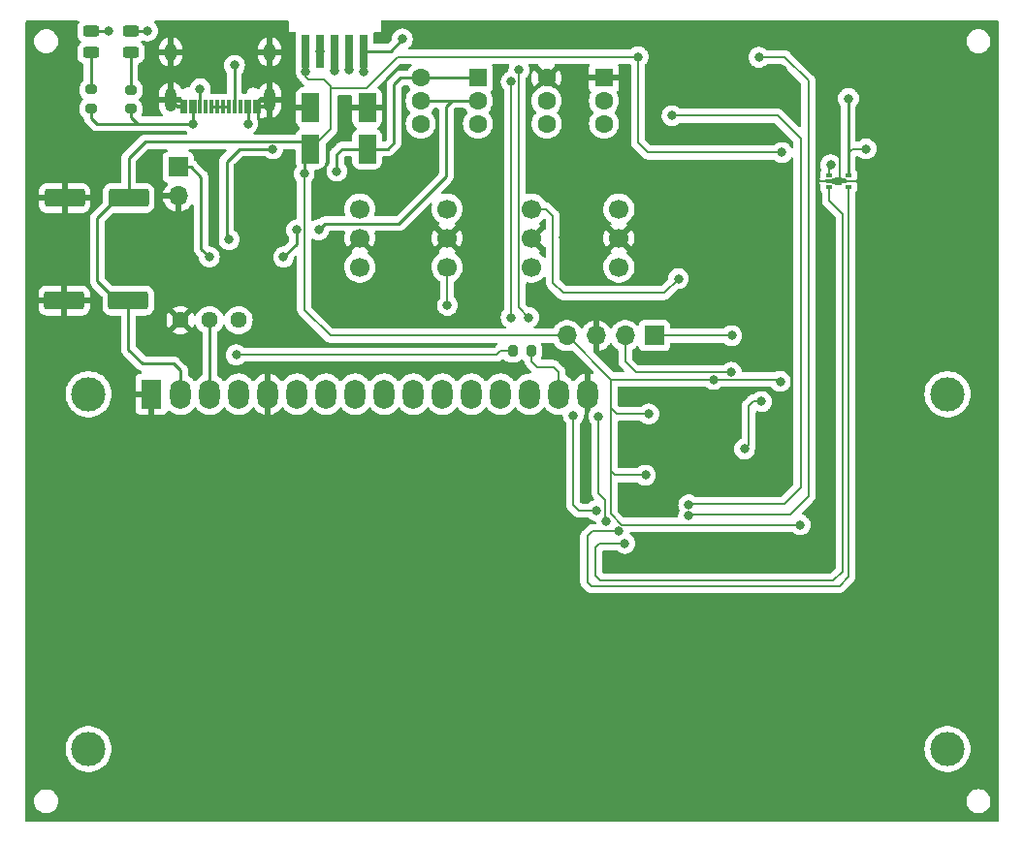
<source format=gbr>
%TF.GenerationSoftware,KiCad,Pcbnew,(6.99.0-1665-g4ee6cfe5b6)*%
%TF.CreationDate,2022-04-26T18:14:45+08:00*%
%TF.ProjectId,LightMeherGen2,4c696768-744d-4656-9865-7247656e322e,rev?*%
%TF.SameCoordinates,Original*%
%TF.FileFunction,Copper,L1,Top*%
%TF.FilePolarity,Positive*%
%FSLAX46Y46*%
G04 Gerber Fmt 4.6, Leading zero omitted, Abs format (unit mm)*
G04 Created by KiCad (PCBNEW (6.99.0-1665-g4ee6cfe5b6)) date 2022-04-26 18:14:45*
%MOMM*%
%LPD*%
G01*
G04 APERTURE LIST*
G04 Aperture macros list*
%AMRoundRect*
0 Rectangle with rounded corners*
0 $1 Rounding radius*
0 $2 $3 $4 $5 $6 $7 $8 $9 X,Y pos of 4 corners*
0 Add a 4 corners polygon primitive as box body*
4,1,4,$2,$3,$4,$5,$6,$7,$8,$9,$2,$3,0*
0 Add four circle primitives for the rounded corners*
1,1,$1+$1,$2,$3*
1,1,$1+$1,$4,$5*
1,1,$1+$1,$6,$7*
1,1,$1+$1,$8,$9*
0 Add four rect primitives between the rounded corners*
20,1,$1+$1,$2,$3,$4,$5,0*
20,1,$1+$1,$4,$5,$6,$7,0*
20,1,$1+$1,$6,$7,$8,$9,0*
20,1,$1+$1,$8,$9,$2,$3,0*%
%AMFreePoly0*
4,1,35,0.182426,0.877426,0.200000,0.835000,0.200000,0.495000,0.270000,0.495000,0.312426,0.477426,0.330000,0.435000,0.330000,-0.035000,0.312426,-0.077426,0.270000,-0.095000,0.250000,-0.095000,0.250000,-0.265000,0.232426,-0.307426,0.190000,-0.325000,0.170000,-0.325000,0.170000,-0.835000,0.152426,-0.877426,0.110000,-0.895000,-0.150000,-0.895000,-0.192426,-0.877426,-0.210000,-0.835000,
-0.210000,-0.325000,-0.252426,-0.307426,-0.270000,-0.265000,-0.270000,-0.095000,-0.312426,-0.077426,-0.330000,-0.035000,-0.330000,0.435000,-0.312426,0.477426,-0.270000,0.495000,-0.230000,0.495000,-0.230000,0.835000,-0.212426,0.877426,-0.170000,0.895000,0.140000,0.895000,0.182426,0.877426,0.182426,0.877426,$1*%
G04 Aperture macros list end*
%TA.AperFunction,ComponentPad*%
%ADD10C,1.440000*%
%TD*%
%TA.AperFunction,ComponentPad*%
%ADD11R,1.600000X1.600000*%
%TD*%
%TA.AperFunction,ComponentPad*%
%ADD12C,1.600000*%
%TD*%
%TA.AperFunction,ComponentPad*%
%ADD13C,3.000000*%
%TD*%
%TA.AperFunction,ComponentPad*%
%ADD14R,1.800000X2.600000*%
%TD*%
%TA.AperFunction,ComponentPad*%
%ADD15O,1.800000X2.600000*%
%TD*%
%TA.AperFunction,SMDPad,CuDef*%
%ADD16RoundRect,0.200000X-0.275000X0.200000X-0.275000X-0.200000X0.275000X-0.200000X0.275000X0.200000X0*%
%TD*%
%TA.AperFunction,SMDPad,CuDef*%
%ADD17RoundRect,0.200000X-0.200000X-0.275000X0.200000X-0.275000X0.200000X0.275000X-0.200000X0.275000X0*%
%TD*%
%TA.AperFunction,SMDPad,CuDef*%
%ADD18R,0.300000X1.150000*%
%TD*%
%TA.AperFunction,ComponentPad*%
%ADD19O,1.000000X2.100000*%
%TD*%
%TA.AperFunction,ComponentPad*%
%ADD20O,1.000000X1.600000*%
%TD*%
%TA.AperFunction,SMDPad,CuDef*%
%ADD21RoundRect,0.250000X0.550000X-1.050000X0.550000X1.050000X-0.550000X1.050000X-0.550000X-1.050000X0*%
%TD*%
%TA.AperFunction,SMDPad,CuDef*%
%ADD22R,0.650000X3.000000*%
%TD*%
%TA.AperFunction,SMDPad,CuDef*%
%ADD23RoundRect,0.243750X-0.456250X0.243750X-0.456250X-0.243750X0.456250X-0.243750X0.456250X0.243750X0*%
%TD*%
%TA.AperFunction,SMDPad,CuDef*%
%ADD24R,0.470000X0.318000*%
%TD*%
%TA.AperFunction,SMDPad,CuDef*%
%ADD25FreePoly0,270.000000*%
%TD*%
%TA.AperFunction,SMDPad,CuDef*%
%ADD26RoundRect,0.250000X1.500000X0.550000X-1.500000X0.550000X-1.500000X-0.550000X1.500000X-0.550000X0*%
%TD*%
%TA.AperFunction,ComponentPad*%
%ADD27R,1.700000X1.700000*%
%TD*%
%TA.AperFunction,ComponentPad*%
%ADD28O,1.700000X1.700000*%
%TD*%
%TA.AperFunction,ComponentPad*%
%ADD29C,1.700000*%
%TD*%
%TA.AperFunction,ViaPad*%
%ADD30C,0.800000*%
%TD*%
%TA.AperFunction,Conductor*%
%ADD31C,0.203200*%
%TD*%
%TA.AperFunction,Conductor*%
%ADD32C,0.250000*%
%TD*%
G04 APERTURE END LIST*
D10*
%TO.P,RV1,1,1*%
%TO.N,GND*%
X113525000Y-86175000D03*
%TO.P,RV1,2,2*%
%TO.N,Net-(U8-VO)*%
X116065000Y-86175000D03*
%TO.P,RV1,3,3*%
%TO.N,unconnected-(RV1-Pad3)*%
X118605000Y-86175000D03*
%TD*%
D11*
%TO.P,SW1,1,1*%
%TO.N,Net-(U2-ON/~{OFF})*%
X139499999Y-64999999D03*
D12*
%TO.P,SW1,2,2*%
%TO.N,Net-(J2-Pin_1)*%
X139500000Y-67000000D03*
%TO.P,SW1,3,3*%
%TO.N,unconnected-(SW1-Pad3)*%
X139500000Y-69000000D03*
%TO.P,SW1,4,4*%
%TO.N,Net-(U2-ON/~{OFF})*%
X134500000Y-65000000D03*
%TO.P,SW1,5,5*%
%TO.N,Net-(J2-Pin_1)*%
X134500000Y-67000000D03*
%TO.P,SW1,6,6*%
%TO.N,unconnected-(SW1-Pad6)*%
X134500000Y-69000000D03*
%TD*%
D13*
%TO.P,U8,*%
%TO.N,*%
X105500900Y-92642500D03*
X105500900Y-123643200D03*
X180499480Y-123643200D03*
X180500000Y-92642500D03*
D14*
%TO.P,U8,1,VSS*%
%TO.N,GND*%
X110999999Y-92642499D03*
D15*
%TO.P,U8,2,VDD*%
%TO.N,VCC*%
X113539999Y-92642499D03*
%TO.P,U8,3,VO*%
%TO.N,Net-(U8-VO)*%
X116079999Y-92642499D03*
%TO.P,U8,4,RS*%
%TO.N,Net-(U5-PA_11)*%
X118619999Y-92642499D03*
%TO.P,U8,5,R/W*%
%TO.N,GND*%
X121159999Y-92642499D03*
%TO.P,U8,6,E*%
%TO.N,Net-(U5-PA_13)*%
X123699999Y-92642499D03*
%TO.P,U8,7,DB0*%
%TO.N,Net-(U5-PA_14)*%
X126239999Y-92642499D03*
%TO.P,U8,8,DB1*%
%TO.N,Net-(U5-PA_15)*%
X128779999Y-92642499D03*
%TO.P,U8,9,DB2*%
%TO.N,Net-(U5-PB_00)*%
X131319999Y-92642499D03*
%TO.P,U8,10,DB3*%
%TO.N,Net-(U5-PB_01)*%
X133859999Y-92642499D03*
%TO.P,U8,11,DB4*%
%TO.N,Net-(U5-PB_02)*%
X136399999Y-92642499D03*
%TO.P,U8,12,DB5*%
%TO.N,Net-(U5-PB_03)*%
X138939999Y-92642499D03*
%TO.P,U8,13,DB6*%
%TO.N,Net-(U5-PB_27)*%
X141479999Y-92642499D03*
%TO.P,U8,14,DB7*%
%TO.N,Net-(U5-PB_04)*%
X144019999Y-92642499D03*
%TO.P,U8,15,A/VEE*%
%TO.N,Net-(U8-A/VEE)*%
X146559999Y-92642499D03*
%TO.P,U8,16,K*%
%TO.N,GND*%
X149099999Y-92642499D03*
%TD*%
D16*
%TO.P,R5,1*%
%TO.N,Net-(D2-A)*%
X105725000Y-66025000D03*
%TO.P,R5,2*%
%TO.N,+5V*%
X105725000Y-67675000D03*
%TD*%
D11*
%TO.P,SW2,1,1*%
%TO.N,GND*%
X150499999Y-64999999D03*
D12*
%TO.P,SW2,2,2*%
%TO.N,Net-(U5-PB_10)*%
X150500000Y-67000000D03*
%TO.P,SW2,3,3*%
%TO.N,unconnected-(SW2-Pad3)*%
X150500000Y-69000000D03*
%TO.P,SW2,4,4*%
%TO.N,GND*%
X145500000Y-65000000D03*
%TO.P,SW2,5,5*%
%TO.N,Net-(U5-PB_10)*%
X145500000Y-67000000D03*
%TO.P,SW2,6,6*%
%TO.N,unconnected-(SW2-Pad6)*%
X145500000Y-69000000D03*
%TD*%
D17*
%TO.P,R11,1*%
%TO.N,VCC*%
X142525000Y-88875000D03*
%TO.P,R11,2*%
%TO.N,Net-(U8-A/VEE)*%
X144175000Y-88875000D03*
%TD*%
D18*
%TO.P,J1,A1,GND*%
%TO.N,GND*%
X120349999Y-67484999D03*
%TO.P,J1,A4,VBUS*%
%TO.N,+5V*%
X119549999Y-67484999D03*
%TO.P,J1,A5,CC1*%
%TO.N,Net-(J1-CC1)*%
X118249999Y-67484999D03*
%TO.P,J1,A6,D+*%
%TO.N,Net-(J1-D+)*%
X117249999Y-67484999D03*
%TO.P,J1,A7,D-*%
X116749999Y-67484999D03*
%TO.P,J1,A8,SBU1*%
%TO.N,unconnected-(J1-SBU1)*%
X115749999Y-67484999D03*
%TO.P,J1,A9,VBUS*%
%TO.N,+5V*%
X114449999Y-67484999D03*
%TO.P,J1,A12,GND*%
%TO.N,GND*%
X113649999Y-67484999D03*
%TO.P,J1,B1,GND*%
X113949999Y-67484999D03*
%TO.P,J1,B4,VBUS*%
%TO.N,+5V*%
X114749999Y-67484999D03*
%TO.P,J1,B5,CC2*%
%TO.N,Net-(J1-CC2)*%
X115249999Y-67484999D03*
%TO.P,J1,B6,D+*%
%TO.N,Net-(J1-D+)*%
X116249999Y-67484999D03*
%TO.P,J1,B7,D-*%
X117749999Y-67484999D03*
%TO.P,J1,B8,SBU2*%
%TO.N,unconnected-(J1-SBU2)*%
X118749999Y-67484999D03*
%TO.P,J1,B9,VBUS*%
%TO.N,+5V*%
X119249999Y-67484999D03*
%TO.P,J1,B12,GND*%
%TO.N,GND*%
X120049999Y-67484999D03*
D19*
%TO.P,J1,S1,SHIELD*%
X121319999Y-66919999D03*
D20*
X121319999Y-62739999D03*
D19*
X112679999Y-66919999D03*
D20*
X112679999Y-62739999D03*
%TD*%
D21*
%TO.P,C15,1*%
%TO.N,Net-(U2-ON/~{OFF})*%
X129825000Y-71200000D03*
%TO.P,C15,2*%
%TO.N,GND*%
X129825000Y-67600000D03*
%TD*%
D22*
%TO.P,U4,1,VCC*%
%TO.N,VCC*%
X124449999Y-62649999D03*
%TO.P,U4,2,GND*%
%TO.N,GND*%
X125729999Y-62699999D03*
%TO.P,U4,3,GC1*%
%TO.N,Net-(U4-GC1)*%
X126999999Y-62649999D03*
%TO.P,U4,4,GC2*%
%TO.N,Net-(U4-GC2)*%
X128269999Y-62649999D03*
%TO.P,U4,5,IOUT*%
%TO.N,Net-(U4-IOUT)*%
X129539999Y-62649999D03*
%TD*%
D23*
%TO.P,D2,1,K*%
%TO.N,Net-(D2-K)*%
X105725000Y-60912500D03*
%TO.P,D2,2,A*%
%TO.N,Net-(D2-A)*%
X105725000Y-62787500D03*
%TD*%
D24*
%TO.P,U3,1,VCC*%
%TO.N,VCC*%
X170151999Y-73498999D03*
D25*
%TO.P,U3,2,GND*%
%TO.N,GND*%
X170752000Y-74017000D03*
D24*
%TO.P,U3,3,GC1*%
%TO.N,Net-(U3-GC1)*%
X170151999Y-74498999D03*
%TO.P,U3,4,GC2*%
%TO.N,Net-(U3-GC2)*%
X171847999Y-74500999D03*
%TO.P,U3,5,IOUT*%
%TO.N,Net-(U3-IOUT)*%
X171847999Y-73500999D03*
%TD*%
D16*
%TO.P,R4,1*%
%TO.N,Net-(D1-A)*%
X109200000Y-66062500D03*
%TO.P,R4,2*%
%TO.N,+5V*%
X109200000Y-67712500D03*
%TD*%
D26*
%TO.P,C23,1*%
%TO.N,VCC*%
X109000000Y-75500000D03*
%TO.P,C23,2*%
%TO.N,GND*%
X103400000Y-75500000D03*
%TD*%
D23*
%TO.P,D1,1,K*%
%TO.N,Net-(D1-K)*%
X109200000Y-60900000D03*
%TO.P,D1,2,A*%
%TO.N,Net-(D1-A)*%
X109200000Y-62775000D03*
%TD*%
D27*
%TO.P,J2,1,Pin_1*%
%TO.N,Net-(J2-Pin_1)*%
X113324999Y-72799999D03*
D28*
%TO.P,J2,2,Pin_2*%
%TO.N,GND*%
X113324999Y-75339999D03*
%TD*%
D27*
%TO.P,J3,1,Pin_1*%
%TO.N,/TX*%
X154899999Y-87524999D03*
D28*
%TO.P,J3,2,Pin_2*%
%TO.N,/RX*%
X152359999Y-87524999D03*
%TO.P,J3,3,Pin_3*%
%TO.N,GND*%
X149819999Y-87524999D03*
%TO.P,J3,4,Pin_4*%
%TO.N,VCC*%
X147279999Y-87524999D03*
%TD*%
D29*
%TO.P,U6,1,1*%
%TO.N,Net-(U5-PB_12)*%
X144190000Y-76460000D03*
%TO.P,U6,2,C*%
%TO.N,GND*%
X144190000Y-79000000D03*
%TO.P,U6,3,4*%
%TO.N,Net-(U5-PB_14)*%
X144190000Y-81540000D03*
%TO.P,U6,4,2*%
%TO.N,Net-(U5-PB_13)*%
X151810000Y-81540000D03*
%TO.P,U6,5,C*%
%TO.N,GND*%
X151810000Y-79000000D03*
%TO.P,U6,6,8*%
%TO.N,Net-(U5-PB_15)*%
X151810000Y-76460000D03*
%TD*%
D21*
%TO.P,C17,1*%
%TO.N,VCC*%
X124875000Y-71200000D03*
%TO.P,C17,2*%
%TO.N,GND*%
X124875000Y-67600000D03*
%TD*%
D29*
%TO.P,U7,1,1*%
%TO.N,Net-(U5-PB_06)*%
X129190000Y-76460000D03*
%TO.P,U7,2,C*%
%TO.N,GND*%
X129190000Y-79000000D03*
%TO.P,U7,3,4*%
%TO.N,Net-(U5-PB_08)*%
X129190000Y-81540000D03*
%TO.P,U7,4,2*%
%TO.N,Net-(U5-PB_07)*%
X136810000Y-81540000D03*
%TO.P,U7,5,C*%
%TO.N,GND*%
X136810000Y-79000000D03*
%TO.P,U7,6,8*%
%TO.N,Net-(U5-PB_09)*%
X136810000Y-76460000D03*
%TD*%
D26*
%TO.P,C24,1*%
%TO.N,VCC*%
X108975000Y-84450000D03*
%TO.P,C24,2*%
%TO.N,GND*%
X103375000Y-84450000D03*
%TD*%
D30*
%TO.N,VCC*%
X153474500Y-63150000D03*
X165900000Y-91525000D03*
X124475000Y-64425000D03*
X124325000Y-73375000D03*
X154412500Y-94362500D03*
X160075000Y-91350000D03*
X154125000Y-99725000D03*
X166050000Y-71525000D03*
X170300000Y-72600000D03*
X118400000Y-89200000D03*
X167625000Y-104050000D03*
%TO.N,GND*%
X125550000Y-80700000D03*
X166925000Y-67400000D03*
X175525000Y-81000000D03*
X107550000Y-82225000D03*
X106550000Y-101325000D03*
X173575000Y-112875000D03*
X169925000Y-97875000D03*
X173950000Y-93600000D03*
X162250000Y-61600000D03*
X163000000Y-126075000D03*
X155550000Y-78575000D03*
X162875000Y-76475000D03*
X111600000Y-79325000D03*
X106825000Y-71200000D03*
X125625000Y-75425000D03*
X104150000Y-77775000D03*
X148000000Y-68775000D03*
X119625000Y-75875000D03*
X180075000Y-83425000D03*
X154525000Y-118275000D03*
X156775000Y-98450000D03*
X165750000Y-87800000D03*
X158300000Y-98450000D03*
X175675000Y-66600000D03*
X161450000Y-93225000D03*
X146950000Y-78900000D03*
X166075000Y-64325000D03*
X164750000Y-69950000D03*
X181125000Y-85975000D03*
X133750000Y-79475000D03*
X120600000Y-74650000D03*
X122825000Y-75275000D03*
X145200000Y-72650000D03*
X170625000Y-70925000D03*
X159975000Y-106300000D03*
X166800000Y-107050000D03*
X161775000Y-64425000D03*
X125550000Y-83800000D03*
X103625000Y-73075000D03*
X159775000Y-96925000D03*
X107650000Y-77575000D03*
X111600000Y-82225000D03*
X117225000Y-82250000D03*
X162875000Y-79975000D03*
X181275000Y-97325000D03*
X159775000Y-98400000D03*
X132425000Y-102925000D03*
X122025000Y-85950000D03*
X158325000Y-96895000D03*
X120575000Y-75875000D03*
X162050000Y-67000000D03*
X157525000Y-97700000D03*
X147775000Y-65700000D03*
X121000000Y-96725000D03*
X173008000Y-74017000D03*
X174175000Y-65225000D03*
X103325000Y-86900000D03*
X127925000Y-67900000D03*
X159100000Y-96175000D03*
X111525000Y-71675000D03*
X103075000Y-65600000D03*
X118700000Y-74675000D03*
X159100000Y-97725000D03*
X156800000Y-96900000D03*
X154900000Y-74250000D03*
X158275000Y-112050000D03*
X154300000Y-105625000D03*
X131100000Y-111725000D03*
X125725000Y-62725000D03*
X118700000Y-75900000D03*
X134200000Y-72625000D03*
X119650000Y-74650000D03*
X133275000Y-123350000D03*
X107200000Y-88675000D03*
X174800000Y-99225000D03*
X178700000Y-76100000D03*
X151075000Y-89600000D03*
X112175000Y-88925000D03*
X159825000Y-69850000D03*
X112200000Y-113925000D03*
X157525000Y-96200000D03*
X148900000Y-100400000D03*
X180900000Y-71225000D03*
X140025000Y-90475000D03*
X121725000Y-79525000D03*
X141125000Y-75275000D03*
X179800000Y-102350000D03*
X156775000Y-95400000D03*
X112425000Y-100200000D03*
X118925000Y-79800000D03*
X116425000Y-75400000D03*
X175400000Y-88850000D03*
X180025000Y-65350000D03*
X169675000Y-81050000D03*
X132750000Y-90500000D03*
X170125000Y-62950000D03*
X139750000Y-85950000D03*
X105025000Y-82100000D03*
X159775000Y-95450000D03*
X147375000Y-104525000D03*
X158350000Y-95450000D03*
X139450000Y-80375000D03*
X140200000Y-73225000D03*
%TO.N,+5V*%
X117775000Y-79125000D03*
X121595000Y-71205000D03*
X114650000Y-69000000D03*
X119405000Y-68995000D03*
%TO.N,Net-(J2-Pin_1)*%
X125600000Y-78275000D03*
X122525000Y-80650000D03*
X116050000Y-80650000D03*
X123675000Y-78275000D03*
%TO.N,Net-(U5-RESTET)*%
X164250000Y-93275000D03*
X162775000Y-97425000D03*
%TO.N,Net-(U3-IOUT)*%
X171850000Y-66800000D03*
X173375000Y-71200000D03*
%TO.N,Net-(U4-IOUT)*%
X132900000Y-61600000D03*
X129525000Y-64450000D03*
%TO.N,Net-(D1-K)*%
X110650000Y-60900000D03*
%TO.N,Net-(D2-K)*%
X107275000Y-60900000D03*
%TO.N,Net-(J1-CC1)*%
X118250000Y-63900000D03*
%TO.N,Net-(J1-CC2)*%
X115250000Y-65950000D03*
%TO.N,/TX*%
X161650000Y-87525000D03*
%TO.N,/RX*%
X161625000Y-90725000D03*
%TO.N,Net-(U3-GC2)*%
X151788215Y-104602499D03*
%TO.N,Net-(U3-GC1)*%
X152325000Y-105675000D03*
%TO.N,Net-(U4-GC2)*%
X149800000Y-102800000D03*
X147825000Y-94500000D03*
X142400000Y-65350000D03*
X142400000Y-85925000D03*
X128275000Y-64275000D03*
%TO.N,Net-(U4-GC1)*%
X126975000Y-64375000D03*
X143075000Y-64325000D03*
X150725000Y-103725000D03*
X143925000Y-85925000D03*
X150050000Y-94575000D03*
%TO.N,Net-(U5-PB_07)*%
X136825000Y-84875000D03*
%TO.N,Net-(U5-PB_12)*%
X157000000Y-82550000D03*
%TO.N,Net-(U2-ON/~{OFF})*%
X127175000Y-73150000D03*
%TO.N,Net-(U5-PA_02)*%
X164025000Y-63200000D03*
X157900000Y-103250000D03*
%TO.N,Net-(U5-PA_03)*%
X156450000Y-68300000D03*
X157900000Y-102300000D03*
%TD*%
D31*
%TO.N,VCC*%
X126050000Y-65150000D02*
X124725000Y-65150000D01*
D32*
X124255489Y-70580489D02*
X110444511Y-70580489D01*
D31*
X151612500Y-94362500D02*
X151105000Y-93855000D01*
X124325000Y-85250000D02*
X126600000Y-87525000D01*
X124475000Y-64900000D02*
X124475000Y-64425000D01*
D32*
X108975000Y-88725000D02*
X110225000Y-89975000D01*
X108975000Y-84450000D02*
X108975000Y-88725000D01*
X124325000Y-73375000D02*
X124325000Y-71750000D01*
D31*
X141475000Y-88875000D02*
X141150000Y-89200000D01*
X126625000Y-69450000D02*
X126625000Y-65875000D01*
X154125000Y-99725000D02*
X151425000Y-99725000D01*
X154350000Y-71525000D02*
X153474500Y-70649500D01*
X151105000Y-91350000D02*
X160075000Y-91350000D01*
X153474500Y-70649500D02*
X153474500Y-63150000D01*
X170152000Y-72748000D02*
X170300000Y-72600000D01*
X129750000Y-65875000D02*
X126625000Y-65875000D01*
X167625000Y-104050000D02*
X152025000Y-104050000D01*
X152025000Y-104050000D02*
X151075000Y-103100000D01*
X126625000Y-65875000D02*
X126625000Y-65725000D01*
D32*
X113540000Y-90565000D02*
X113540000Y-92642500D01*
D31*
X126600000Y-87525000D02*
X147280000Y-87525000D01*
D32*
X106275000Y-77250000D02*
X108025000Y-75500000D01*
D31*
X151105000Y-93855000D02*
X151105000Y-91350000D01*
D32*
X106275000Y-82775000D02*
X106275000Y-77250000D01*
D31*
X126625000Y-65725000D02*
X126050000Y-65150000D01*
D32*
X109000000Y-72025000D02*
X109000000Y-75500000D01*
D31*
X170152000Y-73499000D02*
X170152000Y-72748000D01*
X141150000Y-89200000D02*
X118400000Y-89200000D01*
X124475000Y-62675000D02*
X124450000Y-62650000D01*
D32*
X108025000Y-75500000D02*
X109000000Y-75500000D01*
X124325000Y-71750000D02*
X124875000Y-71200000D01*
X107950000Y-84450000D02*
X106275000Y-82775000D01*
D31*
X124875000Y-71200000D02*
X126625000Y-69450000D01*
X151075000Y-99375000D02*
X151075000Y-99150000D01*
X124325000Y-73375000D02*
X124325000Y-85250000D01*
X124725000Y-65150000D02*
X124475000Y-64900000D01*
X153474500Y-63150000D02*
X132475000Y-63150000D01*
D32*
X108975000Y-84450000D02*
X107950000Y-84450000D01*
D31*
X165725000Y-91350000D02*
X165900000Y-91525000D01*
D32*
X124875000Y-71200000D02*
X124255489Y-70580489D01*
D31*
X132475000Y-63150000D02*
X129750000Y-65875000D01*
X166050000Y-71525000D02*
X154350000Y-71525000D01*
X154412500Y-94362500D02*
X151612500Y-94362500D01*
X142525000Y-88875000D02*
X141475000Y-88875000D01*
X124475000Y-64425000D02*
X124475000Y-62675000D01*
X151075000Y-99150000D02*
X151075000Y-93885000D01*
D32*
X110444511Y-70580489D02*
X109000000Y-72025000D01*
X112950000Y-89975000D02*
X113540000Y-90565000D01*
D31*
X160075000Y-91350000D02*
X165725000Y-91350000D01*
X151075000Y-93885000D02*
X151105000Y-93855000D01*
D32*
X110225000Y-89975000D02*
X112950000Y-89975000D01*
D31*
X147280000Y-87525000D02*
X151105000Y-91350000D01*
X151425000Y-99725000D02*
X151075000Y-99375000D01*
X151075000Y-103100000D02*
X151075000Y-99150000D01*
%TO.N,GND*%
X170752000Y-74017000D02*
X173008000Y-74017000D01*
X169900000Y-70925000D02*
X170625000Y-70925000D01*
D32*
X120755000Y-67485000D02*
X121320000Y-66920000D01*
X120050000Y-67485000D02*
X120755000Y-67485000D01*
D31*
X169175000Y-71650000D02*
X169900000Y-70925000D01*
X170752000Y-74017000D02*
X169392000Y-74017000D01*
X169392000Y-74017000D02*
X169175000Y-73800000D01*
X169175000Y-73800000D02*
X169175000Y-71650000D01*
D32*
X113950000Y-67485000D02*
X113650000Y-67485000D01*
D31*
X171050000Y-73719000D02*
X171050000Y-71625000D01*
D32*
X113245000Y-67485000D02*
X112680000Y-66920000D01*
X113650000Y-67485000D02*
X113245000Y-67485000D01*
%TO.N,+5V*%
X106200000Y-69000000D02*
X105725000Y-68525000D01*
X109925000Y-69000000D02*
X106200000Y-69000000D01*
X109800000Y-69000000D02*
X109925000Y-69000000D01*
X114650000Y-67585000D02*
X114750000Y-67485000D01*
X110325000Y-69000000D02*
X109925000Y-69000000D01*
X114650000Y-69000000D02*
X110325000Y-69000000D01*
X109200000Y-67712500D02*
X109200000Y-68400000D01*
X119405000Y-68995000D02*
X119405000Y-67640000D01*
X117550000Y-72300000D02*
X118645000Y-71205000D01*
X105725000Y-68525000D02*
X105725000Y-67675000D01*
X119550000Y-67485000D02*
X119250000Y-67485000D01*
X117550000Y-78900000D02*
X117550000Y-72300000D01*
X119405000Y-67640000D02*
X119250000Y-67485000D01*
X114650000Y-69000000D02*
X114650000Y-67585000D01*
X118645000Y-71205000D02*
X121595000Y-71205000D01*
X114750000Y-67485000D02*
X114450000Y-67485000D01*
X109200000Y-68400000D02*
X109800000Y-69000000D01*
X117775000Y-79125000D02*
X117550000Y-78900000D01*
%TO.N,Net-(J2-Pin_1)*%
X137200000Y-67000000D02*
X134500000Y-67000000D01*
X123675000Y-79500000D02*
X122525000Y-80650000D01*
X123675000Y-78275000D02*
X123675000Y-79500000D01*
X116050000Y-80650000D02*
X115325000Y-79925000D01*
X137200000Y-67000000D02*
X136725000Y-67475000D01*
X114475000Y-72800000D02*
X113325000Y-72800000D01*
X132600000Y-77750000D02*
X126125000Y-77750000D01*
X115325000Y-79925000D02*
X115325000Y-73650000D01*
X115325000Y-73650000D02*
X114475000Y-72800000D01*
X126125000Y-77750000D02*
X125600000Y-78275000D01*
X136725000Y-67475000D02*
X136725000Y-73625000D01*
X136725000Y-73625000D02*
X132600000Y-77750000D01*
X139500000Y-67000000D02*
X137200000Y-67000000D01*
D31*
%TO.N,Net-(U5-RESTET)*%
X163150000Y-97050000D02*
X163150000Y-93650000D01*
X163525000Y-93275000D02*
X164250000Y-93275000D01*
X162775000Y-97425000D02*
X163150000Y-97050000D01*
X163150000Y-93650000D02*
X163525000Y-93275000D01*
%TO.N,Net-(U3-IOUT)*%
X172225000Y-71200000D02*
X171848000Y-71577000D01*
X173375000Y-71200000D02*
X172225000Y-71200000D01*
D32*
X171848000Y-71723000D02*
X171848000Y-71177000D01*
X171848000Y-73501000D02*
X171848000Y-71723000D01*
D31*
X171848000Y-71577000D02*
X171848000Y-71723000D01*
D32*
X171848000Y-71177000D02*
X171848000Y-66802000D01*
X171848000Y-66802000D02*
X171850000Y-66800000D01*
D31*
%TO.N,Net-(U4-IOUT)*%
X129540000Y-64435000D02*
X129525000Y-64450000D01*
D32*
X131850000Y-62650000D02*
X132900000Y-61600000D01*
X129540000Y-62650000D02*
X131850000Y-62650000D01*
D31*
X129540000Y-62650000D02*
X129540000Y-64435000D01*
D32*
%TO.N,Net-(D1-K)*%
X109200000Y-60900000D02*
X110650000Y-60900000D01*
%TO.N,Net-(D1-A)*%
X109200000Y-66062500D02*
X109200000Y-62775000D01*
%TO.N,Net-(D2-K)*%
X105725000Y-60912500D02*
X107262500Y-60912500D01*
X107262500Y-60912500D02*
X107275000Y-60900000D01*
%TO.N,Net-(D2-A)*%
X105725000Y-66025000D02*
X105725000Y-62787500D01*
%TO.N,Net-(J1-CC1)*%
X118250000Y-67485000D02*
X118250000Y-63900000D01*
%TO.N,Net-(J1-D+)*%
X117750000Y-67485000D02*
X116250000Y-67485000D01*
%TO.N,Net-(J1-CC2)*%
X115250000Y-67485000D02*
X115250000Y-65950000D01*
D31*
%TO.N,/TX*%
X161650000Y-87525000D02*
X154900000Y-87525000D01*
%TO.N,/RX*%
X161625000Y-90725000D02*
X153300000Y-90725000D01*
X152360000Y-89785000D02*
X152360000Y-87525000D01*
X153300000Y-90725000D02*
X152360000Y-89785000D01*
%TO.N,Net-(U8-A/VEE)*%
X146075000Y-90250000D02*
X144675000Y-90250000D01*
X144675000Y-90250000D02*
X144175000Y-89750000D01*
X146560000Y-90735000D02*
X146075000Y-90250000D01*
X144175000Y-89750000D02*
X144175000Y-88875000D01*
X146560000Y-92642500D02*
X146560000Y-90735000D01*
D32*
%TO.N,Net-(U8-VO)*%
X116065000Y-92627500D02*
X116080000Y-92642500D01*
X116065000Y-86175000D02*
X116065000Y-92627500D01*
D31*
%TO.N,Net-(U3-GC2)*%
X149400000Y-109400000D02*
X171050000Y-109400000D01*
X149050000Y-105050000D02*
X149050000Y-109050000D01*
X171050000Y-109400000D02*
X171848000Y-108602000D01*
X149497501Y-104602499D02*
X149050000Y-105050000D01*
X149050000Y-109050000D02*
X149400000Y-109400000D01*
X171848000Y-108602000D02*
X171848000Y-74501000D01*
X151788215Y-104602499D02*
X149497501Y-104602499D01*
%TO.N,Net-(U3-GC1)*%
X152325000Y-105675000D02*
X150125000Y-105675000D01*
X170525000Y-108925000D02*
X171325000Y-108125000D01*
X171325000Y-108125000D02*
X171325000Y-76900000D01*
X149775000Y-108500000D02*
X150200000Y-108925000D01*
X170152000Y-75727000D02*
X170152000Y-74499000D01*
X171325000Y-76900000D02*
X170152000Y-75727000D01*
X149775000Y-106025000D02*
X149775000Y-108500000D01*
X150125000Y-105675000D02*
X149775000Y-106025000D01*
X150200000Y-108925000D02*
X170525000Y-108925000D01*
%TO.N,Net-(U4-GC2)*%
X128270000Y-64270000D02*
X128275000Y-64275000D01*
X147825000Y-94500000D02*
X147825000Y-102325000D01*
X147825000Y-102325000D02*
X148300000Y-102800000D01*
X128270000Y-62650000D02*
X128270000Y-64270000D01*
X148300000Y-102800000D02*
X149800000Y-102800000D01*
X142400000Y-85925000D02*
X142400000Y-65350000D01*
%TO.N,Net-(U4-GC1)*%
X143075000Y-64325000D02*
X143075000Y-85075000D01*
X127000000Y-64350000D02*
X126975000Y-64375000D01*
X150625000Y-101850000D02*
X150625000Y-103625000D01*
X143075000Y-85075000D02*
X143925000Y-85925000D01*
X150050000Y-101275000D02*
X150625000Y-101850000D01*
X127000000Y-62650000D02*
X127000000Y-64350000D01*
X150625000Y-103625000D02*
X150725000Y-103725000D01*
X150050000Y-94575000D02*
X150050000Y-101275000D01*
%TO.N,Net-(U5-PB_07)*%
X136810000Y-81540000D02*
X136810000Y-84860000D01*
X136810000Y-84860000D02*
X136825000Y-84875000D01*
%TO.N,Net-(U5-PB_12)*%
X155750000Y-83800000D02*
X146950000Y-83800000D01*
X146050000Y-77100000D02*
X145410000Y-76460000D01*
X146050000Y-82900000D02*
X146050000Y-77100000D01*
X157000000Y-82550000D02*
X155750000Y-83800000D01*
X146950000Y-83800000D02*
X146050000Y-82900000D01*
X145410000Y-76460000D02*
X144190000Y-76460000D01*
D32*
%TO.N,Net-(U2-ON/~{OFF})*%
X132175000Y-70675000D02*
X131650000Y-71200000D01*
X127175000Y-71675000D02*
X127175000Y-73150000D01*
X132175000Y-65575000D02*
X132175000Y-70675000D01*
X127650000Y-71200000D02*
X127175000Y-71675000D01*
X139500000Y-65000000D02*
X134500000Y-65000000D01*
X134500000Y-65000000D02*
X132750000Y-65000000D01*
X131650000Y-71200000D02*
X129825000Y-71200000D01*
X132750000Y-65000000D02*
X132175000Y-65575000D01*
X129825000Y-71200000D02*
X127650000Y-71200000D01*
D31*
%TO.N,Net-(U5-PA_02)*%
X158025000Y-103125000D02*
X157900000Y-103250000D01*
X168350000Y-101550000D02*
X166775000Y-103125000D01*
X164025000Y-63200000D02*
X166300000Y-63200000D01*
X166300000Y-63200000D02*
X168350000Y-65250000D01*
X166775000Y-103125000D02*
X158025000Y-103125000D01*
X168350000Y-65250000D02*
X168350000Y-101550000D01*
%TO.N,Net-(U5-PA_03)*%
X157900000Y-102300000D02*
X157975000Y-102225000D01*
X167675000Y-100800000D02*
X167675000Y-70300000D01*
X166250000Y-102225000D02*
X167675000Y-100800000D01*
X165675000Y-68300000D02*
X156450000Y-68300000D01*
X167675000Y-70300000D02*
X165675000Y-68300000D01*
X157975000Y-102225000D02*
X166250000Y-102225000D01*
%TD*%
%TA.AperFunction,Conductor*%
%TO.N,GND*%
G36*
X104640166Y-60021002D02*
G01*
X104686659Y-60074658D01*
X104696763Y-60144932D01*
X104673760Y-60198449D01*
X104674656Y-60199002D01*
X104582339Y-60348671D01*
X104527026Y-60515596D01*
X104516500Y-60618625D01*
X104516501Y-61206374D01*
X104516826Y-61209551D01*
X104516826Y-61209560D01*
X104522518Y-61265271D01*
X104527026Y-61309404D01*
X104582339Y-61476329D01*
X104586189Y-61482570D01*
X104586189Y-61482571D01*
X104662670Y-61606565D01*
X104674656Y-61625998D01*
X104799002Y-61750344D01*
X104802254Y-61752350D01*
X104842443Y-61809107D01*
X104845632Y-61880032D01*
X104809970Y-61941422D01*
X104804088Y-61946519D01*
X104799002Y-61949656D01*
X104674656Y-62074002D01*
X104670803Y-62080249D01*
X104670802Y-62080250D01*
X104593899Y-62204929D01*
X104582339Y-62223671D01*
X104527026Y-62390596D01*
X104520840Y-62451143D01*
X104517450Y-62484330D01*
X104516500Y-62493625D01*
X104516501Y-63081374D01*
X104516826Y-63084551D01*
X104516826Y-63084560D01*
X104522841Y-63143435D01*
X104527026Y-63184404D01*
X104582339Y-63351329D01*
X104674656Y-63500998D01*
X104799002Y-63625344D01*
X104948671Y-63717661D01*
X104967409Y-63723870D01*
X105005132Y-63736370D01*
X105063504Y-63776784D01*
X105090760Y-63842340D01*
X105091500Y-63855975D01*
X105091500Y-65142757D01*
X105071498Y-65210878D01*
X105030686Y-65250585D01*
X105009845Y-65263184D01*
X104888184Y-65384845D01*
X104884240Y-65391368D01*
X104884240Y-65391369D01*
X104859420Y-65432427D01*
X104799173Y-65532087D01*
X104796906Y-65539361D01*
X104796905Y-65539364D01*
X104756072Y-65670404D01*
X104747987Y-65696351D01*
X104741500Y-65767735D01*
X104741501Y-66282264D01*
X104741760Y-66285112D01*
X104741760Y-66285117D01*
X104744273Y-66312771D01*
X104747987Y-66353649D01*
X104749968Y-66360007D01*
X104749969Y-66360011D01*
X104795181Y-66505102D01*
X104799173Y-66517913D01*
X104888184Y-66665155D01*
X104983934Y-66760905D01*
X105017960Y-66823217D01*
X105012895Y-66894032D01*
X104983934Y-66939095D01*
X104888184Y-67034845D01*
X104884240Y-67041368D01*
X104884240Y-67041369D01*
X104848590Y-67100342D01*
X104799173Y-67182087D01*
X104796906Y-67189361D01*
X104796905Y-67189364D01*
X104785220Y-67226864D01*
X104747987Y-67346351D01*
X104741500Y-67417735D01*
X104741501Y-67932264D01*
X104747987Y-68003649D01*
X104749968Y-68010007D01*
X104749969Y-68010011D01*
X104796905Y-68160636D01*
X104799173Y-68167913D01*
X104888184Y-68315155D01*
X105009845Y-68436816D01*
X105016366Y-68440758D01*
X105030686Y-68449415D01*
X105078634Y-68501775D01*
X105091500Y-68557243D01*
X105091500Y-68564856D01*
X105091997Y-68568790D01*
X105091997Y-68568791D01*
X105092005Y-68568856D01*
X105092938Y-68580693D01*
X105094327Y-68624889D01*
X105099344Y-68642158D01*
X105099978Y-68644339D01*
X105103987Y-68663700D01*
X105104980Y-68671556D01*
X105106526Y-68683797D01*
X105109445Y-68691168D01*
X105109445Y-68691170D01*
X105122804Y-68724912D01*
X105126649Y-68736142D01*
X105138982Y-68778593D01*
X105143015Y-68785412D01*
X105143017Y-68785417D01*
X105149293Y-68796028D01*
X105157988Y-68813776D01*
X105165448Y-68832617D01*
X105170110Y-68839033D01*
X105170110Y-68839034D01*
X105191436Y-68868387D01*
X105197952Y-68878307D01*
X105220458Y-68916362D01*
X105234779Y-68930683D01*
X105247619Y-68945716D01*
X105259528Y-68962107D01*
X105279786Y-68978866D01*
X105293605Y-68990298D01*
X105302384Y-68998288D01*
X105696343Y-69392247D01*
X105703887Y-69400537D01*
X105708000Y-69407018D01*
X105713777Y-69412443D01*
X105757667Y-69453658D01*
X105760509Y-69456413D01*
X105780230Y-69476134D01*
X105783425Y-69478612D01*
X105792447Y-69486318D01*
X105824679Y-69516586D01*
X105831628Y-69520406D01*
X105842432Y-69526346D01*
X105858956Y-69537199D01*
X105874959Y-69549613D01*
X105915543Y-69567176D01*
X105926173Y-69572383D01*
X105964940Y-69593695D01*
X105972617Y-69595666D01*
X105972622Y-69595668D01*
X105984558Y-69598732D01*
X106003266Y-69605137D01*
X106021855Y-69613181D01*
X106029680Y-69614420D01*
X106029682Y-69614421D01*
X106065519Y-69620097D01*
X106077140Y-69622504D01*
X106112289Y-69631528D01*
X106119970Y-69633500D01*
X106140231Y-69633500D01*
X106159940Y-69635051D01*
X106179943Y-69638219D01*
X106187835Y-69637473D01*
X106193062Y-69636979D01*
X106223954Y-69634059D01*
X106235811Y-69633500D01*
X109740224Y-69633500D01*
X109759934Y-69635051D01*
X109779943Y-69638220D01*
X109787835Y-69637474D01*
X109823961Y-69634059D01*
X109835819Y-69633500D01*
X113941800Y-69633500D01*
X114009921Y-69653502D01*
X114029147Y-69669843D01*
X114029420Y-69669540D01*
X114034331Y-69673962D01*
X114038747Y-69678866D01*
X114094061Y-69719054D01*
X114137413Y-69775276D01*
X114143488Y-69846012D01*
X114110356Y-69908804D01*
X114048536Y-69943715D01*
X114019998Y-69946989D01*
X110523278Y-69946989D01*
X110512095Y-69946462D01*
X110504602Y-69944787D01*
X110496676Y-69945036D01*
X110496675Y-69945036D01*
X110436525Y-69946927D01*
X110432566Y-69946989D01*
X110404655Y-69946989D01*
X110400721Y-69947486D01*
X110400720Y-69947486D01*
X110400655Y-69947494D01*
X110388818Y-69948427D01*
X110356560Y-69949441D01*
X110352541Y-69949567D01*
X110344622Y-69949816D01*
X110325168Y-69955468D01*
X110305811Y-69959476D01*
X110293581Y-69961021D01*
X110293580Y-69961021D01*
X110285714Y-69962015D01*
X110278343Y-69964934D01*
X110278341Y-69964934D01*
X110244599Y-69978293D01*
X110233369Y-69982138D01*
X110198528Y-69992260D01*
X110198527Y-69992260D01*
X110190918Y-69994471D01*
X110184099Y-69998504D01*
X110184094Y-69998506D01*
X110173483Y-70004782D01*
X110155735Y-70013477D01*
X110136894Y-70020937D01*
X110130478Y-70025599D01*
X110130477Y-70025599D01*
X110101124Y-70046925D01*
X110091204Y-70053441D01*
X110059976Y-70071909D01*
X110059973Y-70071911D01*
X110053149Y-70075947D01*
X110038828Y-70090268D01*
X110023795Y-70103108D01*
X110007404Y-70115017D01*
X109986861Y-70139849D01*
X109979213Y-70149094D01*
X109971223Y-70157873D01*
X108607747Y-71521348D01*
X108599461Y-71528888D01*
X108592982Y-71533000D01*
X108587557Y-71538777D01*
X108546357Y-71582651D01*
X108543602Y-71585493D01*
X108523865Y-71605230D01*
X108521385Y-71608427D01*
X108513682Y-71617447D01*
X108483414Y-71649679D01*
X108479595Y-71656625D01*
X108479593Y-71656628D01*
X108473652Y-71667434D01*
X108462801Y-71683953D01*
X108450386Y-71699959D01*
X108447241Y-71707228D01*
X108447238Y-71707232D01*
X108432826Y-71740537D01*
X108427609Y-71751187D01*
X108406305Y-71789940D01*
X108401442Y-71808882D01*
X108401267Y-71809562D01*
X108394863Y-71828266D01*
X108390435Y-71838500D01*
X108386819Y-71846855D01*
X108385580Y-71854678D01*
X108385577Y-71854688D01*
X108379901Y-71890524D01*
X108377495Y-71902144D01*
X108368777Y-71936100D01*
X108366500Y-71944970D01*
X108366500Y-71965224D01*
X108364949Y-71984934D01*
X108361780Y-72004943D01*
X108362526Y-72012835D01*
X108365941Y-72048961D01*
X108366500Y-72060819D01*
X108366500Y-74065501D01*
X108346498Y-74133622D01*
X108292842Y-74180115D01*
X108240500Y-74191501D01*
X107449456Y-74191501D01*
X107446279Y-74191826D01*
X107446270Y-74191826D01*
X107400765Y-74196475D01*
X107345574Y-74202113D01*
X107177262Y-74257885D01*
X107026348Y-74350970D01*
X106900970Y-74476348D01*
X106897117Y-74482595D01*
X106897116Y-74482596D01*
X106870659Y-74525490D01*
X106807885Y-74627262D01*
X106805578Y-74634225D01*
X106758407Y-74776581D01*
X106752113Y-74795574D01*
X106751415Y-74802408D01*
X106751414Y-74802412D01*
X106742182Y-74892777D01*
X106741500Y-74899455D01*
X106741500Y-74902660D01*
X106741501Y-75835404D01*
X106721499Y-75903525D01*
X106704596Y-75924500D01*
X105882742Y-76746353D01*
X105874463Y-76753887D01*
X105867982Y-76758000D01*
X105826537Y-76802135D01*
X105821357Y-76807651D01*
X105818602Y-76810493D01*
X105798865Y-76830230D01*
X105796385Y-76833427D01*
X105788682Y-76842447D01*
X105758414Y-76874679D01*
X105754595Y-76881625D01*
X105754593Y-76881628D01*
X105748652Y-76892434D01*
X105737801Y-76908953D01*
X105725386Y-76924959D01*
X105722241Y-76932228D01*
X105722238Y-76932232D01*
X105707826Y-76965537D01*
X105702609Y-76976187D01*
X105681305Y-77014940D01*
X105679334Y-77022615D01*
X105679334Y-77022616D01*
X105676267Y-77034562D01*
X105669863Y-77053266D01*
X105661819Y-77071855D01*
X105660580Y-77079678D01*
X105660577Y-77079688D01*
X105654901Y-77115524D01*
X105652495Y-77127144D01*
X105641500Y-77169970D01*
X105641500Y-77190224D01*
X105639949Y-77209934D01*
X105636780Y-77229943D01*
X105637526Y-77237835D01*
X105640941Y-77273961D01*
X105641500Y-77285819D01*
X105641500Y-82696233D01*
X105640973Y-82707416D01*
X105639298Y-82714909D01*
X105639547Y-82722835D01*
X105639547Y-82722836D01*
X105641438Y-82782986D01*
X105641500Y-82786945D01*
X105641500Y-82814856D01*
X105641997Y-82818790D01*
X105641997Y-82818791D01*
X105642005Y-82818856D01*
X105642938Y-82830693D01*
X105644327Y-82874889D01*
X105649978Y-82894339D01*
X105653987Y-82913700D01*
X105654980Y-82921556D01*
X105656526Y-82933797D01*
X105659445Y-82941168D01*
X105659445Y-82941170D01*
X105672804Y-82974912D01*
X105676649Y-82986142D01*
X105684913Y-83014586D01*
X105688982Y-83028593D01*
X105693015Y-83035412D01*
X105693017Y-83035417D01*
X105699293Y-83046028D01*
X105707988Y-83063776D01*
X105715448Y-83082617D01*
X105720110Y-83089033D01*
X105720110Y-83089034D01*
X105741436Y-83118387D01*
X105747952Y-83128307D01*
X105764063Y-83155548D01*
X105770458Y-83166362D01*
X105784779Y-83180683D01*
X105797619Y-83195716D01*
X105809528Y-83212107D01*
X105815634Y-83217158D01*
X105843605Y-83240298D01*
X105852384Y-83248288D01*
X106679595Y-84075499D01*
X106713621Y-84137811D01*
X106716500Y-84164594D01*
X106716501Y-85050544D01*
X106716826Y-85053721D01*
X106716826Y-85053730D01*
X106721805Y-85102467D01*
X106727113Y-85154426D01*
X106782885Y-85322738D01*
X106875970Y-85473652D01*
X107001348Y-85599030D01*
X107152262Y-85692115D01*
X107215807Y-85713171D01*
X107314048Y-85745725D01*
X107314052Y-85745726D01*
X107320574Y-85747887D01*
X107327408Y-85748585D01*
X107327412Y-85748586D01*
X107421271Y-85758175D01*
X107421277Y-85758175D01*
X107424455Y-85758500D01*
X108215500Y-85758500D01*
X108283621Y-85778502D01*
X108330114Y-85832158D01*
X108341500Y-85884500D01*
X108341500Y-88646233D01*
X108340973Y-88657416D01*
X108339298Y-88664909D01*
X108339547Y-88672835D01*
X108339547Y-88672836D01*
X108341438Y-88732986D01*
X108341500Y-88736945D01*
X108341500Y-88764856D01*
X108341997Y-88768790D01*
X108341997Y-88768791D01*
X108342005Y-88768856D01*
X108342938Y-88780693D01*
X108344327Y-88824889D01*
X108349956Y-88844264D01*
X108349978Y-88844339D01*
X108353987Y-88863700D01*
X108356526Y-88883797D01*
X108359445Y-88891168D01*
X108359445Y-88891170D01*
X108372804Y-88924912D01*
X108376649Y-88936142D01*
X108388982Y-88978593D01*
X108393015Y-88985412D01*
X108393017Y-88985417D01*
X108399293Y-88996028D01*
X108407988Y-89013776D01*
X108415448Y-89032617D01*
X108420110Y-89039033D01*
X108420110Y-89039034D01*
X108441436Y-89068387D01*
X108447952Y-89078307D01*
X108470458Y-89116362D01*
X108484779Y-89130683D01*
X108497619Y-89145716D01*
X108509528Y-89162107D01*
X108515634Y-89167158D01*
X108543605Y-89190298D01*
X108552384Y-89198288D01*
X109721348Y-90367253D01*
X109728888Y-90375539D01*
X109733000Y-90382018D01*
X109738777Y-90387443D01*
X109782651Y-90428643D01*
X109785493Y-90431398D01*
X109805230Y-90451135D01*
X109808427Y-90453615D01*
X109817447Y-90461318D01*
X109849679Y-90491586D01*
X109856625Y-90495405D01*
X109856628Y-90495407D01*
X109867434Y-90501348D01*
X109883953Y-90512199D01*
X109899959Y-90524614D01*
X109907228Y-90527759D01*
X109907232Y-90527762D01*
X109940537Y-90542174D01*
X109951187Y-90547391D01*
X109989940Y-90568695D01*
X109997615Y-90570666D01*
X109997616Y-90570666D01*
X110009562Y-90573733D01*
X110028266Y-90580137D01*
X110039578Y-90585032D01*
X110046855Y-90588181D01*
X110054682Y-90589421D01*
X110056655Y-90589994D01*
X110116489Y-90628209D01*
X110146164Y-90692707D01*
X110136259Y-90763009D01*
X110089918Y-90816795D01*
X110034967Y-90836268D01*
X109998743Y-90840162D01*
X109983522Y-90843759D01*
X109862480Y-90888905D01*
X109846824Y-90897454D01*
X109744307Y-90974198D01*
X109731698Y-90986807D01*
X109654954Y-91089324D01*
X109646405Y-91104980D01*
X109601259Y-91226022D01*
X109597662Y-91241243D01*
X109592360Y-91290562D01*
X109592000Y-91297277D01*
X109592000Y-92370385D01*
X109596475Y-92385624D01*
X109597865Y-92386829D01*
X109605548Y-92388500D01*
X111128000Y-92388500D01*
X111196121Y-92408502D01*
X111242614Y-92462158D01*
X111254000Y-92514500D01*
X111254000Y-94432385D01*
X111258475Y-94447624D01*
X111259865Y-94448829D01*
X111267548Y-94450500D01*
X111945223Y-94450500D01*
X111951938Y-94450140D01*
X112001257Y-94444838D01*
X112016478Y-94441241D01*
X112137520Y-94396095D01*
X112153176Y-94387546D01*
X112255693Y-94310802D01*
X112268302Y-94298193D01*
X112345046Y-94195676D01*
X112353594Y-94180022D01*
X112374690Y-94123461D01*
X112417237Y-94066626D01*
X112483758Y-94041815D01*
X112553132Y-94056907D01*
X112583707Y-94080306D01*
X112606075Y-94103644D01*
X112798843Y-94246215D01*
X112803618Y-94248622D01*
X112803622Y-94248625D01*
X113007233Y-94351283D01*
X113012933Y-94354157D01*
X113018055Y-94355726D01*
X113018056Y-94355726D01*
X113147143Y-94395258D01*
X113242185Y-94424364D01*
X113480005Y-94454818D01*
X113485351Y-94454591D01*
X113485353Y-94454591D01*
X113554576Y-94451650D01*
X113719551Y-94444643D01*
X113724783Y-94443515D01*
X113724786Y-94443515D01*
X113871711Y-94411850D01*
X113953932Y-94394130D01*
X114016309Y-94369065D01*
X114171434Y-94306730D01*
X114176404Y-94304733D01*
X114181691Y-94301478D01*
X114268223Y-94248198D01*
X114380569Y-94179024D01*
X114466217Y-94103644D01*
X114556528Y-94024160D01*
X114556530Y-94024158D01*
X114560551Y-94020619D01*
X114711175Y-93834076D01*
X114711785Y-93834569D01*
X114763120Y-93792124D01*
X114833609Y-93783647D01*
X114897490Y-93814625D01*
X114917191Y-93837360D01*
X114917790Y-93838246D01*
X114980175Y-93930547D01*
X114983883Y-93934416D01*
X114983884Y-93934417D01*
X115142370Y-94099779D01*
X115142374Y-94099783D01*
X115146075Y-94103644D01*
X115338843Y-94246215D01*
X115343618Y-94248622D01*
X115343622Y-94248625D01*
X115547233Y-94351283D01*
X115552933Y-94354157D01*
X115558055Y-94355726D01*
X115558056Y-94355726D01*
X115687143Y-94395258D01*
X115782185Y-94424364D01*
X116020005Y-94454818D01*
X116025351Y-94454591D01*
X116025353Y-94454591D01*
X116094576Y-94451650D01*
X116259551Y-94444643D01*
X116264783Y-94443515D01*
X116264786Y-94443515D01*
X116411711Y-94411850D01*
X116493932Y-94394130D01*
X116556309Y-94369065D01*
X116711434Y-94306730D01*
X116716404Y-94304733D01*
X116721691Y-94301478D01*
X116808223Y-94248198D01*
X116920569Y-94179024D01*
X117006217Y-94103644D01*
X117096528Y-94024160D01*
X117096530Y-94024158D01*
X117100551Y-94020619D01*
X117251175Y-93834076D01*
X117251785Y-93834569D01*
X117303120Y-93792124D01*
X117373609Y-93783647D01*
X117437490Y-93814625D01*
X117457191Y-93837360D01*
X117457790Y-93838246D01*
X117520175Y-93930547D01*
X117523883Y-93934416D01*
X117523884Y-93934417D01*
X117682370Y-94099779D01*
X117682374Y-94099783D01*
X117686075Y-94103644D01*
X117878843Y-94246215D01*
X117883618Y-94248622D01*
X117883622Y-94248625D01*
X118087233Y-94351283D01*
X118092933Y-94354157D01*
X118098055Y-94355726D01*
X118098056Y-94355726D01*
X118227143Y-94395258D01*
X118322185Y-94424364D01*
X118560005Y-94454818D01*
X118565351Y-94454591D01*
X118565353Y-94454591D01*
X118634576Y-94451650D01*
X118799551Y-94444643D01*
X118804783Y-94443515D01*
X118804786Y-94443515D01*
X118951711Y-94411850D01*
X119033932Y-94394130D01*
X119096309Y-94369065D01*
X119251434Y-94306730D01*
X119256404Y-94304733D01*
X119261691Y-94301478D01*
X119348223Y-94248198D01*
X119460569Y-94179024D01*
X119546217Y-94103644D01*
X119636528Y-94024160D01*
X119636530Y-94024158D01*
X119640551Y-94020619D01*
X119791175Y-93834076D01*
X119791663Y-93834470D01*
X119843430Y-93791675D01*
X119913919Y-93783203D01*
X119977799Y-93814185D01*
X119997493Y-93836914D01*
X120057567Y-93925797D01*
X120064268Y-93934096D01*
X120222703Y-94099405D01*
X120230707Y-94106449D01*
X120414803Y-94242605D01*
X120423885Y-94248198D01*
X120628342Y-94351283D01*
X120638238Y-94355259D01*
X120857180Y-94422310D01*
X120867590Y-94424554D01*
X120888031Y-94427171D01*
X120902278Y-94424897D01*
X120906000Y-94411850D01*
X120906000Y-90875028D01*
X120902027Y-90861497D01*
X120891651Y-90860005D01*
X120751446Y-90890222D01*
X120741251Y-90893344D01*
X120528791Y-90978718D01*
X120519262Y-90983522D01*
X120324285Y-91103574D01*
X120315712Y-91109915D01*
X120143826Y-91261192D01*
X120136450Y-91268888D01*
X119992602Y-91447041D01*
X119991900Y-91448080D01*
X119991489Y-91448420D01*
X119989240Y-91451205D01*
X119988674Y-91450748D01*
X119937185Y-91493322D01*
X119866696Y-91501800D01*
X119802814Y-91470824D01*
X119783111Y-91448087D01*
X119722825Y-91358892D01*
X119719825Y-91354453D01*
X119695233Y-91328794D01*
X119557630Y-91185221D01*
X119557626Y-91185217D01*
X119553925Y-91181356D01*
X119361157Y-91038785D01*
X119356381Y-91036377D01*
X119356378Y-91036375D01*
X119151847Y-90933253D01*
X119147067Y-90930843D01*
X119102933Y-90917327D01*
X118922932Y-90862203D01*
X118922931Y-90862203D01*
X118917815Y-90860636D01*
X118679995Y-90830182D01*
X118674649Y-90830409D01*
X118674647Y-90830409D01*
X118605424Y-90833350D01*
X118440449Y-90840357D01*
X118435217Y-90841485D01*
X118435214Y-90841485D01*
X118334749Y-90863137D01*
X118206068Y-90890870D01*
X118201099Y-90892867D01*
X118201098Y-90892867D01*
X118110496Y-90929274D01*
X117983596Y-90980267D01*
X117979038Y-90983074D01*
X117979037Y-90983074D01*
X117976713Y-90984505D01*
X117779431Y-91105976D01*
X117732000Y-91147721D01*
X117625739Y-91241243D01*
X117599449Y-91264381D01*
X117448825Y-91450924D01*
X117448215Y-91450431D01*
X117396880Y-91492876D01*
X117326391Y-91501353D01*
X117262510Y-91470375D01*
X117242809Y-91447640D01*
X117182825Y-91358892D01*
X117179825Y-91354453D01*
X117155233Y-91328794D01*
X117017630Y-91185221D01*
X117017626Y-91185217D01*
X117013925Y-91181356D01*
X116917331Y-91109915D01*
X116825455Y-91041963D01*
X116825449Y-91041959D01*
X116821157Y-91038785D01*
X116767774Y-91011870D01*
X116715953Y-90963343D01*
X116698500Y-90899362D01*
X116698500Y-87296731D01*
X116718502Y-87228610D01*
X116752230Y-87193518D01*
X116853169Y-87122840D01*
X116857681Y-87119681D01*
X117009681Y-86967681D01*
X117132976Y-86791597D01*
X117142596Y-86770968D01*
X117220805Y-86603247D01*
X117267722Y-86549962D01*
X117336000Y-86530501D01*
X117403959Y-86551043D01*
X117449195Y-86603247D01*
X117527405Y-86770968D01*
X117537024Y-86791597D01*
X117660319Y-86967681D01*
X117812319Y-87119681D01*
X117988403Y-87242976D01*
X117993381Y-87245297D01*
X117993384Y-87245299D01*
X118172440Y-87328794D01*
X118183223Y-87333822D01*
X118188531Y-87335244D01*
X118188533Y-87335245D01*
X118385543Y-87388034D01*
X118385545Y-87388034D01*
X118390858Y-87389458D01*
X118605000Y-87408193D01*
X118819142Y-87389458D01*
X118824455Y-87388034D01*
X118824457Y-87388034D01*
X119021467Y-87335245D01*
X119021469Y-87335244D01*
X119026777Y-87333822D01*
X119037560Y-87328794D01*
X119216616Y-87245299D01*
X119216619Y-87245297D01*
X119221597Y-87242976D01*
X119397681Y-87119681D01*
X119549681Y-86967681D01*
X119672976Y-86791597D01*
X119682596Y-86770968D01*
X119761499Y-86601759D01*
X119761500Y-86601758D01*
X119763822Y-86596777D01*
X119770024Y-86573633D01*
X119818034Y-86394457D01*
X119818034Y-86394455D01*
X119819458Y-86389142D01*
X119838193Y-86175000D01*
X119819458Y-85960858D01*
X119781581Y-85819499D01*
X119765245Y-85758533D01*
X119765244Y-85758531D01*
X119763822Y-85753223D01*
X119761499Y-85748241D01*
X119675299Y-85563385D01*
X119675297Y-85563382D01*
X119672976Y-85558404D01*
X119549681Y-85382319D01*
X119397681Y-85230319D01*
X119221597Y-85107024D01*
X119216619Y-85104703D01*
X119216616Y-85104701D01*
X119031759Y-85018501D01*
X119031758Y-85018500D01*
X119026777Y-85016178D01*
X119021469Y-85014756D01*
X119021467Y-85014755D01*
X118824457Y-84961966D01*
X118824455Y-84961966D01*
X118819142Y-84960542D01*
X118605000Y-84941807D01*
X118390858Y-84960542D01*
X118385545Y-84961966D01*
X118385543Y-84961966D01*
X118188533Y-85014755D01*
X118188531Y-85014756D01*
X118183223Y-85016178D01*
X118178243Y-85018500D01*
X118178241Y-85018501D01*
X117993385Y-85104701D01*
X117993382Y-85104703D01*
X117988404Y-85107024D01*
X117812319Y-85230319D01*
X117660319Y-85382319D01*
X117537024Y-85558404D01*
X117534703Y-85563382D01*
X117534701Y-85563385D01*
X117449195Y-85746753D01*
X117402277Y-85800038D01*
X117334000Y-85819499D01*
X117266040Y-85798957D01*
X117220805Y-85746753D01*
X117135299Y-85563385D01*
X117135297Y-85563382D01*
X117132976Y-85558404D01*
X117009681Y-85382319D01*
X116857681Y-85230319D01*
X116681597Y-85107024D01*
X116676619Y-85104703D01*
X116676616Y-85104701D01*
X116491759Y-85018501D01*
X116491758Y-85018500D01*
X116486777Y-85016178D01*
X116481469Y-85014756D01*
X116481467Y-85014755D01*
X116284457Y-84961966D01*
X116284455Y-84961966D01*
X116279142Y-84960542D01*
X116065000Y-84941807D01*
X115850858Y-84960542D01*
X115845545Y-84961966D01*
X115845543Y-84961966D01*
X115648533Y-85014755D01*
X115648531Y-85014756D01*
X115643223Y-85016178D01*
X115638243Y-85018500D01*
X115638241Y-85018501D01*
X115453385Y-85104701D01*
X115453382Y-85104703D01*
X115448404Y-85107024D01*
X115272319Y-85230319D01*
X115120319Y-85382319D01*
X114997024Y-85558404D01*
X114994703Y-85563382D01*
X114994701Y-85563385D01*
X114908919Y-85747344D01*
X114862001Y-85800629D01*
X114793724Y-85820090D01*
X114725764Y-85799548D01*
X114680529Y-85747344D01*
X114594865Y-85563636D01*
X114589387Y-85554150D01*
X114565051Y-85519393D01*
X114554572Y-85511017D01*
X114541128Y-85518083D01*
X113897021Y-86162189D01*
X113889408Y-86176132D01*
X113889539Y-86177966D01*
X113893790Y-86184580D01*
X114541851Y-86832640D01*
X114553621Y-86839067D01*
X114565635Y-86829773D01*
X114589385Y-86795854D01*
X114594868Y-86786359D01*
X114680529Y-86602656D01*
X114727446Y-86549371D01*
X114795723Y-86529910D01*
X114863683Y-86550452D01*
X114908919Y-86602656D01*
X114994581Y-86786359D01*
X114997024Y-86791597D01*
X115120319Y-86967681D01*
X115272319Y-87119681D01*
X115276831Y-87122840D01*
X115377770Y-87193518D01*
X115422099Y-87248975D01*
X115431500Y-87296731D01*
X115431500Y-90917327D01*
X115411498Y-90985448D01*
X115371564Y-91024619D01*
X115239431Y-91105976D01*
X115192000Y-91147721D01*
X115085739Y-91241243D01*
X115059449Y-91264381D01*
X114908825Y-91450924D01*
X114908215Y-91450431D01*
X114856880Y-91492876D01*
X114786391Y-91501353D01*
X114722510Y-91470375D01*
X114702809Y-91447640D01*
X114642825Y-91358892D01*
X114639825Y-91354453D01*
X114615233Y-91328794D01*
X114477630Y-91185221D01*
X114477626Y-91185217D01*
X114473925Y-91181356D01*
X114281157Y-91038785D01*
X114242773Y-91019432D01*
X114190953Y-90970906D01*
X114173500Y-90906925D01*
X114173500Y-90643767D01*
X114174027Y-90632584D01*
X114175702Y-90625091D01*
X114175181Y-90608500D01*
X114173562Y-90557014D01*
X114173500Y-90553055D01*
X114173500Y-90525144D01*
X114172995Y-90521144D01*
X114172062Y-90509301D01*
X114170922Y-90473030D01*
X114170673Y-90465111D01*
X114165021Y-90445657D01*
X114161013Y-90426300D01*
X114159468Y-90414070D01*
X114159468Y-90414069D01*
X114158474Y-90406203D01*
X114153860Y-90394550D01*
X114142196Y-90365088D01*
X114138351Y-90353858D01*
X114128229Y-90319017D01*
X114128229Y-90319016D01*
X114126018Y-90311407D01*
X114121985Y-90304588D01*
X114121983Y-90304583D01*
X114115707Y-90293972D01*
X114107012Y-90276224D01*
X114099552Y-90257383D01*
X114087620Y-90240959D01*
X114073564Y-90221613D01*
X114067048Y-90211693D01*
X114048580Y-90180465D01*
X114048578Y-90180462D01*
X114044542Y-90173638D01*
X114030221Y-90159317D01*
X114017380Y-90144283D01*
X114010132Y-90134307D01*
X114005472Y-90127893D01*
X113971407Y-90099712D01*
X113962626Y-90091722D01*
X113453647Y-89582742D01*
X113446113Y-89574463D01*
X113442000Y-89567982D01*
X113392348Y-89521356D01*
X113389507Y-89518602D01*
X113369770Y-89498865D01*
X113366573Y-89496385D01*
X113357551Y-89488680D01*
X113325321Y-89458414D01*
X113318375Y-89454595D01*
X113318372Y-89454593D01*
X113307566Y-89448652D01*
X113291047Y-89437801D01*
X113288256Y-89435636D01*
X113275041Y-89425386D01*
X113267772Y-89422241D01*
X113267768Y-89422238D01*
X113234463Y-89407826D01*
X113223813Y-89402609D01*
X113185060Y-89381305D01*
X113165437Y-89376267D01*
X113146734Y-89369863D01*
X113135420Y-89364967D01*
X113135419Y-89364967D01*
X113128145Y-89361819D01*
X113120322Y-89360580D01*
X113120312Y-89360577D01*
X113084476Y-89354901D01*
X113072856Y-89352495D01*
X113037711Y-89343472D01*
X113037710Y-89343472D01*
X113030030Y-89341500D01*
X113009776Y-89341500D01*
X112990065Y-89339949D01*
X112977886Y-89338020D01*
X112970057Y-89336780D01*
X112962165Y-89337526D01*
X112926039Y-89340941D01*
X112914181Y-89341500D01*
X110539595Y-89341500D01*
X110471474Y-89321498D01*
X110450499Y-89304595D01*
X109645404Y-88499499D01*
X109611379Y-88437187D01*
X109608500Y-88410404D01*
X109608500Y-87203621D01*
X112860933Y-87203621D01*
X112870227Y-87215635D01*
X112904146Y-87239385D01*
X112913641Y-87244868D01*
X113098413Y-87331028D01*
X113108705Y-87334774D01*
X113305632Y-87387540D01*
X113316425Y-87389443D01*
X113519525Y-87407212D01*
X113530475Y-87407212D01*
X113733575Y-87389443D01*
X113744368Y-87387540D01*
X113941295Y-87334774D01*
X113951587Y-87331028D01*
X114136359Y-87244868D01*
X114145854Y-87239385D01*
X114180607Y-87215051D01*
X114188983Y-87204572D01*
X114181916Y-87191127D01*
X113537811Y-86547021D01*
X113523868Y-86539408D01*
X113522034Y-86539539D01*
X113515420Y-86543790D01*
X112867360Y-87191851D01*
X112860933Y-87203621D01*
X109608500Y-87203621D01*
X109608500Y-86180475D01*
X112292788Y-86180475D01*
X112310557Y-86383575D01*
X112312460Y-86394368D01*
X112365226Y-86591295D01*
X112368972Y-86601587D01*
X112455132Y-86786359D01*
X112460615Y-86795854D01*
X112484949Y-86830607D01*
X112495428Y-86838983D01*
X112508873Y-86831916D01*
X113152979Y-86187811D01*
X113160592Y-86173868D01*
X113160461Y-86172034D01*
X113156210Y-86165420D01*
X112508149Y-85517360D01*
X112496379Y-85510933D01*
X112484365Y-85520228D01*
X112460613Y-85554150D01*
X112455135Y-85563636D01*
X112368972Y-85748413D01*
X112365226Y-85758705D01*
X112312460Y-85955632D01*
X112310557Y-85966425D01*
X112292788Y-86169525D01*
X112292788Y-86180475D01*
X109608500Y-86180475D01*
X109608500Y-85884499D01*
X109628502Y-85816378D01*
X109682158Y-85769885D01*
X109734500Y-85758499D01*
X110525544Y-85758499D01*
X110528721Y-85758174D01*
X110528730Y-85758174D01*
X110577467Y-85753195D01*
X110629426Y-85747887D01*
X110797738Y-85692115D01*
X110948652Y-85599030D01*
X111074030Y-85473652D01*
X111167115Y-85322738D01*
X111194441Y-85240271D01*
X111220725Y-85160952D01*
X111220726Y-85160948D01*
X111222887Y-85154426D01*
X111223710Y-85146379D01*
X111223807Y-85145428D01*
X112861017Y-85145428D01*
X112868083Y-85158872D01*
X113512189Y-85802979D01*
X113526132Y-85810592D01*
X113527966Y-85810461D01*
X113534580Y-85806210D01*
X114182640Y-85158149D01*
X114189067Y-85146379D01*
X114179773Y-85134365D01*
X114145854Y-85110615D01*
X114136359Y-85105132D01*
X113951587Y-85018972D01*
X113941295Y-85015226D01*
X113744368Y-84962460D01*
X113733575Y-84960557D01*
X113530475Y-84942788D01*
X113519525Y-84942788D01*
X113316425Y-84960557D01*
X113305632Y-84962460D01*
X113108705Y-85015226D01*
X113098413Y-85018972D01*
X112913636Y-85105135D01*
X112904150Y-85110613D01*
X112869393Y-85134949D01*
X112861017Y-85145428D01*
X111223807Y-85145428D01*
X111233175Y-85053729D01*
X111233175Y-85053723D01*
X111233500Y-85050545D01*
X111233499Y-83849456D01*
X111222887Y-83745574D01*
X111167115Y-83577262D01*
X111074030Y-83426348D01*
X110948652Y-83300970D01*
X110797738Y-83207885D01*
X110715646Y-83180683D01*
X110635952Y-83154275D01*
X110635948Y-83154274D01*
X110629426Y-83152113D01*
X110622592Y-83151415D01*
X110622588Y-83151414D01*
X110528729Y-83141825D01*
X110528723Y-83141825D01*
X110525545Y-83141500D01*
X110352663Y-83141500D01*
X107589596Y-83141501D01*
X107521475Y-83121499D01*
X107500500Y-83104596D01*
X106945404Y-82549499D01*
X106911379Y-82487187D01*
X106908500Y-82460404D01*
X106908500Y-77564595D01*
X106928502Y-77496474D01*
X106945405Y-77475499D01*
X107575501Y-76845404D01*
X107637813Y-76811379D01*
X107664596Y-76808500D01*
X110380505Y-76808499D01*
X110550544Y-76808499D01*
X110553721Y-76808174D01*
X110553730Y-76808174D01*
X110602467Y-76803195D01*
X110654426Y-76797887D01*
X110822738Y-76742115D01*
X110937367Y-76671411D01*
X110967404Y-76652884D01*
X110967405Y-76652883D01*
X110973652Y-76649030D01*
X111099030Y-76523652D01*
X111192115Y-76372738D01*
X111247887Y-76204426D01*
X111250081Y-76182959D01*
X111258175Y-76103729D01*
X111258175Y-76103723D01*
X111258500Y-76100545D01*
X111258500Y-75606986D01*
X111991744Y-75606986D01*
X112034900Y-75777408D01*
X112038270Y-75787223D01*
X112124488Y-75983778D01*
X112129431Y-75992913D01*
X112246823Y-76172593D01*
X112253210Y-76180799D01*
X112398568Y-76338700D01*
X112406211Y-76345737D01*
X112575589Y-76477569D01*
X112584282Y-76483248D01*
X112773043Y-76585401D01*
X112782560Y-76589575D01*
X112985557Y-76659264D01*
X112995627Y-76661815D01*
X113053133Y-76671411D01*
X113066648Y-76669777D01*
X113071000Y-76655551D01*
X113071000Y-75612115D01*
X113066525Y-75596876D01*
X113065135Y-75595671D01*
X113057452Y-75594000D01*
X112006571Y-75594000D01*
X111993040Y-75597973D01*
X111991744Y-75606986D01*
X111258500Y-75606986D01*
X111258499Y-74899456D01*
X111247887Y-74795574D01*
X111192115Y-74627262D01*
X111129341Y-74525490D01*
X111102884Y-74482596D01*
X111102883Y-74482595D01*
X111099030Y-74476348D01*
X110973652Y-74350970D01*
X110822738Y-74257885D01*
X110747032Y-74232799D01*
X110660952Y-74204275D01*
X110660948Y-74204274D01*
X110654426Y-74202113D01*
X110647592Y-74201415D01*
X110647588Y-74201414D01*
X110553729Y-74191825D01*
X110553723Y-74191825D01*
X110550545Y-74191500D01*
X109759500Y-74191500D01*
X109691379Y-74171498D01*
X109644886Y-74117842D01*
X109633500Y-74065500D01*
X109633500Y-72339594D01*
X109653502Y-72271473D01*
X109670405Y-72250499D01*
X110670011Y-71250894D01*
X110732323Y-71216868D01*
X110759106Y-71213989D01*
X112294864Y-71213989D01*
X112362985Y-71233991D01*
X112409478Y-71287647D01*
X112419582Y-71357921D01*
X112390088Y-71422501D01*
X112338897Y-71458045D01*
X112228796Y-71499111D01*
X112221584Y-71504510D01*
X112221582Y-71504511D01*
X112173475Y-71540524D01*
X112111739Y-71586739D01*
X112106341Y-71593950D01*
X112031670Y-71693699D01*
X112024111Y-71703796D01*
X111973011Y-71840799D01*
X111971518Y-71854688D01*
X111967035Y-71896389D01*
X111966500Y-71901362D01*
X111966500Y-73698638D01*
X111973011Y-73759201D01*
X112024111Y-73896204D01*
X112029510Y-73903416D01*
X112029511Y-73903418D01*
X112046035Y-73925491D01*
X112111739Y-74013261D01*
X112118950Y-74018659D01*
X112219321Y-74093796D01*
X112228796Y-74100889D01*
X112303231Y-74128652D01*
X112344313Y-74143975D01*
X112401149Y-74186522D01*
X112425960Y-74253042D01*
X112410869Y-74322416D01*
X112392982Y-74347368D01*
X112253210Y-74499201D01*
X112246823Y-74507407D01*
X112129431Y-74687087D01*
X112124488Y-74696222D01*
X112038270Y-74892777D01*
X112034900Y-74902592D01*
X111992903Y-75068439D01*
X111993433Y-75082530D01*
X112001855Y-75086000D01*
X113453000Y-75086000D01*
X113521121Y-75106002D01*
X113567614Y-75159658D01*
X113579000Y-75212000D01*
X113579000Y-76656277D01*
X113582836Y-76669340D01*
X113597584Y-76671291D01*
X113654373Y-76661815D01*
X113664443Y-76659264D01*
X113867440Y-76589575D01*
X113876957Y-76585401D01*
X114065718Y-76483248D01*
X114074411Y-76477569D01*
X114243789Y-76345737D01*
X114251432Y-76338700D01*
X114396790Y-76180799D01*
X114403177Y-76172593D01*
X114460017Y-76085594D01*
X114514021Y-76039506D01*
X114584369Y-76029931D01*
X114648726Y-76059909D01*
X114686660Y-76119922D01*
X114691500Y-76154510D01*
X114691500Y-79846233D01*
X114690973Y-79857416D01*
X114689298Y-79864909D01*
X114689547Y-79872835D01*
X114689547Y-79872836D01*
X114691438Y-79932986D01*
X114691500Y-79936945D01*
X114691500Y-79964856D01*
X114691997Y-79968790D01*
X114691997Y-79968791D01*
X114692005Y-79968856D01*
X114692938Y-79980693D01*
X114694327Y-80024889D01*
X114696829Y-80033500D01*
X114699978Y-80044339D01*
X114703987Y-80063700D01*
X114706526Y-80083797D01*
X114709445Y-80091168D01*
X114709445Y-80091170D01*
X114722804Y-80124912D01*
X114726649Y-80136142D01*
X114738982Y-80178593D01*
X114743015Y-80185412D01*
X114743017Y-80185417D01*
X114749293Y-80196028D01*
X114757988Y-80213776D01*
X114765448Y-80232617D01*
X114770110Y-80239033D01*
X114770110Y-80239034D01*
X114791436Y-80268387D01*
X114797952Y-80278307D01*
X114820458Y-80316362D01*
X114834779Y-80330683D01*
X114847619Y-80345716D01*
X114859528Y-80362107D01*
X114865636Y-80367160D01*
X114893598Y-80390292D01*
X114902378Y-80398282D01*
X115102878Y-80598782D01*
X115136904Y-80661094D01*
X115139092Y-80674703D01*
X115156458Y-80839928D01*
X115215473Y-81021556D01*
X115310960Y-81186944D01*
X115315378Y-81191851D01*
X115315379Y-81191852D01*
X115434325Y-81323955D01*
X115438747Y-81328866D01*
X115593248Y-81441118D01*
X115599276Y-81443802D01*
X115599278Y-81443803D01*
X115761681Y-81516109D01*
X115767712Y-81518794D01*
X115843066Y-81534811D01*
X115948056Y-81557128D01*
X115948061Y-81557128D01*
X115954513Y-81558500D01*
X116145487Y-81558500D01*
X116151939Y-81557128D01*
X116151944Y-81557128D01*
X116256934Y-81534811D01*
X116332288Y-81518794D01*
X116338319Y-81516109D01*
X116500722Y-81443803D01*
X116500724Y-81443802D01*
X116506752Y-81441118D01*
X116661253Y-81328866D01*
X116665675Y-81323955D01*
X116784621Y-81191852D01*
X116784622Y-81191851D01*
X116789040Y-81186944D01*
X116884527Y-81021556D01*
X116943542Y-80839928D01*
X116963504Y-80650000D01*
X116954994Y-80569030D01*
X116944232Y-80466635D01*
X116944232Y-80466633D01*
X116943542Y-80460072D01*
X116884527Y-80278444D01*
X116789040Y-80113056D01*
X116716505Y-80032497D01*
X116665675Y-79976045D01*
X116665674Y-79976044D01*
X116661253Y-79971134D01*
X116525958Y-79872836D01*
X116512094Y-79862763D01*
X116512093Y-79862762D01*
X116506752Y-79858882D01*
X116500724Y-79856198D01*
X116500722Y-79856197D01*
X116338319Y-79783891D01*
X116338318Y-79783891D01*
X116332288Y-79781206D01*
X116222436Y-79757856D01*
X116151944Y-79742872D01*
X116151939Y-79742872D01*
X116145487Y-79741500D01*
X116089595Y-79741500D01*
X116021474Y-79721498D01*
X116000500Y-79704595D01*
X115995405Y-79699500D01*
X115961379Y-79637188D01*
X115958500Y-79610405D01*
X115958500Y-73728768D01*
X115959027Y-73717585D01*
X115960702Y-73710092D01*
X115959975Y-73686944D01*
X115958562Y-73642002D01*
X115958500Y-73638044D01*
X115958500Y-73610144D01*
X115957996Y-73606153D01*
X115957063Y-73594311D01*
X115955923Y-73558036D01*
X115955674Y-73550111D01*
X115950021Y-73530652D01*
X115946012Y-73511293D01*
X115945846Y-73509983D01*
X115943474Y-73491203D01*
X115940558Y-73483837D01*
X115940556Y-73483831D01*
X115927200Y-73450098D01*
X115923355Y-73438868D01*
X115913230Y-73404017D01*
X115913230Y-73404016D01*
X115911019Y-73396407D01*
X115900705Y-73378966D01*
X115892008Y-73361213D01*
X115887472Y-73349758D01*
X115884552Y-73342383D01*
X115858563Y-73306612D01*
X115852047Y-73296692D01*
X115848318Y-73290387D01*
X115829542Y-73258638D01*
X115815221Y-73244317D01*
X115802380Y-73229283D01*
X115799573Y-73225419D01*
X115790472Y-73212893D01*
X115784367Y-73207842D01*
X115784362Y-73207837D01*
X115756396Y-73184701D01*
X115747618Y-73176713D01*
X114978652Y-72407747D01*
X114971112Y-72399461D01*
X114967000Y-72392982D01*
X114917348Y-72346356D01*
X114914507Y-72343602D01*
X114894770Y-72323865D01*
X114891573Y-72321385D01*
X114882551Y-72313680D01*
X114850321Y-72283414D01*
X114843375Y-72279595D01*
X114843372Y-72279593D01*
X114832566Y-72273652D01*
X114816047Y-72262801D01*
X114812352Y-72259935D01*
X114800041Y-72250386D01*
X114792772Y-72247241D01*
X114792768Y-72247238D01*
X114759463Y-72232826D01*
X114739611Y-72222027D01*
X114739608Y-72222025D01*
X114694023Y-72167596D01*
X114683500Y-72117187D01*
X114683500Y-71901362D01*
X114682966Y-71896389D01*
X114678482Y-71854688D01*
X114676989Y-71840799D01*
X114625889Y-71703796D01*
X114618331Y-71693699D01*
X114543659Y-71593950D01*
X114538261Y-71586739D01*
X114476525Y-71540524D01*
X114428418Y-71504511D01*
X114428416Y-71504510D01*
X114421204Y-71499111D01*
X114311103Y-71458045D01*
X114254268Y-71415498D01*
X114229457Y-71348977D01*
X114244549Y-71279603D01*
X114294751Y-71229401D01*
X114355136Y-71213989D01*
X117435916Y-71213989D01*
X117504037Y-71233991D01*
X117550530Y-71287647D01*
X117560634Y-71357921D01*
X117531140Y-71422501D01*
X117525016Y-71429080D01*
X117340975Y-71613120D01*
X117157742Y-71796353D01*
X117149463Y-71803887D01*
X117142982Y-71808000D01*
X117101861Y-71851790D01*
X117096357Y-71857651D01*
X117093602Y-71860493D01*
X117073865Y-71880230D01*
X117071385Y-71883427D01*
X117063682Y-71892447D01*
X117033414Y-71924679D01*
X117029595Y-71931625D01*
X117029593Y-71931628D01*
X117023652Y-71942434D01*
X117012801Y-71958953D01*
X117000386Y-71974959D01*
X116997241Y-71982228D01*
X116997238Y-71982232D01*
X116982826Y-72015537D01*
X116977609Y-72026187D01*
X116956305Y-72064940D01*
X116954334Y-72072615D01*
X116954334Y-72072616D01*
X116951267Y-72084562D01*
X116944863Y-72103266D01*
X116940435Y-72113500D01*
X116936819Y-72121855D01*
X116935580Y-72129678D01*
X116935577Y-72129688D01*
X116929901Y-72165524D01*
X116927495Y-72177144D01*
X116920008Y-72206305D01*
X116916500Y-72219970D01*
X116916500Y-72240224D01*
X116914949Y-72259934D01*
X116911780Y-72279943D01*
X116912526Y-72287835D01*
X116915941Y-72323961D01*
X116916500Y-72335819D01*
X116916500Y-78807268D01*
X116910333Y-78846205D01*
X116881458Y-78935072D01*
X116880768Y-78941635D01*
X116880767Y-78941642D01*
X116868092Y-79062238D01*
X116861496Y-79125000D01*
X116862186Y-79131565D01*
X116867645Y-79183500D01*
X116881458Y-79314928D01*
X116940473Y-79496556D01*
X117035960Y-79661944D01*
X117040378Y-79666851D01*
X117040379Y-79666852D01*
X117143344Y-79781206D01*
X117163747Y-79803866D01*
X117247765Y-79864909D01*
X117275439Y-79885015D01*
X117318248Y-79916118D01*
X117324276Y-79918802D01*
X117324278Y-79918803D01*
X117463300Y-79980699D01*
X117492712Y-79993794D01*
X117586112Y-80013647D01*
X117673056Y-80032128D01*
X117673061Y-80032128D01*
X117679513Y-80033500D01*
X117870487Y-80033500D01*
X117876939Y-80032128D01*
X117876944Y-80032128D01*
X117963888Y-80013647D01*
X118057288Y-79993794D01*
X118086700Y-79980699D01*
X118225722Y-79918803D01*
X118225724Y-79918802D01*
X118231752Y-79916118D01*
X118274562Y-79885015D01*
X118302235Y-79864909D01*
X118386253Y-79803866D01*
X118406656Y-79781206D01*
X118509621Y-79666852D01*
X118509622Y-79666851D01*
X118514040Y-79661944D01*
X118609527Y-79496556D01*
X118668542Y-79314928D01*
X118682356Y-79183500D01*
X118687814Y-79131565D01*
X118688504Y-79125000D01*
X118681569Y-79059018D01*
X118669232Y-78941635D01*
X118669232Y-78941633D01*
X118668542Y-78935072D01*
X118609527Y-78753444D01*
X118514040Y-78588056D01*
X118386253Y-78446134D01*
X118327576Y-78403502D01*
X118235439Y-78336561D01*
X118192085Y-78280339D01*
X118183500Y-78234625D01*
X118183500Y-72614595D01*
X118203502Y-72546474D01*
X118220405Y-72525499D01*
X118870501Y-71875404D01*
X118932813Y-71841379D01*
X118959596Y-71838500D01*
X120886800Y-71838500D01*
X120954921Y-71858502D01*
X120974147Y-71874843D01*
X120974420Y-71874540D01*
X120979332Y-71878963D01*
X120983747Y-71883866D01*
X120989602Y-71888120D01*
X121129269Y-71989594D01*
X121138248Y-71996118D01*
X121144276Y-71998802D01*
X121144278Y-71998803D01*
X121304563Y-72070166D01*
X121312712Y-72073794D01*
X121402810Y-72092945D01*
X121493056Y-72112128D01*
X121493061Y-72112128D01*
X121499513Y-72113500D01*
X121690487Y-72113500D01*
X121696939Y-72112128D01*
X121696944Y-72112128D01*
X121787190Y-72092945D01*
X121877288Y-72073794D01*
X121885437Y-72070166D01*
X122045722Y-71998803D01*
X122045724Y-71998802D01*
X122051752Y-71996118D01*
X122060732Y-71989594D01*
X122125707Y-71942386D01*
X122206253Y-71883866D01*
X122214650Y-71874540D01*
X122329621Y-71746852D01*
X122329622Y-71746851D01*
X122334040Y-71741944D01*
X122429527Y-71576556D01*
X122488542Y-71394928D01*
X122495701Y-71326818D01*
X122522713Y-71261162D01*
X122580934Y-71220532D01*
X122621010Y-71213989D01*
X123440501Y-71213989D01*
X123508622Y-71233991D01*
X123555115Y-71287647D01*
X123566501Y-71339989D01*
X123566501Y-72300544D01*
X123566826Y-72303721D01*
X123566826Y-72303730D01*
X123571044Y-72345016D01*
X123577113Y-72404426D01*
X123632885Y-72572738D01*
X123658703Y-72614595D01*
X123661384Y-72618942D01*
X123680121Y-72687421D01*
X123658862Y-72755160D01*
X123647779Y-72769399D01*
X123585960Y-72838056D01*
X123579624Y-72849030D01*
X123494930Y-72995725D01*
X123490473Y-73003444D01*
X123431458Y-73185072D01*
X123430768Y-73191633D01*
X123430768Y-73191635D01*
X123419726Y-73296692D01*
X123411496Y-73375000D01*
X123412186Y-73381565D01*
X123430734Y-73558036D01*
X123431458Y-73564928D01*
X123490473Y-73746556D01*
X123493776Y-73752278D01*
X123493777Y-73752279D01*
X123503547Y-73769201D01*
X123585960Y-73911944D01*
X123590378Y-73916851D01*
X123590379Y-73916852D01*
X123682536Y-74019203D01*
X123713254Y-74083210D01*
X123714900Y-74103513D01*
X123714900Y-77240500D01*
X123694898Y-77308621D01*
X123641242Y-77355114D01*
X123592668Y-77365680D01*
X123592682Y-77365810D01*
X123591502Y-77365934D01*
X123588900Y-77366500D01*
X123579513Y-77366500D01*
X123573061Y-77367872D01*
X123573056Y-77367872D01*
X123486112Y-77386353D01*
X123392712Y-77406206D01*
X123386682Y-77408891D01*
X123386681Y-77408891D01*
X123224278Y-77481197D01*
X123224276Y-77481198D01*
X123218248Y-77483882D01*
X123212907Y-77487762D01*
X123212906Y-77487763D01*
X123199452Y-77497538D01*
X123063747Y-77596134D01*
X123059326Y-77601044D01*
X123059325Y-77601045D01*
X122949524Y-77722992D01*
X122935960Y-77738056D01*
X122840473Y-77903444D01*
X122781458Y-78085072D01*
X122780768Y-78091633D01*
X122780768Y-78091635D01*
X122765151Y-78240221D01*
X122761496Y-78275000D01*
X122762186Y-78281565D01*
X122779483Y-78446134D01*
X122781458Y-78464928D01*
X122840473Y-78646556D01*
X122935960Y-78811944D01*
X123009137Y-78893215D01*
X123039853Y-78957221D01*
X123041500Y-78977524D01*
X123041500Y-79185405D01*
X123021498Y-79253526D01*
X123004595Y-79274501D01*
X122574499Y-79704596D01*
X122512187Y-79738621D01*
X122485404Y-79741500D01*
X122429513Y-79741500D01*
X122423061Y-79742872D01*
X122423056Y-79742872D01*
X122352564Y-79757856D01*
X122242712Y-79781206D01*
X122236682Y-79783891D01*
X122236681Y-79783891D01*
X122074278Y-79856197D01*
X122074276Y-79856198D01*
X122068248Y-79858882D01*
X122062907Y-79862762D01*
X122062906Y-79862763D01*
X122049042Y-79872836D01*
X121913747Y-79971134D01*
X121909326Y-79976044D01*
X121909325Y-79976045D01*
X121858496Y-80032497D01*
X121785960Y-80113056D01*
X121690473Y-80278444D01*
X121631458Y-80460072D01*
X121630768Y-80466633D01*
X121630768Y-80466635D01*
X121620006Y-80569030D01*
X121611496Y-80650000D01*
X121631458Y-80839928D01*
X121690473Y-81021556D01*
X121785960Y-81186944D01*
X121790378Y-81191851D01*
X121790379Y-81191852D01*
X121909325Y-81323955D01*
X121913747Y-81328866D01*
X122068248Y-81441118D01*
X122074276Y-81443802D01*
X122074278Y-81443803D01*
X122236681Y-81516109D01*
X122242712Y-81518794D01*
X122318066Y-81534811D01*
X122423056Y-81557128D01*
X122423061Y-81557128D01*
X122429513Y-81558500D01*
X122620487Y-81558500D01*
X122626939Y-81557128D01*
X122626944Y-81557128D01*
X122731934Y-81534811D01*
X122807288Y-81518794D01*
X122813319Y-81516109D01*
X122975722Y-81443803D01*
X122975724Y-81443802D01*
X122981752Y-81441118D01*
X123136253Y-81328866D01*
X123140675Y-81323955D01*
X123259621Y-81191852D01*
X123259622Y-81191851D01*
X123264040Y-81186944D01*
X123359527Y-81021556D01*
X123418542Y-80839928D01*
X123435907Y-80674706D01*
X123462920Y-80609050D01*
X123472122Y-80598782D01*
X123499805Y-80571099D01*
X123562117Y-80537073D01*
X123632932Y-80542138D01*
X123689768Y-80584685D01*
X123714579Y-80651205D01*
X123714900Y-80660194D01*
X123714900Y-85174322D01*
X123714402Y-85184874D01*
X123712781Y-85192128D01*
X123713030Y-85200049D01*
X123714838Y-85257595D01*
X123714900Y-85261552D01*
X123714900Y-85288383D01*
X123715396Y-85292310D01*
X123715453Y-85293216D01*
X123716292Y-85303860D01*
X123717622Y-85346199D01*
X123719834Y-85353812D01*
X123722964Y-85364586D01*
X123726972Y-85383943D01*
X123729371Y-85402932D01*
X123732291Y-85410307D01*
X123744964Y-85442318D01*
X123748808Y-85453545D01*
X123758415Y-85486609D01*
X123760628Y-85494225D01*
X123770374Y-85510705D01*
X123779065Y-85528445D01*
X123786116Y-85546254D01*
X123798745Y-85563636D01*
X123811020Y-85580532D01*
X123817536Y-85590452D01*
X123839095Y-85626906D01*
X123852622Y-85640433D01*
X123865463Y-85655467D01*
X123876721Y-85670962D01*
X123905080Y-85694422D01*
X123909372Y-85697973D01*
X123918152Y-85705963D01*
X126115078Y-87902890D01*
X126122190Y-87910705D01*
X126126174Y-87916983D01*
X126131952Y-87922409D01*
X126173931Y-87961830D01*
X126176773Y-87964585D01*
X126195735Y-87983547D01*
X126198862Y-87985973D01*
X126199503Y-87986538D01*
X126207661Y-87993506D01*
X126238542Y-88022504D01*
X126255319Y-88031728D01*
X126271832Y-88042575D01*
X126280698Y-88049452D01*
X126280703Y-88049455D01*
X126286966Y-88054313D01*
X126325847Y-88071138D01*
X126336495Y-88076354D01*
X126373622Y-88096765D01*
X126392161Y-88101525D01*
X126410859Y-88107926D01*
X126428435Y-88115532D01*
X126470278Y-88122159D01*
X126481897Y-88124565D01*
X126522926Y-88135100D01*
X126542064Y-88135100D01*
X126561774Y-88136651D01*
X126580684Y-88139646D01*
X126622860Y-88135659D01*
X126634719Y-88135100D01*
X141066996Y-88135100D01*
X141135117Y-88155102D01*
X141181610Y-88208758D01*
X141191714Y-88279032D01*
X141162220Y-88343612D01*
X141131136Y-88369553D01*
X141098093Y-88389095D01*
X141084562Y-88402626D01*
X141069530Y-88415465D01*
X141054038Y-88426721D01*
X141048985Y-88432829D01*
X141027031Y-88459367D01*
X141019041Y-88468147D01*
X140934193Y-88552995D01*
X140871881Y-88587021D01*
X140845098Y-88589900D01*
X119129268Y-88589900D01*
X119061147Y-88569898D01*
X119035636Y-88548215D01*
X119011253Y-88521134D01*
X118856752Y-88408882D01*
X118850724Y-88406198D01*
X118850722Y-88406197D01*
X118688319Y-88333891D01*
X118688318Y-88333891D01*
X118682288Y-88331206D01*
X118568818Y-88307087D01*
X118501944Y-88292872D01*
X118501939Y-88292872D01*
X118495487Y-88291500D01*
X118304513Y-88291500D01*
X118298061Y-88292872D01*
X118298056Y-88292872D01*
X118231182Y-88307087D01*
X118117712Y-88331206D01*
X118111682Y-88333891D01*
X118111681Y-88333891D01*
X117949278Y-88406197D01*
X117949276Y-88406198D01*
X117943248Y-88408882D01*
X117788747Y-88521134D01*
X117660960Y-88663056D01*
X117604474Y-88760892D01*
X117572098Y-88816970D01*
X117565473Y-88828444D01*
X117506458Y-89010072D01*
X117486496Y-89200000D01*
X117487186Y-89206565D01*
X117505552Y-89381305D01*
X117506458Y-89389928D01*
X117565473Y-89571556D01*
X117660960Y-89736944D01*
X117665378Y-89741851D01*
X117665379Y-89741852D01*
X117782662Y-89872108D01*
X117788747Y-89878866D01*
X117943248Y-89991118D01*
X117949276Y-89993802D01*
X117949278Y-89993803D01*
X118111681Y-90066109D01*
X118117712Y-90068794D01*
X118206521Y-90087671D01*
X118298056Y-90107128D01*
X118298061Y-90107128D01*
X118304513Y-90108500D01*
X118495487Y-90108500D01*
X118501939Y-90107128D01*
X118501944Y-90107128D01*
X118593479Y-90087671D01*
X118682288Y-90068794D01*
X118688319Y-90066109D01*
X118850722Y-89993803D01*
X118850724Y-89993802D01*
X118856752Y-89991118D01*
X119011253Y-89878866D01*
X119035634Y-89851788D01*
X119096077Y-89814550D01*
X119129268Y-89810100D01*
X141074322Y-89810100D01*
X141084874Y-89810598D01*
X141092128Y-89812219D01*
X141157595Y-89810162D01*
X141161552Y-89810100D01*
X141188383Y-89810100D01*
X141192310Y-89809604D01*
X141193216Y-89809547D01*
X141203860Y-89808708D01*
X141246199Y-89807378D01*
X141264586Y-89802036D01*
X141283943Y-89798028D01*
X141295065Y-89796623D01*
X141295066Y-89796623D01*
X141302932Y-89795629D01*
X141313504Y-89791444D01*
X141342318Y-89780036D01*
X141353545Y-89776192D01*
X141386609Y-89766585D01*
X141386611Y-89766584D01*
X141394225Y-89764372D01*
X141410705Y-89754626D01*
X141428445Y-89745935D01*
X141446254Y-89738884D01*
X141480532Y-89713980D01*
X141490452Y-89707464D01*
X141520079Y-89689943D01*
X141520082Y-89689941D01*
X141526906Y-89685905D01*
X141540433Y-89672378D01*
X141555467Y-89659537D01*
X141564547Y-89652940D01*
X141564548Y-89652939D01*
X141570962Y-89648279D01*
X141596038Y-89617968D01*
X141654870Y-89578230D01*
X141725848Y-89576607D01*
X141782217Y-89609188D01*
X141884845Y-89711816D01*
X141891368Y-89715760D01*
X141891369Y-89715760D01*
X141952138Y-89752496D01*
X142032087Y-89800827D01*
X142039361Y-89803094D01*
X142039364Y-89803095D01*
X142177693Y-89846199D01*
X142196351Y-89852013D01*
X142267735Y-89858500D01*
X142524955Y-89858500D01*
X142782264Y-89858499D01*
X142785112Y-89858240D01*
X142785117Y-89858240D01*
X142847012Y-89852616D01*
X142853649Y-89852013D01*
X142860007Y-89850032D01*
X142860011Y-89850031D01*
X143010636Y-89803095D01*
X143010639Y-89803094D01*
X143017913Y-89800827D01*
X143097862Y-89752496D01*
X143158631Y-89715760D01*
X143158632Y-89715760D01*
X143165155Y-89711816D01*
X143260905Y-89616066D01*
X143323217Y-89582040D01*
X143394032Y-89587105D01*
X143439095Y-89616066D01*
X143528376Y-89705347D01*
X143562402Y-89767659D01*
X143564900Y-89785580D01*
X143564900Y-89788383D01*
X143565396Y-89792310D01*
X143565453Y-89793216D01*
X143566292Y-89803860D01*
X143567622Y-89846199D01*
X143572599Y-89863328D01*
X143572964Y-89864586D01*
X143576972Y-89883943D01*
X143579371Y-89902932D01*
X143582291Y-89910307D01*
X143594964Y-89942318D01*
X143598808Y-89953545D01*
X143608415Y-89986609D01*
X143610628Y-89994225D01*
X143620374Y-90010705D01*
X143629065Y-90028445D01*
X143636116Y-90046254D01*
X143659177Y-90077995D01*
X143661020Y-90080532D01*
X143667536Y-90090452D01*
X143681995Y-90114900D01*
X143689095Y-90126906D01*
X143702622Y-90140433D01*
X143715463Y-90155467D01*
X143722060Y-90164547D01*
X143726721Y-90170962D01*
X143732829Y-90176015D01*
X143759366Y-90197968D01*
X143768147Y-90205958D01*
X144177994Y-90615806D01*
X144212019Y-90678118D01*
X144206954Y-90748934D01*
X144164407Y-90805769D01*
X144097887Y-90830580D01*
X144084608Y-90830773D01*
X144079995Y-90830182D01*
X143840449Y-90840357D01*
X143835217Y-90841485D01*
X143835214Y-90841485D01*
X143734749Y-90863137D01*
X143606068Y-90890870D01*
X143601099Y-90892867D01*
X143601098Y-90892867D01*
X143510496Y-90929274D01*
X143383596Y-90980267D01*
X143379038Y-90983074D01*
X143379037Y-90983074D01*
X143376713Y-90984505D01*
X143179431Y-91105976D01*
X143132000Y-91147721D01*
X143025739Y-91241243D01*
X142999449Y-91264381D01*
X142848825Y-91450924D01*
X142848215Y-91450431D01*
X142796880Y-91492876D01*
X142726391Y-91501353D01*
X142662510Y-91470375D01*
X142642809Y-91447640D01*
X142582825Y-91358892D01*
X142579825Y-91354453D01*
X142555233Y-91328794D01*
X142417630Y-91185221D01*
X142417626Y-91185217D01*
X142413925Y-91181356D01*
X142221157Y-91038785D01*
X142216381Y-91036377D01*
X142216378Y-91036375D01*
X142011847Y-90933253D01*
X142007067Y-90930843D01*
X141962933Y-90917327D01*
X141782932Y-90862203D01*
X141782931Y-90862203D01*
X141777815Y-90860636D01*
X141539995Y-90830182D01*
X141534649Y-90830409D01*
X141534647Y-90830409D01*
X141465424Y-90833350D01*
X141300449Y-90840357D01*
X141295217Y-90841485D01*
X141295214Y-90841485D01*
X141194749Y-90863137D01*
X141066068Y-90890870D01*
X141061099Y-90892867D01*
X141061098Y-90892867D01*
X140970496Y-90929274D01*
X140843596Y-90980267D01*
X140839038Y-90983074D01*
X140839037Y-90983074D01*
X140836713Y-90984505D01*
X140639431Y-91105976D01*
X140592000Y-91147721D01*
X140485739Y-91241243D01*
X140459449Y-91264381D01*
X140308825Y-91450924D01*
X140308215Y-91450431D01*
X140256880Y-91492876D01*
X140186391Y-91501353D01*
X140122510Y-91470375D01*
X140102809Y-91447640D01*
X140042825Y-91358892D01*
X140039825Y-91354453D01*
X140015233Y-91328794D01*
X139877630Y-91185221D01*
X139877626Y-91185217D01*
X139873925Y-91181356D01*
X139681157Y-91038785D01*
X139676381Y-91036377D01*
X139676378Y-91036375D01*
X139471847Y-90933253D01*
X139467067Y-90930843D01*
X139422933Y-90917327D01*
X139242932Y-90862203D01*
X139242931Y-90862203D01*
X139237815Y-90860636D01*
X138999995Y-90830182D01*
X138994649Y-90830409D01*
X138994647Y-90830409D01*
X138925424Y-90833350D01*
X138760449Y-90840357D01*
X138755217Y-90841485D01*
X138755214Y-90841485D01*
X138654749Y-90863137D01*
X138526068Y-90890870D01*
X138521099Y-90892867D01*
X138521098Y-90892867D01*
X138430496Y-90929274D01*
X138303596Y-90980267D01*
X138299038Y-90983074D01*
X138299037Y-90983074D01*
X138296713Y-90984505D01*
X138099431Y-91105976D01*
X138052000Y-91147721D01*
X137945739Y-91241243D01*
X137919449Y-91264381D01*
X137768825Y-91450924D01*
X137768215Y-91450431D01*
X137716880Y-91492876D01*
X137646391Y-91501353D01*
X137582510Y-91470375D01*
X137562809Y-91447640D01*
X137502825Y-91358892D01*
X137499825Y-91354453D01*
X137475233Y-91328794D01*
X137337630Y-91185221D01*
X137337626Y-91185217D01*
X137333925Y-91181356D01*
X137141157Y-91038785D01*
X137136381Y-91036377D01*
X137136378Y-91036375D01*
X136931847Y-90933253D01*
X136927067Y-90930843D01*
X136882933Y-90917327D01*
X136702932Y-90862203D01*
X136702931Y-90862203D01*
X136697815Y-90860636D01*
X136459995Y-90830182D01*
X136454649Y-90830409D01*
X136454647Y-90830409D01*
X136385424Y-90833350D01*
X136220449Y-90840357D01*
X136215217Y-90841485D01*
X136215214Y-90841485D01*
X136114749Y-90863137D01*
X135986068Y-90890870D01*
X135981099Y-90892867D01*
X135981098Y-90892867D01*
X135890496Y-90929274D01*
X135763596Y-90980267D01*
X135759038Y-90983074D01*
X135759037Y-90983074D01*
X135756713Y-90984505D01*
X135559431Y-91105976D01*
X135512000Y-91147721D01*
X135405739Y-91241243D01*
X135379449Y-91264381D01*
X135228825Y-91450924D01*
X135228215Y-91450431D01*
X135176880Y-91492876D01*
X135106391Y-91501353D01*
X135042510Y-91470375D01*
X135022809Y-91447640D01*
X134962825Y-91358892D01*
X134959825Y-91354453D01*
X134935233Y-91328794D01*
X134797630Y-91185221D01*
X134797626Y-91185217D01*
X134793925Y-91181356D01*
X134601157Y-91038785D01*
X134596381Y-91036377D01*
X134596378Y-91036375D01*
X134391847Y-90933253D01*
X134387067Y-90930843D01*
X134342933Y-90917327D01*
X134162932Y-90862203D01*
X134162931Y-90862203D01*
X134157815Y-90860636D01*
X133919995Y-90830182D01*
X133914649Y-90830409D01*
X133914647Y-90830409D01*
X133845424Y-90833350D01*
X133680449Y-90840357D01*
X133675217Y-90841485D01*
X133675214Y-90841485D01*
X133574749Y-90863137D01*
X133446068Y-90890870D01*
X133441099Y-90892867D01*
X133441098Y-90892867D01*
X133350496Y-90929274D01*
X133223596Y-90980267D01*
X133219038Y-90983074D01*
X133219037Y-90983074D01*
X133216713Y-90984505D01*
X133019431Y-91105976D01*
X132972000Y-91147721D01*
X132865739Y-91241243D01*
X132839449Y-91264381D01*
X132688825Y-91450924D01*
X132688215Y-91450431D01*
X132636880Y-91492876D01*
X132566391Y-91501353D01*
X132502510Y-91470375D01*
X132482809Y-91447640D01*
X132422825Y-91358892D01*
X132419825Y-91354453D01*
X132395233Y-91328794D01*
X132257630Y-91185221D01*
X132257626Y-91185217D01*
X132253925Y-91181356D01*
X132061157Y-91038785D01*
X132056381Y-91036377D01*
X132056378Y-91036375D01*
X131851847Y-90933253D01*
X131847067Y-90930843D01*
X131802933Y-90917327D01*
X131622932Y-90862203D01*
X131622931Y-90862203D01*
X131617815Y-90860636D01*
X131379995Y-90830182D01*
X131374649Y-90830409D01*
X131374647Y-90830409D01*
X131305424Y-90833350D01*
X131140449Y-90840357D01*
X131135217Y-90841485D01*
X131135214Y-90841485D01*
X131034749Y-90863137D01*
X130906068Y-90890870D01*
X130901099Y-90892867D01*
X130901098Y-90892867D01*
X130810496Y-90929274D01*
X130683596Y-90980267D01*
X130679038Y-90983074D01*
X130679037Y-90983074D01*
X130676713Y-90984505D01*
X130479431Y-91105976D01*
X130432000Y-91147721D01*
X130325739Y-91241243D01*
X130299449Y-91264381D01*
X130148825Y-91450924D01*
X130148215Y-91450431D01*
X130096880Y-91492876D01*
X130026391Y-91501353D01*
X129962510Y-91470375D01*
X129942809Y-91447640D01*
X129882825Y-91358892D01*
X129879825Y-91354453D01*
X129855233Y-91328794D01*
X129717630Y-91185221D01*
X129717626Y-91185217D01*
X129713925Y-91181356D01*
X129521157Y-91038785D01*
X129516381Y-91036377D01*
X129516378Y-91036375D01*
X129311847Y-90933253D01*
X129307067Y-90930843D01*
X129262933Y-90917327D01*
X129082932Y-90862203D01*
X129082931Y-90862203D01*
X129077815Y-90860636D01*
X128839995Y-90830182D01*
X128834649Y-90830409D01*
X128834647Y-90830409D01*
X128765424Y-90833350D01*
X128600449Y-90840357D01*
X128595217Y-90841485D01*
X128595214Y-90841485D01*
X128494749Y-90863137D01*
X128366068Y-90890870D01*
X128361099Y-90892867D01*
X128361098Y-90892867D01*
X128270496Y-90929274D01*
X128143596Y-90980267D01*
X128139038Y-90983074D01*
X128139037Y-90983074D01*
X128136713Y-90984505D01*
X127939431Y-91105976D01*
X127892000Y-91147721D01*
X127785739Y-91241243D01*
X127759449Y-91264381D01*
X127608825Y-91450924D01*
X127608215Y-91450431D01*
X127556880Y-91492876D01*
X127486391Y-91501353D01*
X127422510Y-91470375D01*
X127402809Y-91447640D01*
X127342825Y-91358892D01*
X127339825Y-91354453D01*
X127315233Y-91328794D01*
X127177630Y-91185221D01*
X127177626Y-91185217D01*
X127173925Y-91181356D01*
X126981157Y-91038785D01*
X126976381Y-91036377D01*
X126976378Y-91036375D01*
X126771847Y-90933253D01*
X126767067Y-90930843D01*
X126722933Y-90917327D01*
X126542932Y-90862203D01*
X126542931Y-90862203D01*
X126537815Y-90860636D01*
X126299995Y-90830182D01*
X126294649Y-90830409D01*
X126294647Y-90830409D01*
X126225424Y-90833350D01*
X126060449Y-90840357D01*
X126055217Y-90841485D01*
X126055214Y-90841485D01*
X125954749Y-90863137D01*
X125826068Y-90890870D01*
X125821099Y-90892867D01*
X125821098Y-90892867D01*
X125730496Y-90929274D01*
X125603596Y-90980267D01*
X125599038Y-90983074D01*
X125599037Y-90983074D01*
X125596713Y-90984505D01*
X125399431Y-91105976D01*
X125352000Y-91147721D01*
X125245739Y-91241243D01*
X125219449Y-91264381D01*
X125068825Y-91450924D01*
X125068215Y-91450431D01*
X125016880Y-91492876D01*
X124946391Y-91501353D01*
X124882510Y-91470375D01*
X124862809Y-91447640D01*
X124802825Y-91358892D01*
X124799825Y-91354453D01*
X124775233Y-91328794D01*
X124637630Y-91185221D01*
X124637626Y-91185217D01*
X124633925Y-91181356D01*
X124441157Y-91038785D01*
X124436381Y-91036377D01*
X124436378Y-91036375D01*
X124231847Y-90933253D01*
X124227067Y-90930843D01*
X124182933Y-90917327D01*
X124002932Y-90862203D01*
X124002931Y-90862203D01*
X123997815Y-90860636D01*
X123759995Y-90830182D01*
X123754649Y-90830409D01*
X123754647Y-90830409D01*
X123685424Y-90833350D01*
X123520449Y-90840357D01*
X123515217Y-90841485D01*
X123515214Y-90841485D01*
X123414749Y-90863137D01*
X123286068Y-90890870D01*
X123281099Y-90892867D01*
X123281098Y-90892867D01*
X123190496Y-90929274D01*
X123063596Y-90980267D01*
X123059038Y-90983074D01*
X123059037Y-90983074D01*
X123056713Y-90984505D01*
X122859431Y-91105976D01*
X122812000Y-91147721D01*
X122705739Y-91241243D01*
X122679449Y-91264381D01*
X122528825Y-91450924D01*
X122528337Y-91450530D01*
X122476570Y-91493325D01*
X122406081Y-91501797D01*
X122342201Y-91470815D01*
X122322507Y-91448086D01*
X122262433Y-91359203D01*
X122255732Y-91350904D01*
X122097297Y-91185595D01*
X122089293Y-91178551D01*
X121905197Y-91042395D01*
X121896115Y-91036802D01*
X121691658Y-90933717D01*
X121681762Y-90929741D01*
X121462820Y-90862690D01*
X121452410Y-90860446D01*
X121431969Y-90857829D01*
X121417722Y-90860103D01*
X121414000Y-90873150D01*
X121414000Y-94409972D01*
X121417973Y-94423503D01*
X121428349Y-94424995D01*
X121568554Y-94394778D01*
X121578749Y-94391656D01*
X121791209Y-94306282D01*
X121800738Y-94301478D01*
X121995715Y-94181426D01*
X122004288Y-94175085D01*
X122176174Y-94023808D01*
X122183550Y-94016112D01*
X122327398Y-93837959D01*
X122328100Y-93836920D01*
X122328511Y-93836580D01*
X122330760Y-93833795D01*
X122331326Y-93834252D01*
X122382815Y-93791678D01*
X122453304Y-93783200D01*
X122517186Y-93814176D01*
X122536889Y-93836913D01*
X122537191Y-93837360D01*
X122600175Y-93930547D01*
X122603883Y-93934416D01*
X122603884Y-93934417D01*
X122762370Y-94099779D01*
X122762374Y-94099783D01*
X122766075Y-94103644D01*
X122958843Y-94246215D01*
X122963618Y-94248622D01*
X122963622Y-94248625D01*
X123167233Y-94351283D01*
X123172933Y-94354157D01*
X123178055Y-94355726D01*
X123178056Y-94355726D01*
X123307143Y-94395258D01*
X123402185Y-94424364D01*
X123640005Y-94454818D01*
X123645351Y-94454591D01*
X123645353Y-94454591D01*
X123714576Y-94451650D01*
X123879551Y-94444643D01*
X123884783Y-94443515D01*
X123884786Y-94443515D01*
X124031711Y-94411850D01*
X124113932Y-94394130D01*
X124176309Y-94369065D01*
X124331434Y-94306730D01*
X124336404Y-94304733D01*
X124341691Y-94301478D01*
X124428223Y-94248198D01*
X124540569Y-94179024D01*
X124626217Y-94103644D01*
X124716528Y-94024160D01*
X124716530Y-94024158D01*
X124720551Y-94020619D01*
X124871175Y-93834076D01*
X124871785Y-93834569D01*
X124923120Y-93792124D01*
X124993609Y-93783647D01*
X125057490Y-93814625D01*
X125077191Y-93837360D01*
X125077790Y-93838246D01*
X125140175Y-93930547D01*
X125143883Y-93934416D01*
X125143884Y-93934417D01*
X125302370Y-94099779D01*
X125302374Y-94099783D01*
X125306075Y-94103644D01*
X125498843Y-94246215D01*
X125503618Y-94248622D01*
X125503622Y-94248625D01*
X125707233Y-94351283D01*
X125712933Y-94354157D01*
X125718055Y-94355726D01*
X125718056Y-94355726D01*
X125847143Y-94395258D01*
X125942185Y-94424364D01*
X126180005Y-94454818D01*
X126185351Y-94454591D01*
X126185353Y-94454591D01*
X126254576Y-94451650D01*
X126419551Y-94444643D01*
X126424783Y-94443515D01*
X126424786Y-94443515D01*
X126571711Y-94411850D01*
X126653932Y-94394130D01*
X126716309Y-94369065D01*
X126871434Y-94306730D01*
X126876404Y-94304733D01*
X126881691Y-94301478D01*
X126968223Y-94248198D01*
X127080569Y-94179024D01*
X127166217Y-94103644D01*
X127256528Y-94024160D01*
X127256530Y-94024158D01*
X127260551Y-94020619D01*
X127411175Y-93834076D01*
X127411785Y-93834569D01*
X127463120Y-93792124D01*
X127533609Y-93783647D01*
X127597490Y-93814625D01*
X127617191Y-93837360D01*
X127617790Y-93838246D01*
X127680175Y-93930547D01*
X127683883Y-93934416D01*
X127683884Y-93934417D01*
X127842370Y-94099779D01*
X127842374Y-94099783D01*
X127846075Y-94103644D01*
X128038843Y-94246215D01*
X128043618Y-94248622D01*
X128043622Y-94248625D01*
X128247233Y-94351283D01*
X128252933Y-94354157D01*
X128258055Y-94355726D01*
X128258056Y-94355726D01*
X128387143Y-94395258D01*
X128482185Y-94424364D01*
X128720005Y-94454818D01*
X128725351Y-94454591D01*
X128725353Y-94454591D01*
X128794576Y-94451650D01*
X128959551Y-94444643D01*
X128964783Y-94443515D01*
X128964786Y-94443515D01*
X129111711Y-94411850D01*
X129193932Y-94394130D01*
X129256309Y-94369065D01*
X129411434Y-94306730D01*
X129416404Y-94304733D01*
X129421691Y-94301478D01*
X129508223Y-94248198D01*
X129620569Y-94179024D01*
X129706217Y-94103644D01*
X129796528Y-94024160D01*
X129796530Y-94024158D01*
X129800551Y-94020619D01*
X129951175Y-93834076D01*
X129951785Y-93834569D01*
X130003120Y-93792124D01*
X130073609Y-93783647D01*
X130137490Y-93814625D01*
X130157191Y-93837360D01*
X130157790Y-93838246D01*
X130220175Y-93930547D01*
X130223883Y-93934416D01*
X130223884Y-93934417D01*
X130382370Y-94099779D01*
X130382374Y-94099783D01*
X130386075Y-94103644D01*
X130578843Y-94246215D01*
X130583618Y-94248622D01*
X130583622Y-94248625D01*
X130787233Y-94351283D01*
X130792933Y-94354157D01*
X130798055Y-94355726D01*
X130798056Y-94355726D01*
X130927143Y-94395258D01*
X131022185Y-94424364D01*
X131260005Y-94454818D01*
X131265351Y-94454591D01*
X131265353Y-94454591D01*
X131334576Y-94451650D01*
X131499551Y-94444643D01*
X131504783Y-94443515D01*
X131504786Y-94443515D01*
X131651711Y-94411850D01*
X131733932Y-94394130D01*
X131796309Y-94369065D01*
X131951434Y-94306730D01*
X131956404Y-94304733D01*
X131961691Y-94301478D01*
X132048223Y-94248198D01*
X132160569Y-94179024D01*
X132246217Y-94103644D01*
X132336528Y-94024160D01*
X132336530Y-94024158D01*
X132340551Y-94020619D01*
X132491175Y-93834076D01*
X132491785Y-93834569D01*
X132543120Y-93792124D01*
X132613609Y-93783647D01*
X132677490Y-93814625D01*
X132697191Y-93837360D01*
X132697790Y-93838246D01*
X132760175Y-93930547D01*
X132763883Y-93934416D01*
X132763884Y-93934417D01*
X132922370Y-94099779D01*
X132922374Y-94099783D01*
X132926075Y-94103644D01*
X133118843Y-94246215D01*
X133123618Y-94248622D01*
X133123622Y-94248625D01*
X133327233Y-94351283D01*
X133332933Y-94354157D01*
X133338055Y-94355726D01*
X133338056Y-94355726D01*
X133467143Y-94395258D01*
X133562185Y-94424364D01*
X133800005Y-94454818D01*
X133805351Y-94454591D01*
X133805353Y-94454591D01*
X133874576Y-94451650D01*
X134039551Y-94444643D01*
X134044783Y-94443515D01*
X134044786Y-94443515D01*
X134191711Y-94411850D01*
X134273932Y-94394130D01*
X134336309Y-94369065D01*
X134491434Y-94306730D01*
X134496404Y-94304733D01*
X134501691Y-94301478D01*
X134588223Y-94248198D01*
X134700569Y-94179024D01*
X134786217Y-94103644D01*
X134876528Y-94024160D01*
X134876530Y-94024158D01*
X134880551Y-94020619D01*
X135031175Y-93834076D01*
X135031785Y-93834569D01*
X135083120Y-93792124D01*
X135153609Y-93783647D01*
X135217490Y-93814625D01*
X135237191Y-93837360D01*
X135237790Y-93838246D01*
X135300175Y-93930547D01*
X135303883Y-93934416D01*
X135303884Y-93934417D01*
X135462370Y-94099779D01*
X135462374Y-94099783D01*
X135466075Y-94103644D01*
X135658843Y-94246215D01*
X135663618Y-94248622D01*
X135663622Y-94248625D01*
X135867233Y-94351283D01*
X135872933Y-94354157D01*
X135878055Y-94355726D01*
X135878056Y-94355726D01*
X136007143Y-94395258D01*
X136102185Y-94424364D01*
X136340005Y-94454818D01*
X136345351Y-94454591D01*
X136345353Y-94454591D01*
X136414576Y-94451650D01*
X136579551Y-94444643D01*
X136584783Y-94443515D01*
X136584786Y-94443515D01*
X136731711Y-94411850D01*
X136813932Y-94394130D01*
X136876309Y-94369065D01*
X137031434Y-94306730D01*
X137036404Y-94304733D01*
X137041691Y-94301478D01*
X137128223Y-94248198D01*
X137240569Y-94179024D01*
X137326217Y-94103644D01*
X137416528Y-94024160D01*
X137416530Y-94024158D01*
X137420551Y-94020619D01*
X137571175Y-93834076D01*
X137571785Y-93834569D01*
X137623120Y-93792124D01*
X137693609Y-93783647D01*
X137757490Y-93814625D01*
X137777191Y-93837360D01*
X137777790Y-93838246D01*
X137840175Y-93930547D01*
X137843883Y-93934416D01*
X137843884Y-93934417D01*
X138002370Y-94099779D01*
X138002374Y-94099783D01*
X138006075Y-94103644D01*
X138198843Y-94246215D01*
X138203618Y-94248622D01*
X138203622Y-94248625D01*
X138407233Y-94351283D01*
X138412933Y-94354157D01*
X138418055Y-94355726D01*
X138418056Y-94355726D01*
X138547143Y-94395258D01*
X138642185Y-94424364D01*
X138880005Y-94454818D01*
X138885351Y-94454591D01*
X138885353Y-94454591D01*
X138954576Y-94451650D01*
X139119551Y-94444643D01*
X139124783Y-94443515D01*
X139124786Y-94443515D01*
X139271711Y-94411850D01*
X139353932Y-94394130D01*
X139416309Y-94369065D01*
X139571434Y-94306730D01*
X139576404Y-94304733D01*
X139581691Y-94301478D01*
X139668223Y-94248198D01*
X139780569Y-94179024D01*
X139866217Y-94103644D01*
X139956528Y-94024160D01*
X139956530Y-94024158D01*
X139960551Y-94020619D01*
X140111175Y-93834076D01*
X140111785Y-93834569D01*
X140163120Y-93792124D01*
X140233609Y-93783647D01*
X140297490Y-93814625D01*
X140317191Y-93837360D01*
X140317790Y-93838246D01*
X140380175Y-93930547D01*
X140383883Y-93934416D01*
X140383884Y-93934417D01*
X140542370Y-94099779D01*
X140542374Y-94099783D01*
X140546075Y-94103644D01*
X140738843Y-94246215D01*
X140743618Y-94248622D01*
X140743622Y-94248625D01*
X140947233Y-94351283D01*
X140952933Y-94354157D01*
X140958055Y-94355726D01*
X140958056Y-94355726D01*
X141087143Y-94395258D01*
X141182185Y-94424364D01*
X141420005Y-94454818D01*
X141425351Y-94454591D01*
X141425353Y-94454591D01*
X141494576Y-94451650D01*
X141659551Y-94444643D01*
X141664783Y-94443515D01*
X141664786Y-94443515D01*
X141811711Y-94411850D01*
X141893932Y-94394130D01*
X141956309Y-94369065D01*
X142111434Y-94306730D01*
X142116404Y-94304733D01*
X142121691Y-94301478D01*
X142208223Y-94248198D01*
X142320569Y-94179024D01*
X142406217Y-94103644D01*
X142496528Y-94024160D01*
X142496530Y-94024158D01*
X142500551Y-94020619D01*
X142651175Y-93834076D01*
X142651785Y-93834569D01*
X142703120Y-93792124D01*
X142773609Y-93783647D01*
X142837490Y-93814625D01*
X142857191Y-93837360D01*
X142857790Y-93838246D01*
X142920175Y-93930547D01*
X142923883Y-93934416D01*
X142923884Y-93934417D01*
X143082370Y-94099779D01*
X143082374Y-94099783D01*
X143086075Y-94103644D01*
X143278843Y-94246215D01*
X143283618Y-94248622D01*
X143283622Y-94248625D01*
X143487233Y-94351283D01*
X143492933Y-94354157D01*
X143498055Y-94355726D01*
X143498056Y-94355726D01*
X143627143Y-94395258D01*
X143722185Y-94424364D01*
X143960005Y-94454818D01*
X143965351Y-94454591D01*
X143965353Y-94454591D01*
X144034576Y-94451650D01*
X144199551Y-94444643D01*
X144204783Y-94443515D01*
X144204786Y-94443515D01*
X144351711Y-94411850D01*
X144433932Y-94394130D01*
X144496309Y-94369065D01*
X144651434Y-94306730D01*
X144656404Y-94304733D01*
X144661691Y-94301478D01*
X144748223Y-94248198D01*
X144860569Y-94179024D01*
X144946217Y-94103644D01*
X145036528Y-94024160D01*
X145036530Y-94024158D01*
X145040551Y-94020619D01*
X145191175Y-93834076D01*
X145191785Y-93834569D01*
X145243120Y-93792124D01*
X145313609Y-93783647D01*
X145377490Y-93814625D01*
X145397191Y-93837360D01*
X145397790Y-93838246D01*
X145460175Y-93930547D01*
X145463883Y-93934416D01*
X145463884Y-93934417D01*
X145622370Y-94099779D01*
X145622374Y-94099783D01*
X145626075Y-94103644D01*
X145818843Y-94246215D01*
X145823618Y-94248622D01*
X145823622Y-94248625D01*
X146027233Y-94351283D01*
X146032933Y-94354157D01*
X146038055Y-94355726D01*
X146038056Y-94355726D01*
X146167143Y-94395258D01*
X146262185Y-94424364D01*
X146500005Y-94454818D01*
X146505351Y-94454591D01*
X146505353Y-94454591D01*
X146574576Y-94451650D01*
X146739551Y-94444643D01*
X146764811Y-94439199D01*
X146835617Y-94444400D01*
X146892371Y-94487057D01*
X146916667Y-94549200D01*
X146927367Y-94651000D01*
X146931458Y-94689928D01*
X146990473Y-94871556D01*
X147085960Y-95036944D01*
X147090378Y-95041851D01*
X147090379Y-95041852D01*
X147182536Y-95144203D01*
X147213254Y-95208210D01*
X147214900Y-95228513D01*
X147214900Y-102249322D01*
X147214402Y-102259874D01*
X147212781Y-102267128D01*
X147213030Y-102275049D01*
X147214838Y-102332595D01*
X147214900Y-102336552D01*
X147214900Y-102363383D01*
X147215396Y-102367310D01*
X147215453Y-102368216D01*
X147216292Y-102378860D01*
X147217622Y-102421199D01*
X147219834Y-102428812D01*
X147222964Y-102439586D01*
X147226972Y-102458943D01*
X147229371Y-102477932D01*
X147232291Y-102485307D01*
X147244964Y-102517318D01*
X147248808Y-102528545D01*
X147258415Y-102561609D01*
X147260628Y-102569225D01*
X147270374Y-102585705D01*
X147279065Y-102603445D01*
X147286116Y-102621254D01*
X147310558Y-102654896D01*
X147311020Y-102655532D01*
X147317536Y-102665452D01*
X147339095Y-102701906D01*
X147352622Y-102715433D01*
X147365463Y-102730467D01*
X147376721Y-102745962D01*
X147382829Y-102751015D01*
X147409372Y-102772973D01*
X147418152Y-102780963D01*
X147815072Y-103177883D01*
X147822188Y-103185701D01*
X147826174Y-103191983D01*
X147831954Y-103197411D01*
X147831955Y-103197412D01*
X147873947Y-103236845D01*
X147876789Y-103239600D01*
X147895735Y-103258546D01*
X147898874Y-103260981D01*
X147899524Y-103261554D01*
X147907655Y-103268501D01*
X147932759Y-103292074D01*
X147932762Y-103292076D01*
X147938542Y-103297504D01*
X147945487Y-103301322D01*
X147945490Y-103301324D01*
X147955320Y-103306728D01*
X147971847Y-103317584D01*
X147986966Y-103329312D01*
X148025660Y-103346056D01*
X148025835Y-103346132D01*
X148036496Y-103351354D01*
X148073622Y-103371765D01*
X148081301Y-103373737D01*
X148081302Y-103373737D01*
X148092161Y-103376525D01*
X148110866Y-103382929D01*
X148128434Y-103390531D01*
X148136266Y-103391771D01*
X148136271Y-103391773D01*
X148170279Y-103397160D01*
X148181892Y-103399564D01*
X148222926Y-103410100D01*
X148242063Y-103410100D01*
X148261774Y-103411651D01*
X148272854Y-103413406D01*
X148272856Y-103413406D01*
X148280684Y-103414646D01*
X148322860Y-103410659D01*
X148334719Y-103410100D01*
X149070732Y-103410100D01*
X149138853Y-103430102D01*
X149164364Y-103451785D01*
X149188747Y-103478866D01*
X149343248Y-103591118D01*
X149349276Y-103593802D01*
X149349278Y-103593803D01*
X149511681Y-103666109D01*
X149517712Y-103668794D01*
X149704513Y-103708500D01*
X149709827Y-103708500D01*
X149775043Y-103735328D01*
X149815675Y-103793548D01*
X149821529Y-103820459D01*
X149824973Y-103853230D01*
X149812200Y-103923068D01*
X149763698Y-103974914D01*
X149699663Y-103992399D01*
X149573179Y-103992399D01*
X149562627Y-103991901D01*
X149555373Y-103990280D01*
X149493262Y-103992232D01*
X149489906Y-103992337D01*
X149485949Y-103992399D01*
X149459118Y-103992399D01*
X149455191Y-103992895D01*
X149454285Y-103992952D01*
X149443641Y-103993791D01*
X149401302Y-103995121D01*
X149383405Y-104000321D01*
X149382915Y-104000463D01*
X149363558Y-104004471D01*
X149352436Y-104005876D01*
X149352435Y-104005876D01*
X149344569Y-104006870D01*
X149337193Y-104009790D01*
X149337194Y-104009790D01*
X149305183Y-104022463D01*
X149293956Y-104026307D01*
X149260892Y-104035914D01*
X149260890Y-104035915D01*
X149253276Y-104038127D01*
X149236796Y-104047873D01*
X149219056Y-104056564D01*
X149201247Y-104063615D01*
X149167605Y-104088057D01*
X149166969Y-104088519D01*
X149157049Y-104095035D01*
X149127422Y-104112556D01*
X149127419Y-104112558D01*
X149120595Y-104116594D01*
X149107068Y-104130121D01*
X149092034Y-104142962D01*
X149076539Y-104154220D01*
X149071486Y-104160328D01*
X149049533Y-104186865D01*
X149041543Y-104195646D01*
X148672104Y-104565084D01*
X148664294Y-104572190D01*
X148658017Y-104576174D01*
X148652591Y-104581952D01*
X148613170Y-104623931D01*
X148610415Y-104626773D01*
X148591453Y-104645735D01*
X148589027Y-104648862D01*
X148588462Y-104649503D01*
X148581494Y-104657661D01*
X148552496Y-104688542D01*
X148543272Y-104705319D01*
X148532425Y-104721832D01*
X148525548Y-104730698D01*
X148525545Y-104730703D01*
X148520687Y-104736966D01*
X148510253Y-104761078D01*
X148503862Y-104775847D01*
X148498646Y-104786495D01*
X148478235Y-104823622D01*
X148473743Y-104841118D01*
X148473475Y-104842161D01*
X148467074Y-104860859D01*
X148459468Y-104878435D01*
X148453076Y-104918794D01*
X148452842Y-104920274D01*
X148450435Y-104931897D01*
X148439900Y-104972926D01*
X148439900Y-104992064D01*
X148438349Y-105011774D01*
X148435354Y-105030684D01*
X148436100Y-105038575D01*
X148439341Y-105072861D01*
X148439900Y-105084719D01*
X148439900Y-108974322D01*
X148439402Y-108984874D01*
X148437781Y-108992128D01*
X148438865Y-109026625D01*
X148439838Y-109057595D01*
X148439900Y-109061552D01*
X148439900Y-109088383D01*
X148440396Y-109092310D01*
X148440453Y-109093216D01*
X148441292Y-109103860D01*
X148442622Y-109146199D01*
X148444834Y-109153812D01*
X148447964Y-109164586D01*
X148451972Y-109183943D01*
X148454371Y-109202932D01*
X148457291Y-109210307D01*
X148469964Y-109242318D01*
X148473808Y-109253545D01*
X148483415Y-109286609D01*
X148485628Y-109294225D01*
X148495374Y-109310705D01*
X148504065Y-109328445D01*
X148511116Y-109346254D01*
X148535558Y-109379896D01*
X148536020Y-109380532D01*
X148542536Y-109390452D01*
X148564095Y-109426906D01*
X148577622Y-109440433D01*
X148590463Y-109455467D01*
X148601721Y-109470962D01*
X148607829Y-109476015D01*
X148634366Y-109497968D01*
X148643147Y-109505958D01*
X148915084Y-109777896D01*
X148922190Y-109785706D01*
X148926174Y-109791983D01*
X148931952Y-109797409D01*
X148973931Y-109836830D01*
X148976773Y-109839585D01*
X148995735Y-109858547D01*
X148998862Y-109860973D01*
X148999503Y-109861538D01*
X149007661Y-109868506D01*
X149038542Y-109897504D01*
X149055319Y-109906728D01*
X149071832Y-109917575D01*
X149080698Y-109924452D01*
X149080703Y-109924455D01*
X149086966Y-109929313D01*
X149125364Y-109945929D01*
X149125847Y-109946138D01*
X149136495Y-109951354D01*
X149173622Y-109971765D01*
X149190864Y-109976192D01*
X149192161Y-109976525D01*
X149210859Y-109982926D01*
X149228435Y-109990532D01*
X149270278Y-109997159D01*
X149281897Y-109999565D01*
X149322926Y-110010100D01*
X149342064Y-110010100D01*
X149361774Y-110011651D01*
X149380684Y-110014646D01*
X149422860Y-110010659D01*
X149434719Y-110010100D01*
X170974322Y-110010100D01*
X170984874Y-110010598D01*
X170992128Y-110012219D01*
X171057595Y-110010162D01*
X171061552Y-110010100D01*
X171088383Y-110010100D01*
X171092310Y-110009604D01*
X171093216Y-110009547D01*
X171103860Y-110008708D01*
X171146199Y-110007378D01*
X171164586Y-110002036D01*
X171183943Y-109998028D01*
X171195065Y-109996623D01*
X171195066Y-109996623D01*
X171202932Y-109995629D01*
X171215806Y-109990532D01*
X171242318Y-109980036D01*
X171253545Y-109976192D01*
X171286609Y-109966585D01*
X171286611Y-109966584D01*
X171294225Y-109964372D01*
X171310705Y-109954626D01*
X171328445Y-109945935D01*
X171346254Y-109938884D01*
X171380532Y-109913980D01*
X171390452Y-109907464D01*
X171420079Y-109889943D01*
X171420082Y-109889941D01*
X171426906Y-109885905D01*
X171440433Y-109872378D01*
X171455467Y-109859537D01*
X171464547Y-109852940D01*
X171464548Y-109852939D01*
X171470962Y-109848279D01*
X171497974Y-109815627D01*
X171505963Y-109806848D01*
X172225883Y-109086928D01*
X172233701Y-109079812D01*
X172239983Y-109075826D01*
X172255251Y-109059568D01*
X172284845Y-109028053D01*
X172287600Y-109025211D01*
X172306546Y-109006265D01*
X172308981Y-109003126D01*
X172309554Y-109002476D01*
X172316501Y-108994345D01*
X172340074Y-108969241D01*
X172340076Y-108969238D01*
X172345504Y-108963458D01*
X172349324Y-108956510D01*
X172354728Y-108946680D01*
X172365584Y-108930153D01*
X172372455Y-108921295D01*
X172377312Y-108915034D01*
X172394132Y-108876165D01*
X172399354Y-108865505D01*
X172399985Y-108864358D01*
X172419765Y-108828378D01*
X172424525Y-108809838D01*
X172430929Y-108791133D01*
X172435382Y-108780843D01*
X172438531Y-108773566D01*
X172439771Y-108765734D01*
X172439773Y-108765729D01*
X172445160Y-108731721D01*
X172447566Y-108720099D01*
X172458100Y-108679074D01*
X172458100Y-108659937D01*
X172459651Y-108640226D01*
X172461406Y-108629146D01*
X172461406Y-108629144D01*
X172462646Y-108621316D01*
X172458659Y-108579139D01*
X172458100Y-108567281D01*
X172458100Y-92642500D01*
X178486807Y-92642500D01*
X178487101Y-92646798D01*
X178505108Y-92910048D01*
X178505558Y-92916630D01*
X178506431Y-92920832D01*
X178506432Y-92920838D01*
X178559492Y-93176174D01*
X178561462Y-93185653D01*
X178653477Y-93444558D01*
X178655452Y-93448369D01*
X178655453Y-93448372D01*
X178689160Y-93513424D01*
X178779889Y-93688523D01*
X178938343Y-93913002D01*
X178941281Y-93916148D01*
X178941282Y-93916149D01*
X179122952Y-94110670D01*
X179122957Y-94110675D01*
X179125889Y-94113814D01*
X179339031Y-94287218D01*
X179342700Y-94289449D01*
X179342704Y-94289452D01*
X179566004Y-94425243D01*
X179573800Y-94429984D01*
X179577746Y-94431698D01*
X179819020Y-94536498D01*
X179825823Y-94539453D01*
X180090404Y-94613585D01*
X180362615Y-94651000D01*
X180637385Y-94651000D01*
X180909596Y-94613585D01*
X181174177Y-94539453D01*
X181180981Y-94536498D01*
X181422254Y-94431698D01*
X181426200Y-94429984D01*
X181433996Y-94425243D01*
X181657296Y-94289452D01*
X181657300Y-94289449D01*
X181660969Y-94287218D01*
X181874111Y-94113814D01*
X181877043Y-94110675D01*
X181877048Y-94110670D01*
X182058718Y-93916149D01*
X182058719Y-93916148D01*
X182061657Y-93913002D01*
X182220111Y-93688523D01*
X182310840Y-93513424D01*
X182344547Y-93448372D01*
X182344548Y-93448369D01*
X182346523Y-93444558D01*
X182438538Y-93185653D01*
X182440508Y-93176174D01*
X182493568Y-92920838D01*
X182493569Y-92920832D01*
X182494442Y-92916630D01*
X182494893Y-92910048D01*
X182512899Y-92646798D01*
X182513193Y-92642500D01*
X182510357Y-92601040D01*
X182494736Y-92372663D01*
X182494735Y-92372658D01*
X182494442Y-92368370D01*
X182482778Y-92312237D01*
X182439413Y-92103557D01*
X182439412Y-92103555D01*
X182438538Y-92099347D01*
X182346523Y-91840442D01*
X182220111Y-91596477D01*
X182061657Y-91371998D01*
X182033300Y-91341635D01*
X181877048Y-91174330D01*
X181877043Y-91174325D01*
X181874111Y-91171186D01*
X181660969Y-90997782D01*
X181657300Y-90995551D01*
X181657296Y-90995548D01*
X181429877Y-90857252D01*
X181426200Y-90855016D01*
X181395049Y-90841485D01*
X181178112Y-90747256D01*
X181178109Y-90747255D01*
X181174177Y-90745547D01*
X180909596Y-90671415D01*
X180637385Y-90634000D01*
X180362615Y-90634000D01*
X180090404Y-90671415D01*
X179825823Y-90745547D01*
X179821891Y-90747255D01*
X179821888Y-90747256D01*
X179604951Y-90841485D01*
X179573800Y-90855016D01*
X179570123Y-90857252D01*
X179342704Y-90995548D01*
X179342700Y-90995551D01*
X179339031Y-90997782D01*
X179125889Y-91171186D01*
X179122957Y-91174325D01*
X179122952Y-91174330D01*
X178966700Y-91341635D01*
X178938343Y-91371998D01*
X178779889Y-91596477D01*
X178653477Y-91840442D01*
X178561462Y-92099347D01*
X178560588Y-92103555D01*
X178560587Y-92103557D01*
X178517223Y-92312237D01*
X178505558Y-92368370D01*
X178505265Y-92372658D01*
X178505264Y-92372663D01*
X178489643Y-92601040D01*
X178486807Y-92642500D01*
X172458100Y-92642500D01*
X172458100Y-75049383D01*
X172478102Y-74981262D01*
X172483232Y-74973874D01*
X172528489Y-74913418D01*
X172528490Y-74913416D01*
X172533889Y-74906204D01*
X172584989Y-74769201D01*
X172591500Y-74708638D01*
X172591500Y-74293362D01*
X172584989Y-74232799D01*
X172533889Y-74095796D01*
X172519451Y-74076509D01*
X172494640Y-74009988D01*
X172509732Y-73940614D01*
X172519451Y-73925491D01*
X172528489Y-73913418D01*
X172528490Y-73913416D01*
X172533889Y-73906204D01*
X172584989Y-73769201D01*
X172591500Y-73708638D01*
X172591500Y-73293362D01*
X172584989Y-73232799D01*
X172533889Y-73095796D01*
X172506632Y-73059385D01*
X172481821Y-72992865D01*
X172481500Y-72983876D01*
X172481500Y-71936100D01*
X172501502Y-71867979D01*
X172555158Y-71821486D01*
X172607500Y-71810100D01*
X172645732Y-71810100D01*
X172713853Y-71830102D01*
X172739364Y-71851785D01*
X172763747Y-71878866D01*
X172854731Y-71944970D01*
X172906018Y-71982232D01*
X172918248Y-71991118D01*
X172924276Y-71993802D01*
X172924278Y-71993803D01*
X173086681Y-72066109D01*
X173092712Y-72068794D01*
X173186113Y-72088647D01*
X173273056Y-72107128D01*
X173273061Y-72107128D01*
X173279513Y-72108500D01*
X173470487Y-72108500D01*
X173476939Y-72107128D01*
X173476944Y-72107128D01*
X173563887Y-72088647D01*
X173657288Y-72068794D01*
X173663319Y-72066109D01*
X173825722Y-71993803D01*
X173825724Y-71993802D01*
X173831752Y-71991118D01*
X173843983Y-71982232D01*
X173895269Y-71944970D01*
X173986253Y-71878866D01*
X174016849Y-71844886D01*
X174109621Y-71741852D01*
X174109622Y-71741851D01*
X174114040Y-71736944D01*
X174188244Y-71608419D01*
X174206223Y-71577279D01*
X174206224Y-71577278D01*
X174209527Y-71571556D01*
X174268542Y-71389928D01*
X174271979Y-71357232D01*
X174287814Y-71206565D01*
X174288504Y-71200000D01*
X174279667Y-71115921D01*
X174269232Y-71016635D01*
X174269232Y-71016633D01*
X174268542Y-71010072D01*
X174209527Y-70828444D01*
X174114040Y-70663056D01*
X174097882Y-70645110D01*
X173990675Y-70526045D01*
X173990674Y-70526044D01*
X173986253Y-70521134D01*
X173831752Y-70408882D01*
X173825724Y-70406198D01*
X173825722Y-70406197D01*
X173663319Y-70333891D01*
X173663318Y-70333891D01*
X173657288Y-70331206D01*
X173563887Y-70311353D01*
X173476944Y-70292872D01*
X173476939Y-70292872D01*
X173470487Y-70291500D01*
X173279513Y-70291500D01*
X173273061Y-70292872D01*
X173273056Y-70292872D01*
X173186113Y-70311353D01*
X173092712Y-70331206D01*
X173086682Y-70333891D01*
X173086681Y-70333891D01*
X172924278Y-70406197D01*
X172924276Y-70406198D01*
X172918248Y-70408882D01*
X172763747Y-70521134D01*
X172739366Y-70548212D01*
X172678923Y-70585450D01*
X172645732Y-70589900D01*
X172607500Y-70589900D01*
X172539379Y-70569898D01*
X172492886Y-70516242D01*
X172481500Y-70463900D01*
X172481500Y-67504746D01*
X172501502Y-67436625D01*
X172513864Y-67420435D01*
X172518861Y-67414886D01*
X172562876Y-67366002D01*
X172584621Y-67341852D01*
X172584622Y-67341851D01*
X172589040Y-67336944D01*
X172684527Y-67171556D01*
X172743542Y-66989928D01*
X172744944Y-66976595D01*
X172762814Y-66806565D01*
X172763504Y-66800000D01*
X172754069Y-66710233D01*
X172744232Y-66616635D01*
X172744232Y-66616633D01*
X172743542Y-66610072D01*
X172684527Y-66428444D01*
X172670734Y-66404553D01*
X172635341Y-66343251D01*
X172589040Y-66263056D01*
X172551383Y-66221233D01*
X172465675Y-66126045D01*
X172465674Y-66126044D01*
X172461253Y-66121134D01*
X172331391Y-66026783D01*
X172312094Y-66012763D01*
X172312093Y-66012762D01*
X172306752Y-66008882D01*
X172300724Y-66006198D01*
X172300722Y-66006197D01*
X172138319Y-65933891D01*
X172138318Y-65933891D01*
X172132288Y-65931206D01*
X172028763Y-65909201D01*
X171951944Y-65892872D01*
X171951939Y-65892872D01*
X171945487Y-65891500D01*
X171754513Y-65891500D01*
X171748061Y-65892872D01*
X171748056Y-65892872D01*
X171671237Y-65909201D01*
X171567712Y-65931206D01*
X171561682Y-65933891D01*
X171561681Y-65933891D01*
X171399278Y-66006197D01*
X171399276Y-66006198D01*
X171393248Y-66008882D01*
X171387907Y-66012762D01*
X171387906Y-66012763D01*
X171368609Y-66026783D01*
X171238747Y-66121134D01*
X171234326Y-66126044D01*
X171234325Y-66126045D01*
X171148618Y-66221233D01*
X171110960Y-66263056D01*
X171064659Y-66343251D01*
X171029267Y-66404553D01*
X171015473Y-66428444D01*
X170956458Y-66610072D01*
X170955768Y-66616633D01*
X170955768Y-66616635D01*
X170945931Y-66710233D01*
X170936496Y-66800000D01*
X170937186Y-66806565D01*
X170955057Y-66976595D01*
X170956458Y-66989928D01*
X171015473Y-67171556D01*
X171110960Y-67336944D01*
X171115378Y-67341851D01*
X171115379Y-67341852D01*
X171125406Y-67352988D01*
X171181137Y-67414883D01*
X171182136Y-67415993D01*
X171212854Y-67480000D01*
X171214500Y-67500303D01*
X171214500Y-71929684D01*
X171194498Y-71997805D01*
X171140842Y-72044298D01*
X171070568Y-72054402D01*
X171005988Y-72024908D01*
X170994875Y-72014006D01*
X170911253Y-71921134D01*
X170794598Y-71836379D01*
X170762094Y-71812763D01*
X170762093Y-71812762D01*
X170756752Y-71808882D01*
X170750724Y-71806198D01*
X170750722Y-71806197D01*
X170588319Y-71733891D01*
X170588318Y-71733891D01*
X170582288Y-71731206D01*
X170469500Y-71707232D01*
X170401944Y-71692872D01*
X170401939Y-71692872D01*
X170395487Y-71691500D01*
X170204513Y-71691500D01*
X170198061Y-71692872D01*
X170198056Y-71692872D01*
X170130500Y-71707232D01*
X170017712Y-71731206D01*
X170011682Y-71733891D01*
X170011681Y-71733891D01*
X169849278Y-71806197D01*
X169849276Y-71806198D01*
X169843248Y-71808882D01*
X169837907Y-71812762D01*
X169837906Y-71812763D01*
X169805402Y-71836379D01*
X169688747Y-71921134D01*
X169684326Y-71926044D01*
X169684325Y-71926045D01*
X169595309Y-72024908D01*
X169560960Y-72063056D01*
X169525447Y-72124566D01*
X169482499Y-72198955D01*
X169465473Y-72228444D01*
X169406458Y-72410072D01*
X169405768Y-72416633D01*
X169405768Y-72416635D01*
X169402527Y-72447476D01*
X169386496Y-72600000D01*
X169387186Y-72606565D01*
X169398836Y-72717404D01*
X169406458Y-72789928D01*
X169465473Y-72971556D01*
X169468777Y-72977279D01*
X169471461Y-72983307D01*
X169470082Y-72983921D01*
X169481628Y-73048085D01*
X169468164Y-73091054D01*
X169466111Y-73093796D01*
X169415011Y-73230799D01*
X169408500Y-73291362D01*
X169408500Y-73572486D01*
X169396237Y-73624387D01*
X169396923Y-73624671D01*
X169379196Y-73667467D01*
X169376949Y-73673835D01*
X169349206Y-73768315D01*
X169346706Y-73783746D01*
X169342094Y-73912854D01*
X169343054Y-73921785D01*
X169343776Y-73935255D01*
X169343776Y-74115064D01*
X169343284Y-74115064D01*
X169343965Y-74120475D01*
X169342095Y-74172861D01*
X169344001Y-74190597D01*
X169376789Y-74319052D01*
X169379623Y-74327564D01*
X169395632Y-74366212D01*
X169396161Y-74367318D01*
X169396247Y-74367697D01*
X169396923Y-74369329D01*
X169396644Y-74369445D01*
X169408500Y-74421697D01*
X169408500Y-74706638D01*
X169415011Y-74767201D01*
X169466111Y-74904204D01*
X169471510Y-74911416D01*
X169471511Y-74911418D01*
X169516768Y-74971874D01*
X169541579Y-75038394D01*
X169541900Y-75047383D01*
X169541900Y-75651322D01*
X169541402Y-75661874D01*
X169539781Y-75669128D01*
X169541733Y-75731239D01*
X169541838Y-75734595D01*
X169541900Y-75738552D01*
X169541900Y-75765383D01*
X169542396Y-75769310D01*
X169542453Y-75770216D01*
X169543292Y-75780860D01*
X169544622Y-75823199D01*
X169546834Y-75830812D01*
X169549964Y-75841586D01*
X169553972Y-75860943D01*
X169554095Y-75861912D01*
X169556371Y-75879932D01*
X169559291Y-75887307D01*
X169571964Y-75919318D01*
X169575808Y-75930545D01*
X169585092Y-75962496D01*
X169587628Y-75971225D01*
X169597374Y-75987705D01*
X169606065Y-76005445D01*
X169613116Y-76023254D01*
X169624924Y-76039506D01*
X169638020Y-76057532D01*
X169644536Y-76067452D01*
X169653204Y-76082108D01*
X169666095Y-76103906D01*
X169679622Y-76117433D01*
X169692463Y-76132467D01*
X169703721Y-76147962D01*
X169709829Y-76153015D01*
X169736367Y-76174969D01*
X169745148Y-76182959D01*
X170677996Y-77115808D01*
X170712021Y-77178120D01*
X170714900Y-77204903D01*
X170714900Y-107820098D01*
X170694898Y-107888219D01*
X170677995Y-107909193D01*
X170309193Y-108277995D01*
X170246881Y-108312021D01*
X170220098Y-108314900D01*
X150511100Y-108314900D01*
X150442979Y-108294898D01*
X150396486Y-108241242D01*
X150385100Y-108188900D01*
X150385100Y-106411100D01*
X150405102Y-106342979D01*
X150458758Y-106296486D01*
X150511100Y-106285100D01*
X151595732Y-106285100D01*
X151663853Y-106305102D01*
X151689364Y-106326785D01*
X151713747Y-106353866D01*
X151868248Y-106466118D01*
X151874276Y-106468802D01*
X151874278Y-106468803D01*
X152036681Y-106541109D01*
X152042712Y-106543794D01*
X152136112Y-106563647D01*
X152223056Y-106582128D01*
X152223061Y-106582128D01*
X152229513Y-106583500D01*
X152420487Y-106583500D01*
X152426939Y-106582128D01*
X152426944Y-106582128D01*
X152513887Y-106563647D01*
X152607288Y-106543794D01*
X152613319Y-106541109D01*
X152775722Y-106468803D01*
X152775724Y-106468802D01*
X152781752Y-106466118D01*
X152936253Y-106353866D01*
X153064040Y-106211944D01*
X153159527Y-106046556D01*
X153218542Y-105864928D01*
X153238504Y-105675000D01*
X153218542Y-105485072D01*
X153159527Y-105303444D01*
X153064040Y-105138056D01*
X152936253Y-104996134D01*
X152930652Y-104992064D01*
X152787469Y-104888036D01*
X152744115Y-104831814D01*
X152738040Y-104761078D01*
X152771171Y-104698286D01*
X152832991Y-104663374D01*
X152861530Y-104660100D01*
X166895732Y-104660100D01*
X166963853Y-104680102D01*
X166989364Y-104701785D01*
X167013747Y-104728866D01*
X167058083Y-104761078D01*
X167154742Y-104831305D01*
X167168248Y-104841118D01*
X167174276Y-104843802D01*
X167174278Y-104843803D01*
X167273628Y-104888036D01*
X167342712Y-104918794D01*
X167436112Y-104938647D01*
X167523056Y-104957128D01*
X167523061Y-104957128D01*
X167529513Y-104958500D01*
X167720487Y-104958500D01*
X167726939Y-104957128D01*
X167726944Y-104957128D01*
X167813888Y-104938647D01*
X167907288Y-104918794D01*
X167976372Y-104888036D01*
X168075722Y-104843803D01*
X168075724Y-104843802D01*
X168081752Y-104841118D01*
X168095259Y-104831305D01*
X168191917Y-104761078D01*
X168236253Y-104728866D01*
X168240675Y-104723955D01*
X168359621Y-104591852D01*
X168359622Y-104591851D01*
X168364040Y-104586944D01*
X168459527Y-104421556D01*
X168518542Y-104239928D01*
X168528734Y-104142962D01*
X168537814Y-104056565D01*
X168538504Y-104050000D01*
X168532450Y-103992399D01*
X168519232Y-103866635D01*
X168519232Y-103866633D01*
X168518542Y-103860072D01*
X168459527Y-103678444D01*
X168452406Y-103666109D01*
X168409109Y-103591118D01*
X168364040Y-103513056D01*
X168336752Y-103482749D01*
X168240675Y-103376045D01*
X168240674Y-103376044D01*
X168236253Y-103371134D01*
X168127437Y-103292074D01*
X168087094Y-103262763D01*
X168087093Y-103262762D01*
X168081752Y-103258882D01*
X168075724Y-103256198D01*
X168075722Y-103256197D01*
X167913319Y-103183891D01*
X167913318Y-103183891D01*
X167907288Y-103181206D01*
X167900827Y-103179833D01*
X167900825Y-103179832D01*
X167865686Y-103172362D01*
X167803213Y-103138633D01*
X167768893Y-103076483D01*
X167773622Y-103005644D01*
X167802790Y-102960021D01*
X168727883Y-102034928D01*
X168735701Y-102027812D01*
X168741983Y-102023826D01*
X168756017Y-102008882D01*
X168786845Y-101976053D01*
X168789600Y-101973211D01*
X168808546Y-101954265D01*
X168810981Y-101951126D01*
X168811554Y-101950476D01*
X168818501Y-101942345D01*
X168842074Y-101917241D01*
X168842076Y-101917238D01*
X168847504Y-101911458D01*
X168851324Y-101904510D01*
X168856728Y-101894680D01*
X168867584Y-101878153D01*
X168874455Y-101869295D01*
X168879312Y-101863034D01*
X168896132Y-101824165D01*
X168901354Y-101813505D01*
X168901985Y-101812358D01*
X168921765Y-101776378D01*
X168926525Y-101757838D01*
X168932929Y-101739133D01*
X168937382Y-101728843D01*
X168940531Y-101721566D01*
X168941771Y-101713734D01*
X168941773Y-101713729D01*
X168947160Y-101679721D01*
X168949566Y-101668099D01*
X168953724Y-101651906D01*
X168960100Y-101627074D01*
X168960100Y-101607937D01*
X168961651Y-101588226D01*
X168963406Y-101577146D01*
X168963406Y-101577144D01*
X168964646Y-101569316D01*
X168960659Y-101527139D01*
X168960100Y-101515281D01*
X168960100Y-65325681D01*
X168960597Y-65315132D01*
X168962220Y-65307872D01*
X168961893Y-65297449D01*
X168960162Y-65242387D01*
X168960100Y-65238429D01*
X168960100Y-65211617D01*
X168959604Y-65207691D01*
X168959550Y-65206835D01*
X168958708Y-65196139D01*
X168957627Y-65161726D01*
X168957378Y-65153801D01*
X168952036Y-65135414D01*
X168948028Y-65116057D01*
X168946623Y-65104935D01*
X168946623Y-65104934D01*
X168945629Y-65097068D01*
X168938611Y-65079341D01*
X168930036Y-65057682D01*
X168926192Y-65046455D01*
X168916584Y-65013387D01*
X168916583Y-65013384D01*
X168914372Y-65005775D01*
X168904630Y-64989301D01*
X168895934Y-64971550D01*
X168891804Y-64961119D01*
X168891801Y-64961114D01*
X168888884Y-64953746D01*
X168863983Y-64919473D01*
X168857474Y-64909565D01*
X168835906Y-64873094D01*
X168822374Y-64859562D01*
X168809532Y-64844527D01*
X168798279Y-64829038D01*
X168765633Y-64802031D01*
X168756853Y-64794041D01*
X166784920Y-62822108D01*
X166777810Y-62814295D01*
X166773826Y-62808017D01*
X166726069Y-62763170D01*
X166723227Y-62760415D01*
X166704265Y-62741453D01*
X166701138Y-62739027D01*
X166700497Y-62738462D01*
X166692337Y-62731493D01*
X166667239Y-62707925D01*
X166661458Y-62702496D01*
X166644681Y-62693272D01*
X166628168Y-62682425D01*
X166619302Y-62675548D01*
X166619297Y-62675545D01*
X166613034Y-62670687D01*
X166574150Y-62653861D01*
X166563505Y-62648646D01*
X166526378Y-62628235D01*
X166507838Y-62623475D01*
X166489141Y-62617074D01*
X166471565Y-62609468D01*
X166429722Y-62602841D01*
X166418103Y-62600435D01*
X166377074Y-62589900D01*
X166357936Y-62589900D01*
X166338225Y-62588349D01*
X166319316Y-62585354D01*
X166306199Y-62586594D01*
X166277139Y-62589341D01*
X166265281Y-62589900D01*
X164754268Y-62589900D01*
X164686147Y-62569898D01*
X164660636Y-62548215D01*
X164636253Y-62521134D01*
X164481752Y-62408882D01*
X164475724Y-62406198D01*
X164475722Y-62406197D01*
X164313319Y-62333891D01*
X164313318Y-62333891D01*
X164307288Y-62331206D01*
X164213887Y-62311353D01*
X164126944Y-62292872D01*
X164126939Y-62292872D01*
X164120487Y-62291500D01*
X163929513Y-62291500D01*
X163923061Y-62292872D01*
X163923056Y-62292872D01*
X163836113Y-62311353D01*
X163742712Y-62331206D01*
X163736682Y-62333891D01*
X163736681Y-62333891D01*
X163574278Y-62406197D01*
X163574276Y-62406198D01*
X163568248Y-62408882D01*
X163413747Y-62521134D01*
X163409326Y-62526044D01*
X163409325Y-62526045D01*
X163319089Y-62626263D01*
X163285960Y-62663056D01*
X163265394Y-62698678D01*
X163202267Y-62808017D01*
X163190473Y-62828444D01*
X163131458Y-63010072D01*
X163130768Y-63016633D01*
X163130768Y-63016635D01*
X163113854Y-63177568D01*
X163111496Y-63200000D01*
X163112186Y-63206565D01*
X163129235Y-63368774D01*
X163131458Y-63389928D01*
X163190473Y-63571556D01*
X163193776Y-63577278D01*
X163193777Y-63577279D01*
X163214311Y-63612844D01*
X163285960Y-63736944D01*
X163290378Y-63741851D01*
X163290379Y-63741852D01*
X163409325Y-63873955D01*
X163413747Y-63878866D01*
X163489434Y-63933856D01*
X163562729Y-63987108D01*
X163568248Y-63991118D01*
X163574276Y-63993802D01*
X163574278Y-63993803D01*
X163708235Y-64053444D01*
X163742712Y-64068794D01*
X163816598Y-64084499D01*
X163923056Y-64107128D01*
X163923061Y-64107128D01*
X163929513Y-64108500D01*
X164120487Y-64108500D01*
X164126939Y-64107128D01*
X164126944Y-64107128D01*
X164233402Y-64084499D01*
X164307288Y-64068794D01*
X164341765Y-64053444D01*
X164475722Y-63993803D01*
X164475724Y-63993802D01*
X164481752Y-63991118D01*
X164487272Y-63987108D01*
X164560566Y-63933856D01*
X164636253Y-63878866D01*
X164660634Y-63851788D01*
X164721077Y-63814550D01*
X164754268Y-63810100D01*
X165995099Y-63810100D01*
X166063220Y-63830102D01*
X166084194Y-63847005D01*
X167702995Y-65465807D01*
X167737021Y-65528119D01*
X167739900Y-65554902D01*
X167739900Y-69197899D01*
X167719898Y-69266020D01*
X167666242Y-69312513D01*
X167595968Y-69322617D01*
X167531388Y-69293123D01*
X167524805Y-69286994D01*
X166941505Y-68703693D01*
X166159922Y-67922110D01*
X166152810Y-67914295D01*
X166148826Y-67908017D01*
X166101069Y-67863170D01*
X166098227Y-67860415D01*
X166079265Y-67841453D01*
X166076138Y-67839027D01*
X166075497Y-67838462D01*
X166067337Y-67831493D01*
X166042239Y-67807925D01*
X166036458Y-67802496D01*
X166019681Y-67793272D01*
X166003168Y-67782425D01*
X165994302Y-67775548D01*
X165994297Y-67775545D01*
X165988034Y-67770687D01*
X165949150Y-67753861D01*
X165938505Y-67748646D01*
X165901378Y-67728235D01*
X165882838Y-67723475D01*
X165864141Y-67717074D01*
X165846565Y-67709468D01*
X165804722Y-67702841D01*
X165793103Y-67700435D01*
X165752074Y-67689900D01*
X165732936Y-67689900D01*
X165713225Y-67688349D01*
X165694316Y-67685354D01*
X165681199Y-67686594D01*
X165652139Y-67689341D01*
X165640281Y-67689900D01*
X157179268Y-67689900D01*
X157111147Y-67669898D01*
X157085636Y-67648215D01*
X157061253Y-67621134D01*
X156962157Y-67549136D01*
X156912094Y-67512763D01*
X156912093Y-67512762D01*
X156906752Y-67508882D01*
X156900724Y-67506198D01*
X156900722Y-67506197D01*
X156738319Y-67433891D01*
X156738318Y-67433891D01*
X156732288Y-67431206D01*
X156626209Y-67408658D01*
X156551944Y-67392872D01*
X156551939Y-67392872D01*
X156545487Y-67391500D01*
X156354513Y-67391500D01*
X156348061Y-67392872D01*
X156348056Y-67392872D01*
X156273791Y-67408658D01*
X156167712Y-67431206D01*
X156161682Y-67433891D01*
X156161681Y-67433891D01*
X155999278Y-67506197D01*
X155999276Y-67506198D01*
X155993248Y-67508882D01*
X155987907Y-67512762D01*
X155987906Y-67512763D01*
X155937843Y-67549136D01*
X155838747Y-67621134D01*
X155834326Y-67626044D01*
X155834325Y-67626045D01*
X155742525Y-67728000D01*
X155710960Y-67763056D01*
X155691870Y-67796121D01*
X155622531Y-67916220D01*
X155615473Y-67928444D01*
X155556458Y-68110072D01*
X155555768Y-68116633D01*
X155555768Y-68116635D01*
X155548963Y-68181385D01*
X155536496Y-68300000D01*
X155537186Y-68306565D01*
X155551506Y-68442809D01*
X155556458Y-68489928D01*
X155615473Y-68671556D01*
X155618776Y-68677278D01*
X155618777Y-68677279D01*
X155651200Y-68733437D01*
X155710960Y-68836944D01*
X155715378Y-68841851D01*
X155715379Y-68841852D01*
X155810059Y-68947005D01*
X155838747Y-68978866D01*
X155993248Y-69091118D01*
X155999276Y-69093802D01*
X155999278Y-69093803D01*
X156161681Y-69166109D01*
X156167712Y-69168794D01*
X156261112Y-69188647D01*
X156348056Y-69207128D01*
X156348061Y-69207128D01*
X156354513Y-69208500D01*
X156545487Y-69208500D01*
X156551939Y-69207128D01*
X156551944Y-69207128D01*
X156638888Y-69188647D01*
X156732288Y-69168794D01*
X156738319Y-69166109D01*
X156900722Y-69093803D01*
X156900724Y-69093802D01*
X156906752Y-69091118D01*
X157061253Y-68978866D01*
X157085634Y-68951788D01*
X157146077Y-68914550D01*
X157179268Y-68910100D01*
X165370099Y-68910100D01*
X165438220Y-68930102D01*
X165459194Y-68947005D01*
X167027995Y-70515807D01*
X167062021Y-70578119D01*
X167064900Y-70604902D01*
X167064900Y-70995621D01*
X167044898Y-71063742D01*
X166991242Y-71110235D01*
X166920968Y-71120339D01*
X166856388Y-71090845D01*
X166829781Y-71058621D01*
X166792342Y-70993774D01*
X166792339Y-70993769D01*
X166789040Y-70988056D01*
X166726622Y-70918733D01*
X166665675Y-70851045D01*
X166665674Y-70851044D01*
X166661253Y-70846134D01*
X166535860Y-70755030D01*
X166512094Y-70737763D01*
X166512093Y-70737762D01*
X166506752Y-70733882D01*
X166500724Y-70731198D01*
X166500722Y-70731197D01*
X166338319Y-70658891D01*
X166338318Y-70658891D01*
X166332288Y-70656206D01*
X166205904Y-70629342D01*
X166151944Y-70617872D01*
X166151939Y-70617872D01*
X166145487Y-70616500D01*
X165954513Y-70616500D01*
X165948061Y-70617872D01*
X165948056Y-70617872D01*
X165894096Y-70629342D01*
X165767712Y-70656206D01*
X165761682Y-70658891D01*
X165761681Y-70658891D01*
X165599278Y-70731197D01*
X165599276Y-70731198D01*
X165593248Y-70733882D01*
X165587907Y-70737762D01*
X165587906Y-70737763D01*
X165564140Y-70755030D01*
X165438747Y-70846134D01*
X165414366Y-70873212D01*
X165353923Y-70910450D01*
X165320732Y-70914900D01*
X154654902Y-70914900D01*
X154586781Y-70894898D01*
X154565806Y-70877995D01*
X154121504Y-70433692D01*
X154087479Y-70371380D01*
X154084600Y-70344597D01*
X154084600Y-63878513D01*
X154104602Y-63810392D01*
X154116964Y-63794203D01*
X154209121Y-63691852D01*
X154209122Y-63691851D01*
X154213540Y-63686944D01*
X154309027Y-63521556D01*
X154368042Y-63339928D01*
X154371871Y-63303502D01*
X154387314Y-63156565D01*
X154388004Y-63150000D01*
X154380791Y-63081374D01*
X154368732Y-62966635D01*
X154368732Y-62966633D01*
X154368042Y-62960072D01*
X154309027Y-62778444D01*
X154213540Y-62613056D01*
X154174681Y-62569898D01*
X154090175Y-62476045D01*
X154090174Y-62476044D01*
X154085753Y-62471134D01*
X153965915Y-62384066D01*
X153936594Y-62362763D01*
X153936593Y-62362762D01*
X153931252Y-62358882D01*
X153925224Y-62356198D01*
X153925222Y-62356197D01*
X153762819Y-62283891D01*
X153762818Y-62283891D01*
X153756788Y-62281206D01*
X153663388Y-62261353D01*
X153576444Y-62242872D01*
X153576439Y-62242872D01*
X153569987Y-62241500D01*
X153379013Y-62241500D01*
X153372561Y-62242872D01*
X153372556Y-62242872D01*
X153285612Y-62261353D01*
X153192212Y-62281206D01*
X153186182Y-62283891D01*
X153186181Y-62283891D01*
X153023778Y-62356197D01*
X153023776Y-62356198D01*
X153017748Y-62358882D01*
X153012407Y-62362762D01*
X153012406Y-62362763D01*
X152983085Y-62384066D01*
X152863247Y-62471134D01*
X152838866Y-62498212D01*
X152778423Y-62535450D01*
X152745232Y-62539900D01*
X133539759Y-62539900D01*
X133471638Y-62519898D01*
X133425145Y-62466242D01*
X133415041Y-62395968D01*
X133444535Y-62331388D01*
X133465698Y-62311964D01*
X133493864Y-62291500D01*
X133511253Y-62278866D01*
X133543662Y-62242872D01*
X133634621Y-62141852D01*
X133634622Y-62141851D01*
X133639040Y-62136944D01*
X133710241Y-62013621D01*
X133731223Y-61977279D01*
X133731224Y-61977278D01*
X133734527Y-61971556D01*
X133790269Y-61800000D01*
X182144417Y-61800000D01*
X182164700Y-62005934D01*
X182166496Y-62011854D01*
X182166497Y-62011860D01*
X182185348Y-62074002D01*
X182224768Y-62203954D01*
X182322315Y-62386450D01*
X182453590Y-62546410D01*
X182613550Y-62677685D01*
X182796046Y-62775232D01*
X182806635Y-62778444D01*
X182988140Y-62833503D01*
X182988146Y-62833504D01*
X182994066Y-62835300D01*
X183067180Y-62842501D01*
X183145312Y-62850197D01*
X183145319Y-62850197D01*
X183148392Y-62850500D01*
X183251608Y-62850500D01*
X183254681Y-62850197D01*
X183254688Y-62850197D01*
X183332820Y-62842501D01*
X183405934Y-62835300D01*
X183411854Y-62833504D01*
X183411860Y-62833503D01*
X183593365Y-62778444D01*
X183603954Y-62775232D01*
X183786450Y-62677685D01*
X183946410Y-62546410D01*
X184077685Y-62386450D01*
X184175232Y-62203954D01*
X184214652Y-62074002D01*
X184233503Y-62011860D01*
X184233504Y-62011854D01*
X184235300Y-62005934D01*
X184255583Y-61800000D01*
X184235300Y-61594066D01*
X184233504Y-61588146D01*
X184233503Y-61588140D01*
X184185904Y-61431226D01*
X184175232Y-61396046D01*
X184077685Y-61213550D01*
X183946410Y-61053590D01*
X183786450Y-60922315D01*
X183603954Y-60824768D01*
X183542733Y-60806197D01*
X183411860Y-60766497D01*
X183411854Y-60766496D01*
X183405934Y-60764700D01*
X183332820Y-60757499D01*
X183254688Y-60749803D01*
X183254681Y-60749803D01*
X183251608Y-60749500D01*
X183148392Y-60749500D01*
X183145319Y-60749803D01*
X183145312Y-60749803D01*
X183067180Y-60757499D01*
X182994066Y-60764700D01*
X182988146Y-60766496D01*
X182988140Y-60766497D01*
X182857267Y-60806197D01*
X182796046Y-60824768D01*
X182613550Y-60922315D01*
X182453590Y-61053590D01*
X182322315Y-61213550D01*
X182224768Y-61396046D01*
X182214096Y-61431226D01*
X182166497Y-61588140D01*
X182166496Y-61588146D01*
X182164700Y-61594066D01*
X182144417Y-61800000D01*
X133790269Y-61800000D01*
X133793542Y-61789928D01*
X133796046Y-61766109D01*
X133812814Y-61606565D01*
X133813504Y-61600000D01*
X133800506Y-61476329D01*
X133794232Y-61416635D01*
X133794232Y-61416633D01*
X133793542Y-61410072D01*
X133734527Y-61228444D01*
X133639040Y-61063056D01*
X133626986Y-61049668D01*
X133515675Y-60926045D01*
X133515674Y-60926044D01*
X133511253Y-60921134D01*
X133356752Y-60808882D01*
X133350724Y-60806198D01*
X133350722Y-60806197D01*
X133188319Y-60733891D01*
X133188318Y-60733891D01*
X133182288Y-60731206D01*
X133082861Y-60710072D01*
X133001944Y-60692872D01*
X133001939Y-60692872D01*
X132995487Y-60691500D01*
X132804513Y-60691500D01*
X132798061Y-60692872D01*
X132798056Y-60692872D01*
X132717139Y-60710072D01*
X132617712Y-60731206D01*
X132611682Y-60733891D01*
X132611681Y-60733891D01*
X132449278Y-60806197D01*
X132449276Y-60806198D01*
X132443248Y-60808882D01*
X132288747Y-60921134D01*
X132284326Y-60926044D01*
X132284325Y-60926045D01*
X132173015Y-61049668D01*
X132160960Y-61063056D01*
X132065473Y-61228444D01*
X132006458Y-61410072D01*
X132005768Y-61416633D01*
X132005768Y-61416635D01*
X131999494Y-61476329D01*
X131989234Y-61573955D01*
X131989093Y-61575292D01*
X131962080Y-61640949D01*
X131952878Y-61651217D01*
X131624500Y-61979595D01*
X131562188Y-62013621D01*
X131535405Y-62016500D01*
X130499500Y-62016500D01*
X130431379Y-61996498D01*
X130384886Y-61942842D01*
X130373500Y-61890500D01*
X130373500Y-61127000D01*
X130393502Y-61058879D01*
X130447158Y-61012386D01*
X130499500Y-61001000D01*
X130999802Y-61001000D01*
X131000000Y-61001082D01*
X131000765Y-61000765D01*
X131001000Y-61000198D01*
X131001082Y-61000000D01*
X131001000Y-60999802D01*
X131001000Y-60127000D01*
X131021002Y-60058879D01*
X131074658Y-60012386D01*
X131127000Y-60001000D01*
X184873000Y-60001000D01*
X184941121Y-60021002D01*
X184987614Y-60074658D01*
X184999000Y-60127000D01*
X184999000Y-129873000D01*
X184978998Y-129941121D01*
X184925342Y-129987614D01*
X184873000Y-129999000D01*
X100127000Y-129999000D01*
X100058879Y-129978998D01*
X100012386Y-129925342D01*
X100001000Y-129873000D01*
X100001000Y-128200000D01*
X100744417Y-128200000D01*
X100764700Y-128405934D01*
X100766496Y-128411854D01*
X100766497Y-128411860D01*
X100809881Y-128554876D01*
X100824768Y-128603954D01*
X100922315Y-128786450D01*
X101053590Y-128946410D01*
X101213550Y-129077685D01*
X101396046Y-129175232D01*
X101445124Y-129190119D01*
X101588140Y-129233503D01*
X101588146Y-129233504D01*
X101594066Y-129235300D01*
X101667180Y-129242501D01*
X101745312Y-129250197D01*
X101745319Y-129250197D01*
X101748392Y-129250500D01*
X101851608Y-129250500D01*
X101854681Y-129250197D01*
X101854688Y-129250197D01*
X101932820Y-129242501D01*
X102005934Y-129235300D01*
X102011854Y-129233504D01*
X102011860Y-129233503D01*
X102154876Y-129190119D01*
X102203954Y-129175232D01*
X102386450Y-129077685D01*
X102546410Y-128946410D01*
X102677685Y-128786450D01*
X102775232Y-128603954D01*
X102790119Y-128554876D01*
X102833503Y-128411860D01*
X102833504Y-128411854D01*
X102835300Y-128405934D01*
X102855583Y-128200000D01*
X182144417Y-128200000D01*
X182164700Y-128405934D01*
X182166496Y-128411854D01*
X182166497Y-128411860D01*
X182209881Y-128554876D01*
X182224768Y-128603954D01*
X182322315Y-128786450D01*
X182453590Y-128946410D01*
X182613550Y-129077685D01*
X182796046Y-129175232D01*
X182845124Y-129190119D01*
X182988140Y-129233503D01*
X182988146Y-129233504D01*
X182994066Y-129235300D01*
X183067180Y-129242501D01*
X183145312Y-129250197D01*
X183145319Y-129250197D01*
X183148392Y-129250500D01*
X183251608Y-129250500D01*
X183254681Y-129250197D01*
X183254688Y-129250197D01*
X183332820Y-129242501D01*
X183405934Y-129235300D01*
X183411854Y-129233504D01*
X183411860Y-129233503D01*
X183554876Y-129190119D01*
X183603954Y-129175232D01*
X183786450Y-129077685D01*
X183946410Y-128946410D01*
X184077685Y-128786450D01*
X184175232Y-128603954D01*
X184190119Y-128554876D01*
X184233503Y-128411860D01*
X184233504Y-128411854D01*
X184235300Y-128405934D01*
X184255583Y-128200000D01*
X184235300Y-127994066D01*
X184233504Y-127988146D01*
X184233503Y-127988140D01*
X184177027Y-127801964D01*
X184175232Y-127796046D01*
X184077685Y-127613550D01*
X183946410Y-127453590D01*
X183786450Y-127322315D01*
X183603954Y-127224768D01*
X183554876Y-127209881D01*
X183411860Y-127166497D01*
X183411854Y-127166496D01*
X183405934Y-127164700D01*
X183332820Y-127157499D01*
X183254688Y-127149803D01*
X183254681Y-127149803D01*
X183251608Y-127149500D01*
X183148392Y-127149500D01*
X183145319Y-127149803D01*
X183145312Y-127149803D01*
X183067180Y-127157499D01*
X182994066Y-127164700D01*
X182988146Y-127166496D01*
X182988140Y-127166497D01*
X182845124Y-127209881D01*
X182796046Y-127224768D01*
X182613550Y-127322315D01*
X182453590Y-127453590D01*
X182322315Y-127613550D01*
X182224768Y-127796046D01*
X182222973Y-127801964D01*
X182166497Y-127988140D01*
X182166496Y-127988146D01*
X182164700Y-127994066D01*
X182144417Y-128200000D01*
X102855583Y-128200000D01*
X102835300Y-127994066D01*
X102833504Y-127988146D01*
X102833503Y-127988140D01*
X102777027Y-127801964D01*
X102775232Y-127796046D01*
X102677685Y-127613550D01*
X102546410Y-127453590D01*
X102386450Y-127322315D01*
X102203954Y-127224768D01*
X102154876Y-127209881D01*
X102011860Y-127166497D01*
X102011854Y-127166496D01*
X102005934Y-127164700D01*
X101932820Y-127157499D01*
X101854688Y-127149803D01*
X101854681Y-127149803D01*
X101851608Y-127149500D01*
X101748392Y-127149500D01*
X101745319Y-127149803D01*
X101745312Y-127149803D01*
X101667180Y-127157499D01*
X101594066Y-127164700D01*
X101588146Y-127166496D01*
X101588140Y-127166497D01*
X101445124Y-127209881D01*
X101396046Y-127224768D01*
X101213550Y-127322315D01*
X101053590Y-127453590D01*
X100922315Y-127613550D01*
X100824768Y-127796046D01*
X100822973Y-127801964D01*
X100766497Y-127988140D01*
X100766496Y-127988146D01*
X100764700Y-127994066D01*
X100744417Y-128200000D01*
X100001000Y-128200000D01*
X100001000Y-123643200D01*
X103487707Y-123643200D01*
X103506458Y-123917330D01*
X103562362Y-124186353D01*
X103654377Y-124445258D01*
X103780789Y-124689223D01*
X103939243Y-124913702D01*
X103942181Y-124916848D01*
X103942182Y-124916849D01*
X104123852Y-125111370D01*
X104123857Y-125111375D01*
X104126789Y-125114514D01*
X104339931Y-125287918D01*
X104343600Y-125290149D01*
X104343604Y-125290152D01*
X104571023Y-125428448D01*
X104574700Y-125430684D01*
X104826723Y-125540153D01*
X105091304Y-125614285D01*
X105363515Y-125651700D01*
X105638285Y-125651700D01*
X105910496Y-125614285D01*
X106175077Y-125540153D01*
X106427100Y-125430684D01*
X106430777Y-125428448D01*
X106658196Y-125290152D01*
X106658200Y-125290149D01*
X106661869Y-125287918D01*
X106875011Y-125114514D01*
X106877943Y-125111375D01*
X106877948Y-125111370D01*
X107059618Y-124916849D01*
X107059619Y-124916848D01*
X107062557Y-124913702D01*
X107221011Y-124689223D01*
X107347423Y-124445258D01*
X107439438Y-124186353D01*
X107495342Y-123917330D01*
X107514093Y-123643200D01*
X178486287Y-123643200D01*
X178505038Y-123917330D01*
X178560942Y-124186353D01*
X178652957Y-124445258D01*
X178779369Y-124689223D01*
X178937823Y-124913702D01*
X178940761Y-124916848D01*
X178940762Y-124916849D01*
X179122432Y-125111370D01*
X179122437Y-125111375D01*
X179125369Y-125114514D01*
X179338511Y-125287918D01*
X179342180Y-125290149D01*
X179342184Y-125290152D01*
X179569603Y-125428448D01*
X179573280Y-125430684D01*
X179825303Y-125540153D01*
X180089884Y-125614285D01*
X180362095Y-125651700D01*
X180636865Y-125651700D01*
X180909076Y-125614285D01*
X181173657Y-125540153D01*
X181425680Y-125430684D01*
X181429357Y-125428448D01*
X181656776Y-125290152D01*
X181656780Y-125290149D01*
X181660449Y-125287918D01*
X181873591Y-125114514D01*
X181876523Y-125111375D01*
X181876528Y-125111370D01*
X182058198Y-124916849D01*
X182058199Y-124916848D01*
X182061137Y-124913702D01*
X182219591Y-124689223D01*
X182346003Y-124445258D01*
X182438018Y-124186353D01*
X182493922Y-123917330D01*
X182512673Y-123643200D01*
X182493922Y-123369070D01*
X182438018Y-123100047D01*
X182346003Y-122841142D01*
X182219591Y-122597177D01*
X182061137Y-122372698D01*
X182058198Y-122369551D01*
X181876528Y-122175030D01*
X181876523Y-122175025D01*
X181873591Y-122171886D01*
X181660449Y-121998482D01*
X181656780Y-121996251D01*
X181656776Y-121996248D01*
X181429357Y-121857952D01*
X181425680Y-121855716D01*
X181173657Y-121746247D01*
X180909076Y-121672115D01*
X180636865Y-121634700D01*
X180362095Y-121634700D01*
X180089884Y-121672115D01*
X179825303Y-121746247D01*
X179573280Y-121855716D01*
X179569603Y-121857952D01*
X179342184Y-121996248D01*
X179342180Y-121996251D01*
X179338511Y-121998482D01*
X179125369Y-122171886D01*
X179122437Y-122175025D01*
X179122432Y-122175030D01*
X178940762Y-122369551D01*
X178937823Y-122372698D01*
X178779369Y-122597177D01*
X178652957Y-122841142D01*
X178560942Y-123100047D01*
X178505038Y-123369070D01*
X178486287Y-123643200D01*
X107514093Y-123643200D01*
X107495342Y-123369070D01*
X107439438Y-123100047D01*
X107347423Y-122841142D01*
X107221011Y-122597177D01*
X107062557Y-122372698D01*
X107059618Y-122369551D01*
X106877948Y-122175030D01*
X106877943Y-122175025D01*
X106875011Y-122171886D01*
X106661869Y-121998482D01*
X106658200Y-121996251D01*
X106658196Y-121996248D01*
X106430777Y-121857952D01*
X106427100Y-121855716D01*
X106175077Y-121746247D01*
X105910496Y-121672115D01*
X105638285Y-121634700D01*
X105363515Y-121634700D01*
X105091304Y-121672115D01*
X104826723Y-121746247D01*
X104574700Y-121855716D01*
X104571023Y-121857952D01*
X104343604Y-121996248D01*
X104343600Y-121996251D01*
X104339931Y-121998482D01*
X104126789Y-122171886D01*
X104123857Y-122175025D01*
X104123852Y-122175030D01*
X103942182Y-122369551D01*
X103939243Y-122372698D01*
X103780789Y-122597177D01*
X103654377Y-122841142D01*
X103562362Y-123100047D01*
X103506458Y-123369070D01*
X103487707Y-123643200D01*
X100001000Y-123643200D01*
X100001000Y-92642500D01*
X103487707Y-92642500D01*
X103488001Y-92646798D01*
X103506008Y-92910048D01*
X103506458Y-92916630D01*
X103507331Y-92920832D01*
X103507332Y-92920838D01*
X103560392Y-93176174D01*
X103562362Y-93185653D01*
X103654377Y-93444558D01*
X103656352Y-93448369D01*
X103656353Y-93448372D01*
X103690060Y-93513424D01*
X103780789Y-93688523D01*
X103939243Y-93913002D01*
X103942181Y-93916148D01*
X103942182Y-93916149D01*
X104123852Y-94110670D01*
X104123857Y-94110675D01*
X104126789Y-94113814D01*
X104339931Y-94287218D01*
X104343600Y-94289449D01*
X104343604Y-94289452D01*
X104566904Y-94425243D01*
X104574700Y-94429984D01*
X104578646Y-94431698D01*
X104819920Y-94536498D01*
X104826723Y-94539453D01*
X105091304Y-94613585D01*
X105363515Y-94651000D01*
X105638285Y-94651000D01*
X105910496Y-94613585D01*
X106175077Y-94539453D01*
X106181881Y-94536498D01*
X106423154Y-94431698D01*
X106427100Y-94429984D01*
X106434896Y-94425243D01*
X106658196Y-94289452D01*
X106658200Y-94289449D01*
X106661869Y-94287218D01*
X106875011Y-94113814D01*
X106877943Y-94110675D01*
X106877948Y-94110670D01*
X106992773Y-93987723D01*
X109592000Y-93987723D01*
X109592360Y-93994438D01*
X109597662Y-94043757D01*
X109601259Y-94058978D01*
X109646405Y-94180020D01*
X109654954Y-94195676D01*
X109731698Y-94298193D01*
X109744307Y-94310802D01*
X109846824Y-94387546D01*
X109862480Y-94396095D01*
X109983522Y-94441241D01*
X109998743Y-94444838D01*
X110048062Y-94450140D01*
X110054777Y-94450500D01*
X110727885Y-94450500D01*
X110743124Y-94446025D01*
X110744329Y-94444635D01*
X110746000Y-94436952D01*
X110746000Y-92914615D01*
X110741525Y-92899376D01*
X110740135Y-92898171D01*
X110732452Y-92896500D01*
X109610115Y-92896500D01*
X109594876Y-92900975D01*
X109593671Y-92902365D01*
X109592000Y-92910048D01*
X109592000Y-93987723D01*
X106992773Y-93987723D01*
X107059618Y-93916149D01*
X107059619Y-93916148D01*
X107062557Y-93913002D01*
X107221011Y-93688523D01*
X107311740Y-93513424D01*
X107345447Y-93448372D01*
X107345448Y-93448369D01*
X107347423Y-93444558D01*
X107439438Y-93185653D01*
X107441408Y-93176174D01*
X107494468Y-92920838D01*
X107494469Y-92920832D01*
X107495342Y-92916630D01*
X107495793Y-92910048D01*
X107513799Y-92646798D01*
X107514093Y-92642500D01*
X107511257Y-92601040D01*
X107495636Y-92372663D01*
X107495635Y-92372658D01*
X107495342Y-92368370D01*
X107483678Y-92312237D01*
X107440313Y-92103557D01*
X107440312Y-92103555D01*
X107439438Y-92099347D01*
X107347423Y-91840442D01*
X107221011Y-91596477D01*
X107062557Y-91371998D01*
X107034200Y-91341635D01*
X106877948Y-91174330D01*
X106877943Y-91174325D01*
X106875011Y-91171186D01*
X106661869Y-90997782D01*
X106658200Y-90995551D01*
X106658196Y-90995548D01*
X106430777Y-90857252D01*
X106427100Y-90855016D01*
X106395949Y-90841485D01*
X106179012Y-90747256D01*
X106179009Y-90747255D01*
X106175077Y-90745547D01*
X105910496Y-90671415D01*
X105638285Y-90634000D01*
X105363515Y-90634000D01*
X105091304Y-90671415D01*
X104826723Y-90745547D01*
X104822791Y-90747255D01*
X104822788Y-90747256D01*
X104605851Y-90841485D01*
X104574700Y-90855016D01*
X104571023Y-90857252D01*
X104343604Y-90995548D01*
X104343600Y-90995551D01*
X104339931Y-90997782D01*
X104126789Y-91171186D01*
X104123857Y-91174325D01*
X104123852Y-91174330D01*
X103967600Y-91341635D01*
X103939243Y-91371998D01*
X103780789Y-91596477D01*
X103654377Y-91840442D01*
X103562362Y-92099347D01*
X103561488Y-92103555D01*
X103561487Y-92103557D01*
X103518123Y-92312237D01*
X103506458Y-92368370D01*
X103506165Y-92372658D01*
X103506164Y-92372663D01*
X103490543Y-92601040D01*
X103487707Y-92642500D01*
X100001000Y-92642500D01*
X100001000Y-85047303D01*
X101117000Y-85047303D01*
X101117325Y-85053693D01*
X101126908Y-85147488D01*
X101129767Y-85160846D01*
X101181036Y-85315565D01*
X101187192Y-85328767D01*
X101272512Y-85467092D01*
X101281558Y-85478532D01*
X101396468Y-85593442D01*
X101407908Y-85602488D01*
X101546233Y-85687808D01*
X101559435Y-85693964D01*
X101714154Y-85745233D01*
X101727512Y-85748092D01*
X101821307Y-85757675D01*
X101827697Y-85758000D01*
X103102885Y-85758000D01*
X103118124Y-85753525D01*
X103119329Y-85752135D01*
X103121000Y-85744452D01*
X103121000Y-85739885D01*
X103629000Y-85739885D01*
X103633475Y-85755124D01*
X103634865Y-85756329D01*
X103642548Y-85758000D01*
X104922303Y-85758000D01*
X104928693Y-85757675D01*
X105022488Y-85748092D01*
X105035846Y-85745233D01*
X105190565Y-85693964D01*
X105203767Y-85687808D01*
X105342092Y-85602488D01*
X105353532Y-85593442D01*
X105468442Y-85478532D01*
X105477488Y-85467092D01*
X105562808Y-85328767D01*
X105568964Y-85315565D01*
X105620233Y-85160846D01*
X105623092Y-85147488D01*
X105632675Y-85053693D01*
X105633000Y-85047302D01*
X105633000Y-84722115D01*
X105628525Y-84706876D01*
X105627135Y-84705671D01*
X105619452Y-84704000D01*
X103647115Y-84704000D01*
X103631876Y-84708475D01*
X103630671Y-84709865D01*
X103629000Y-84717548D01*
X103629000Y-85739885D01*
X103121000Y-85739885D01*
X103121000Y-84722115D01*
X103116525Y-84706876D01*
X103115135Y-84705671D01*
X103107452Y-84704000D01*
X101135115Y-84704000D01*
X101119876Y-84708475D01*
X101118671Y-84709865D01*
X101117000Y-84717548D01*
X101117000Y-85047303D01*
X100001000Y-85047303D01*
X100001000Y-84177885D01*
X101117000Y-84177885D01*
X101121475Y-84193124D01*
X101122865Y-84194329D01*
X101130548Y-84196000D01*
X103102885Y-84196000D01*
X103118124Y-84191525D01*
X103119329Y-84190135D01*
X103121000Y-84182452D01*
X103121000Y-84177885D01*
X103629000Y-84177885D01*
X103633475Y-84193124D01*
X103634865Y-84194329D01*
X103642548Y-84196000D01*
X105614885Y-84196000D01*
X105630124Y-84191525D01*
X105631329Y-84190135D01*
X105633000Y-84182452D01*
X105633000Y-83852698D01*
X105632675Y-83846307D01*
X105623092Y-83752512D01*
X105620233Y-83739154D01*
X105568964Y-83584435D01*
X105562808Y-83571233D01*
X105477488Y-83432908D01*
X105468442Y-83421468D01*
X105353532Y-83306558D01*
X105342092Y-83297512D01*
X105203767Y-83212192D01*
X105190565Y-83206036D01*
X105035846Y-83154767D01*
X105022488Y-83151908D01*
X104928693Y-83142325D01*
X104922302Y-83142000D01*
X103647115Y-83142000D01*
X103631876Y-83146475D01*
X103630671Y-83147865D01*
X103629000Y-83155548D01*
X103629000Y-84177885D01*
X103121000Y-84177885D01*
X103121000Y-83160115D01*
X103116525Y-83144876D01*
X103115135Y-83143671D01*
X103107452Y-83142000D01*
X101827698Y-83142000D01*
X101821307Y-83142325D01*
X101727512Y-83151908D01*
X101714154Y-83154767D01*
X101559435Y-83206036D01*
X101546233Y-83212192D01*
X101407908Y-83297512D01*
X101396468Y-83306558D01*
X101281558Y-83421468D01*
X101272512Y-83432908D01*
X101187192Y-83571233D01*
X101181036Y-83584435D01*
X101129767Y-83739154D01*
X101126908Y-83752512D01*
X101117325Y-83846307D01*
X101117000Y-83852698D01*
X101117000Y-84177885D01*
X100001000Y-84177885D01*
X100001000Y-76097303D01*
X101142000Y-76097303D01*
X101142325Y-76103693D01*
X101151908Y-76197488D01*
X101154767Y-76210846D01*
X101206036Y-76365565D01*
X101212192Y-76378767D01*
X101297512Y-76517092D01*
X101306558Y-76528532D01*
X101421468Y-76643442D01*
X101432908Y-76652488D01*
X101571233Y-76737808D01*
X101584435Y-76743964D01*
X101739154Y-76795233D01*
X101752512Y-76798092D01*
X101846307Y-76807675D01*
X101852697Y-76808000D01*
X103127885Y-76808000D01*
X103143124Y-76803525D01*
X103144329Y-76802135D01*
X103146000Y-76794452D01*
X103146000Y-76789885D01*
X103654000Y-76789885D01*
X103658475Y-76805124D01*
X103659865Y-76806329D01*
X103667548Y-76808000D01*
X104947303Y-76808000D01*
X104953693Y-76807675D01*
X105047488Y-76798092D01*
X105060846Y-76795233D01*
X105215565Y-76743964D01*
X105228767Y-76737808D01*
X105367092Y-76652488D01*
X105378532Y-76643442D01*
X105493442Y-76528532D01*
X105502488Y-76517092D01*
X105587808Y-76378767D01*
X105593964Y-76365565D01*
X105645233Y-76210846D01*
X105648092Y-76197488D01*
X105657675Y-76103693D01*
X105658000Y-76097302D01*
X105658000Y-75772115D01*
X105653525Y-75756876D01*
X105652135Y-75755671D01*
X105644452Y-75754000D01*
X103672115Y-75754000D01*
X103656876Y-75758475D01*
X103655671Y-75759865D01*
X103654000Y-75767548D01*
X103654000Y-76789885D01*
X103146000Y-76789885D01*
X103146000Y-75772115D01*
X103141525Y-75756876D01*
X103140135Y-75755671D01*
X103132452Y-75754000D01*
X101160115Y-75754000D01*
X101144876Y-75758475D01*
X101143671Y-75759865D01*
X101142000Y-75767548D01*
X101142000Y-76097303D01*
X100001000Y-76097303D01*
X100001000Y-75227885D01*
X101142000Y-75227885D01*
X101146475Y-75243124D01*
X101147865Y-75244329D01*
X101155548Y-75246000D01*
X103127885Y-75246000D01*
X103143124Y-75241525D01*
X103144329Y-75240135D01*
X103146000Y-75232452D01*
X103146000Y-75227885D01*
X103654000Y-75227885D01*
X103658475Y-75243124D01*
X103659865Y-75244329D01*
X103667548Y-75246000D01*
X105639885Y-75246000D01*
X105655124Y-75241525D01*
X105656329Y-75240135D01*
X105658000Y-75232452D01*
X105658000Y-74902698D01*
X105657675Y-74896307D01*
X105648092Y-74802512D01*
X105645233Y-74789154D01*
X105593964Y-74634435D01*
X105587808Y-74621233D01*
X105502488Y-74482908D01*
X105493442Y-74471468D01*
X105378532Y-74356558D01*
X105367092Y-74347512D01*
X105228767Y-74262192D01*
X105215565Y-74256036D01*
X105060846Y-74204767D01*
X105047488Y-74201908D01*
X104953693Y-74192325D01*
X104947302Y-74192000D01*
X103672115Y-74192000D01*
X103656876Y-74196475D01*
X103655671Y-74197865D01*
X103654000Y-74205548D01*
X103654000Y-75227885D01*
X103146000Y-75227885D01*
X103146000Y-74210115D01*
X103141525Y-74194876D01*
X103140135Y-74193671D01*
X103132452Y-74192000D01*
X101852698Y-74192000D01*
X101846307Y-74192325D01*
X101752512Y-74201908D01*
X101739154Y-74204767D01*
X101584435Y-74256036D01*
X101571233Y-74262192D01*
X101432908Y-74347512D01*
X101421468Y-74356558D01*
X101306558Y-74471468D01*
X101297512Y-74482908D01*
X101212192Y-74621233D01*
X101206036Y-74634435D01*
X101154767Y-74789154D01*
X101151908Y-74802512D01*
X101142325Y-74896307D01*
X101142000Y-74902698D01*
X101142000Y-75227885D01*
X100001000Y-75227885D01*
X100001000Y-61800000D01*
X100744417Y-61800000D01*
X100764700Y-62005934D01*
X100766496Y-62011854D01*
X100766497Y-62011860D01*
X100785348Y-62074002D01*
X100824768Y-62203954D01*
X100922315Y-62386450D01*
X101053590Y-62546410D01*
X101213550Y-62677685D01*
X101396046Y-62775232D01*
X101406635Y-62778444D01*
X101588140Y-62833503D01*
X101588146Y-62833504D01*
X101594066Y-62835300D01*
X101667180Y-62842501D01*
X101745312Y-62850197D01*
X101745319Y-62850197D01*
X101748392Y-62850500D01*
X101851608Y-62850500D01*
X101854681Y-62850197D01*
X101854688Y-62850197D01*
X101932820Y-62842501D01*
X102005934Y-62835300D01*
X102011854Y-62833504D01*
X102011860Y-62833503D01*
X102193365Y-62778444D01*
X102203954Y-62775232D01*
X102386450Y-62677685D01*
X102546410Y-62546410D01*
X102677685Y-62386450D01*
X102775232Y-62203954D01*
X102814652Y-62074002D01*
X102833503Y-62011860D01*
X102833504Y-62011854D01*
X102835300Y-62005934D01*
X102855583Y-61800000D01*
X102835300Y-61594066D01*
X102833504Y-61588146D01*
X102833503Y-61588140D01*
X102785904Y-61431226D01*
X102775232Y-61396046D01*
X102677685Y-61213550D01*
X102546410Y-61053590D01*
X102386450Y-60922315D01*
X102203954Y-60824768D01*
X102142733Y-60806197D01*
X102011860Y-60766497D01*
X102011854Y-60766496D01*
X102005934Y-60764700D01*
X101932820Y-60757499D01*
X101854688Y-60749803D01*
X101854681Y-60749803D01*
X101851608Y-60749500D01*
X101748392Y-60749500D01*
X101745319Y-60749803D01*
X101745312Y-60749803D01*
X101667180Y-60757499D01*
X101594066Y-60764700D01*
X101588146Y-60766496D01*
X101588140Y-60766497D01*
X101457267Y-60806197D01*
X101396046Y-60824768D01*
X101213550Y-60922315D01*
X101053590Y-61053590D01*
X100922315Y-61213550D01*
X100824768Y-61396046D01*
X100814096Y-61431226D01*
X100766497Y-61588140D01*
X100766496Y-61588146D01*
X100764700Y-61594066D01*
X100744417Y-61800000D01*
X100001000Y-61800000D01*
X100001000Y-60127000D01*
X100021002Y-60058879D01*
X100074658Y-60012386D01*
X100127000Y-60001000D01*
X104572045Y-60001000D01*
X104640166Y-60021002D01*
G37*
%TD.AperFunction*%
%TA.AperFunction,Conductor*%
G36*
X144721464Y-63780102D02*
G01*
X144767957Y-63833758D01*
X144778674Y-63899071D01*
X144777455Y-63910854D01*
X144785644Y-63926434D01*
X145487188Y-64627978D01*
X145501132Y-64635592D01*
X145502965Y-64635461D01*
X145509580Y-64631210D01*
X146215077Y-63925713D01*
X146222691Y-63911769D01*
X146221498Y-63895090D01*
X146236589Y-63825716D01*
X146286790Y-63775513D01*
X146347177Y-63760100D01*
X149144552Y-63760100D01*
X149212673Y-63780102D01*
X149259166Y-63833758D01*
X149269270Y-63904032D01*
X149255139Y-63946487D01*
X149246404Y-63962484D01*
X149201259Y-64083522D01*
X149197662Y-64098743D01*
X149192360Y-64148062D01*
X149192000Y-64154777D01*
X149192000Y-64727885D01*
X149196475Y-64743124D01*
X149197865Y-64744329D01*
X149205548Y-64746000D01*
X151789885Y-64746000D01*
X151805124Y-64741525D01*
X151806329Y-64740135D01*
X151808000Y-64732452D01*
X151808000Y-64154777D01*
X151807640Y-64148062D01*
X151802338Y-64098743D01*
X151798741Y-64083522D01*
X151753596Y-63962484D01*
X151744861Y-63946487D01*
X151729769Y-63877113D01*
X151754579Y-63810592D01*
X151811414Y-63768045D01*
X151855448Y-63760100D01*
X152738400Y-63760100D01*
X152806521Y-63780102D01*
X152853014Y-63833758D01*
X152864400Y-63886100D01*
X152864400Y-70573822D01*
X152863902Y-70584374D01*
X152862281Y-70591628D01*
X152863106Y-70617872D01*
X152864338Y-70657095D01*
X152864400Y-70661052D01*
X152864400Y-70687883D01*
X152864896Y-70691810D01*
X152864953Y-70692716D01*
X152865792Y-70703360D01*
X152867122Y-70745699D01*
X152869833Y-70755030D01*
X152872464Y-70764086D01*
X152876472Y-70783443D01*
X152878871Y-70802432D01*
X152881791Y-70809807D01*
X152894464Y-70841818D01*
X152898308Y-70853045D01*
X152907915Y-70886109D01*
X152910128Y-70893725D01*
X152919874Y-70910205D01*
X152928565Y-70927945D01*
X152935616Y-70945754D01*
X152960058Y-70979396D01*
X152960520Y-70980032D01*
X152967036Y-70989952D01*
X152982469Y-71016047D01*
X152988595Y-71026406D01*
X153002122Y-71039933D01*
X153014963Y-71054967D01*
X153021560Y-71064047D01*
X153026221Y-71070462D01*
X153032329Y-71075515D01*
X153058867Y-71097469D01*
X153067648Y-71105459D01*
X153865084Y-71902896D01*
X153872190Y-71910706D01*
X153876174Y-71916983D01*
X153881952Y-71922409D01*
X153923931Y-71961830D01*
X153926773Y-71964585D01*
X153945735Y-71983547D01*
X153948862Y-71985973D01*
X153949503Y-71986538D01*
X153957661Y-71993506D01*
X153988542Y-72022504D01*
X154005319Y-72031728D01*
X154021832Y-72042575D01*
X154030698Y-72049452D01*
X154030703Y-72049455D01*
X154036966Y-72054313D01*
X154075780Y-72071109D01*
X154075847Y-72071138D01*
X154086495Y-72076354D01*
X154123622Y-72096765D01*
X154142161Y-72101525D01*
X154160859Y-72107926D01*
X154178435Y-72115532D01*
X154220278Y-72122159D01*
X154231897Y-72124565D01*
X154272926Y-72135100D01*
X154292064Y-72135100D01*
X154311774Y-72136651D01*
X154330684Y-72139646D01*
X154372860Y-72135659D01*
X154384719Y-72135100D01*
X165320732Y-72135100D01*
X165388853Y-72155102D01*
X165414364Y-72176785D01*
X165438747Y-72203866D01*
X165498443Y-72247238D01*
X165571814Y-72300545D01*
X165593248Y-72316118D01*
X165599276Y-72318802D01*
X165599278Y-72318803D01*
X165637497Y-72335819D01*
X165767712Y-72393794D01*
X165848434Y-72410952D01*
X165948056Y-72432128D01*
X165948061Y-72432128D01*
X165954513Y-72433500D01*
X166145487Y-72433500D01*
X166151939Y-72432128D01*
X166151944Y-72432128D01*
X166251566Y-72410952D01*
X166332288Y-72393794D01*
X166462503Y-72335819D01*
X166500722Y-72318803D01*
X166500724Y-72318802D01*
X166506752Y-72316118D01*
X166528187Y-72300545D01*
X166601557Y-72247238D01*
X166661253Y-72203866D01*
X166685632Y-72176790D01*
X166784621Y-72066852D01*
X166784622Y-72066851D01*
X166789040Y-72061944D01*
X166792339Y-72056231D01*
X166792342Y-72056226D01*
X166829781Y-71991379D01*
X166881164Y-71942386D01*
X166950877Y-71928950D01*
X167016788Y-71955337D01*
X167057970Y-72013169D01*
X167064900Y-72054379D01*
X167064900Y-100495098D01*
X167044898Y-100563219D01*
X167027995Y-100584193D01*
X166034193Y-101577995D01*
X165971881Y-101612021D01*
X165945098Y-101614900D01*
X158543613Y-101614900D01*
X158475492Y-101594898D01*
X158469552Y-101590836D01*
X158362094Y-101512763D01*
X158362093Y-101512762D01*
X158356752Y-101508882D01*
X158350724Y-101506198D01*
X158350722Y-101506197D01*
X158188319Y-101433891D01*
X158188318Y-101433891D01*
X158182288Y-101431206D01*
X158088887Y-101411353D01*
X158001944Y-101392872D01*
X158001939Y-101392872D01*
X157995487Y-101391500D01*
X157804513Y-101391500D01*
X157798061Y-101392872D01*
X157798056Y-101392872D01*
X157711112Y-101411353D01*
X157617712Y-101431206D01*
X157611682Y-101433891D01*
X157611681Y-101433891D01*
X157449278Y-101506197D01*
X157449276Y-101506198D01*
X157443248Y-101508882D01*
X157437907Y-101512762D01*
X157437906Y-101512763D01*
X157429012Y-101519225D01*
X157288747Y-101621134D01*
X157284326Y-101626044D01*
X157284325Y-101626045D01*
X157221372Y-101695962D01*
X157160960Y-101763056D01*
X157065473Y-101928444D01*
X157006458Y-102110072D01*
X157005768Y-102116633D01*
X157005768Y-102116635D01*
X156998068Y-102189900D01*
X156986496Y-102300000D01*
X156987186Y-102306565D01*
X157000035Y-102428812D01*
X157006458Y-102489928D01*
X157065473Y-102671556D01*
X157068777Y-102677278D01*
X157068778Y-102677281D01*
X157088823Y-102711999D01*
X157105562Y-102780994D01*
X157088823Y-102838001D01*
X157065473Y-102878444D01*
X157006458Y-103060072D01*
X156986496Y-103250000D01*
X156987838Y-103262763D01*
X156991828Y-103300729D01*
X156979056Y-103370568D01*
X156930554Y-103422414D01*
X156866518Y-103439900D01*
X152329902Y-103439900D01*
X152261781Y-103419898D01*
X152240806Y-103402995D01*
X151722004Y-102884192D01*
X151687979Y-102821880D01*
X151685100Y-102795097D01*
X151685100Y-100461100D01*
X151705102Y-100392979D01*
X151758758Y-100346486D01*
X151811100Y-100335100D01*
X153395732Y-100335100D01*
X153463853Y-100355102D01*
X153489364Y-100376785D01*
X153513747Y-100403866D01*
X153592523Y-100461100D01*
X153639317Y-100495098D01*
X153668248Y-100516118D01*
X153674276Y-100518802D01*
X153674278Y-100518803D01*
X153836681Y-100591109D01*
X153842712Y-100593794D01*
X153936112Y-100613647D01*
X154023056Y-100632128D01*
X154023061Y-100632128D01*
X154029513Y-100633500D01*
X154220487Y-100633500D01*
X154226939Y-100632128D01*
X154226944Y-100632128D01*
X154313888Y-100613647D01*
X154407288Y-100593794D01*
X154413319Y-100591109D01*
X154575722Y-100518803D01*
X154575724Y-100518802D01*
X154581752Y-100516118D01*
X154610684Y-100495098D01*
X154657477Y-100461100D01*
X154736253Y-100403866D01*
X154864040Y-100261944D01*
X154959527Y-100096556D01*
X155018542Y-99914928D01*
X155038504Y-99725000D01*
X155018542Y-99535072D01*
X154959527Y-99353444D01*
X154864040Y-99188056D01*
X154736253Y-99046134D01*
X154581752Y-98933882D01*
X154575724Y-98931198D01*
X154575722Y-98931197D01*
X154413319Y-98858891D01*
X154413318Y-98858891D01*
X154407288Y-98856206D01*
X154313887Y-98836353D01*
X154226944Y-98817872D01*
X154226939Y-98817872D01*
X154220487Y-98816500D01*
X154029513Y-98816500D01*
X154023061Y-98817872D01*
X154023056Y-98817872D01*
X153936112Y-98836353D01*
X153842712Y-98856206D01*
X153836682Y-98858891D01*
X153836681Y-98858891D01*
X153674278Y-98931197D01*
X153674276Y-98931198D01*
X153668248Y-98933882D01*
X153513747Y-99046134D01*
X153489366Y-99073212D01*
X153428923Y-99110450D01*
X153395732Y-99114900D01*
X151811100Y-99114900D01*
X151742979Y-99094898D01*
X151696486Y-99041242D01*
X151685100Y-98988900D01*
X151685100Y-97425000D01*
X161861496Y-97425000D01*
X161881458Y-97614928D01*
X161940473Y-97796556D01*
X162035960Y-97961944D01*
X162163747Y-98103866D01*
X162318248Y-98216118D01*
X162324276Y-98218802D01*
X162324278Y-98218803D01*
X162486681Y-98291109D01*
X162492712Y-98293794D01*
X162586113Y-98313647D01*
X162673056Y-98332128D01*
X162673061Y-98332128D01*
X162679513Y-98333500D01*
X162870487Y-98333500D01*
X162876939Y-98332128D01*
X162876944Y-98332128D01*
X162963887Y-98313647D01*
X163057288Y-98293794D01*
X163063319Y-98291109D01*
X163225722Y-98218803D01*
X163225724Y-98218802D01*
X163231752Y-98216118D01*
X163386253Y-98103866D01*
X163514040Y-97961944D01*
X163609527Y-97796556D01*
X163668542Y-97614928D01*
X163688504Y-97425000D01*
X163684923Y-97390925D01*
X163694592Y-97327725D01*
X163696127Y-97324177D01*
X163701354Y-97313507D01*
X163717945Y-97283328D01*
X163717947Y-97283323D01*
X163721765Y-97276378D01*
X163723735Y-97268705D01*
X163723737Y-97268700D01*
X163726524Y-97257843D01*
X163732930Y-97239131D01*
X163737383Y-97228841D01*
X163740532Y-97221565D01*
X163747159Y-97179722D01*
X163749566Y-97168098D01*
X163758129Y-97134750D01*
X163760100Y-97127074D01*
X163760100Y-97107936D01*
X163761651Y-97088225D01*
X163763406Y-97077144D01*
X163764646Y-97069316D01*
X163760659Y-97027139D01*
X163760100Y-97015281D01*
X163760100Y-94245383D01*
X163780102Y-94177262D01*
X163833758Y-94130769D01*
X163904032Y-94120665D01*
X163937347Y-94130276D01*
X163961673Y-94141106D01*
X163961679Y-94141108D01*
X163967712Y-94143794D01*
X164061113Y-94163647D01*
X164148056Y-94182128D01*
X164148061Y-94182128D01*
X164154513Y-94183500D01*
X164345487Y-94183500D01*
X164351939Y-94182128D01*
X164351944Y-94182128D01*
X164438887Y-94163647D01*
X164532288Y-94143794D01*
X164538319Y-94141109D01*
X164700722Y-94068803D01*
X164700724Y-94068802D01*
X164706752Y-94066118D01*
X164716580Y-94058978D01*
X164801569Y-93997229D01*
X164861253Y-93953866D01*
X164879054Y-93934096D01*
X164984621Y-93816852D01*
X164984622Y-93816851D01*
X164989040Y-93811944D01*
X165060285Y-93688545D01*
X165081223Y-93652279D01*
X165081224Y-93652278D01*
X165084527Y-93646556D01*
X165143542Y-93464928D01*
X165144547Y-93455372D01*
X165162814Y-93281565D01*
X165163504Y-93275000D01*
X165158287Y-93225359D01*
X165144232Y-93091635D01*
X165144232Y-93091633D01*
X165143542Y-93085072D01*
X165084527Y-92903444D01*
X164989040Y-92738056D01*
X164973117Y-92720371D01*
X164865675Y-92601045D01*
X164865674Y-92601044D01*
X164861253Y-92596134D01*
X164706752Y-92483882D01*
X164700724Y-92481198D01*
X164700722Y-92481197D01*
X164538319Y-92408891D01*
X164538318Y-92408891D01*
X164532288Y-92406206D01*
X164435458Y-92385624D01*
X164351944Y-92367872D01*
X164351939Y-92367872D01*
X164345487Y-92366500D01*
X164154513Y-92366500D01*
X164148061Y-92367872D01*
X164148056Y-92367872D01*
X164064542Y-92385624D01*
X163967712Y-92406206D01*
X163961682Y-92408891D01*
X163961681Y-92408891D01*
X163799278Y-92481197D01*
X163799276Y-92481198D01*
X163793248Y-92483882D01*
X163638747Y-92596134D01*
X163634332Y-92601037D01*
X163634329Y-92601040D01*
X163614580Y-92622974D01*
X163554135Y-92660215D01*
X163524895Y-92664603D01*
X163520677Y-92664735D01*
X163517400Y-92664838D01*
X163513450Y-92664900D01*
X163486617Y-92664900D01*
X163482690Y-92665396D01*
X163481784Y-92665453D01*
X163471140Y-92666292D01*
X163428801Y-92667622D01*
X163410414Y-92672964D01*
X163391057Y-92676972D01*
X163372068Y-92679371D01*
X163332680Y-92694965D01*
X163321457Y-92698807D01*
X163288390Y-92708415D01*
X163288388Y-92708416D01*
X163280774Y-92710628D01*
X163264293Y-92720375D01*
X163246551Y-92729067D01*
X163228746Y-92736116D01*
X163222332Y-92740776D01*
X163194469Y-92761019D01*
X163184549Y-92767535D01*
X163148094Y-92789095D01*
X163134567Y-92802622D01*
X163119533Y-92815463D01*
X163104038Y-92826721D01*
X163098985Y-92832829D01*
X163077032Y-92859366D01*
X163069042Y-92868147D01*
X162772104Y-93165084D01*
X162764294Y-93172190D01*
X162758017Y-93176174D01*
X162752591Y-93181952D01*
X162713170Y-93223931D01*
X162710415Y-93226773D01*
X162691453Y-93245735D01*
X162689027Y-93248862D01*
X162688462Y-93249503D01*
X162681494Y-93257661D01*
X162652496Y-93288542D01*
X162643272Y-93305319D01*
X162632425Y-93321832D01*
X162625548Y-93330698D01*
X162625545Y-93330703D01*
X162620687Y-93336966D01*
X162603862Y-93375847D01*
X162598646Y-93386495D01*
X162578235Y-93423622D01*
X162573899Y-93440509D01*
X162573475Y-93442161D01*
X162567074Y-93460859D01*
X162559468Y-93478435D01*
X162556624Y-93496391D01*
X162552842Y-93520274D01*
X162550435Y-93531897D01*
X162539900Y-93572926D01*
X162539900Y-93592064D01*
X162538349Y-93611774D01*
X162535354Y-93630684D01*
X162536100Y-93638575D01*
X162539341Y-93672861D01*
X162539900Y-93684719D01*
X162539900Y-96453371D01*
X162519898Y-96521492D01*
X162465148Y-96568478D01*
X162324281Y-96631195D01*
X162324274Y-96631199D01*
X162318248Y-96633882D01*
X162163747Y-96746134D01*
X162035960Y-96888056D01*
X161940473Y-97053444D01*
X161881458Y-97235072D01*
X161880768Y-97241633D01*
X161880768Y-97241635D01*
X161872093Y-97324177D01*
X161861496Y-97425000D01*
X151685100Y-97425000D01*
X151685100Y-95098600D01*
X151705102Y-95030479D01*
X151758758Y-94983986D01*
X151811100Y-94972600D01*
X153683232Y-94972600D01*
X153751353Y-94992602D01*
X153776864Y-95014285D01*
X153801247Y-95041366D01*
X153955748Y-95153618D01*
X153961776Y-95156302D01*
X153961778Y-95156303D01*
X154124181Y-95228609D01*
X154130212Y-95231294D01*
X154223613Y-95251147D01*
X154310556Y-95269628D01*
X154310561Y-95269628D01*
X154317013Y-95271000D01*
X154507987Y-95271000D01*
X154514439Y-95269628D01*
X154514444Y-95269628D01*
X154601387Y-95251147D01*
X154694788Y-95231294D01*
X154700819Y-95228609D01*
X154863222Y-95156303D01*
X154863224Y-95156302D01*
X154869252Y-95153618D01*
X155023753Y-95041366D01*
X155151540Y-94899444D01*
X155247027Y-94734056D01*
X155306042Y-94552428D01*
X155307586Y-94537744D01*
X155325314Y-94369065D01*
X155326004Y-94362500D01*
X155319933Y-94304733D01*
X155306732Y-94179135D01*
X155306732Y-94179133D01*
X155306042Y-94172572D01*
X155247027Y-93990944D01*
X155151540Y-93825556D01*
X155141294Y-93814176D01*
X155028175Y-93688545D01*
X155028174Y-93688544D01*
X155023753Y-93683634D01*
X154869252Y-93571382D01*
X154863224Y-93568698D01*
X154863222Y-93568697D01*
X154700819Y-93496391D01*
X154700818Y-93496391D01*
X154694788Y-93493706D01*
X154601388Y-93473853D01*
X154514444Y-93455372D01*
X154514439Y-93455372D01*
X154507987Y-93454000D01*
X154317013Y-93454000D01*
X154310561Y-93455372D01*
X154310556Y-93455372D01*
X154223612Y-93473853D01*
X154130212Y-93493706D01*
X154124182Y-93496391D01*
X154124181Y-93496391D01*
X153961778Y-93568697D01*
X153961776Y-93568698D01*
X153955748Y-93571382D01*
X153801247Y-93683634D01*
X153776866Y-93710712D01*
X153716423Y-93747950D01*
X153683232Y-93752400D01*
X151917402Y-93752400D01*
X151849281Y-93732398D01*
X151828307Y-93715495D01*
X151752005Y-93639193D01*
X151717979Y-93576881D01*
X151715100Y-93550098D01*
X151715100Y-92086100D01*
X151735102Y-92017979D01*
X151788758Y-91971486D01*
X151841100Y-91960100D01*
X159345732Y-91960100D01*
X159413853Y-91980102D01*
X159439364Y-92001785D01*
X159463747Y-92028866D01*
X159618248Y-92141118D01*
X159624276Y-92143802D01*
X159624278Y-92143803D01*
X159759183Y-92203866D01*
X159792712Y-92218794D01*
X159886112Y-92238647D01*
X159973056Y-92257128D01*
X159973061Y-92257128D01*
X159979513Y-92258500D01*
X160170487Y-92258500D01*
X160176939Y-92257128D01*
X160176944Y-92257128D01*
X160263887Y-92238647D01*
X160357288Y-92218794D01*
X160390817Y-92203866D01*
X160525722Y-92143803D01*
X160525724Y-92143802D01*
X160531752Y-92141118D01*
X160686253Y-92028866D01*
X160710634Y-92001788D01*
X160771077Y-91964550D01*
X160804268Y-91960100D01*
X165029414Y-91960100D01*
X165097535Y-91980102D01*
X165138532Y-92023098D01*
X165160960Y-92061944D01*
X165165378Y-92066851D01*
X165165379Y-92066852D01*
X165234666Y-92143803D01*
X165288747Y-92203866D01*
X165443248Y-92316118D01*
X165449276Y-92318802D01*
X165449278Y-92318803D01*
X165602068Y-92386829D01*
X165617712Y-92393794D01*
X165711112Y-92413647D01*
X165798056Y-92432128D01*
X165798061Y-92432128D01*
X165804513Y-92433500D01*
X165995487Y-92433500D01*
X166001939Y-92432128D01*
X166001944Y-92432128D01*
X166088888Y-92413647D01*
X166182288Y-92393794D01*
X166197932Y-92386829D01*
X166350722Y-92318803D01*
X166350724Y-92318802D01*
X166356752Y-92316118D01*
X166511253Y-92203866D01*
X166565334Y-92143803D01*
X166634621Y-92066852D01*
X166634622Y-92066851D01*
X166639040Y-92061944D01*
X166734527Y-91896556D01*
X166793542Y-91714928D01*
X166802475Y-91629941D01*
X166812814Y-91531565D01*
X166813504Y-91525000D01*
X166805455Y-91448420D01*
X166794232Y-91341635D01*
X166794232Y-91341633D01*
X166793542Y-91335072D01*
X166734527Y-91153444D01*
X166709396Y-91109915D01*
X166668328Y-91038785D01*
X166639040Y-90988056D01*
X166616789Y-90963343D01*
X166515675Y-90851045D01*
X166515674Y-90851044D01*
X166511253Y-90846134D01*
X166375160Y-90747256D01*
X166362094Y-90737763D01*
X166362093Y-90737762D01*
X166356752Y-90733882D01*
X166350724Y-90731198D01*
X166350722Y-90731197D01*
X166188319Y-90658891D01*
X166188318Y-90658891D01*
X166182288Y-90656206D01*
X166067971Y-90631907D01*
X166001944Y-90617872D01*
X166001939Y-90617872D01*
X165995487Y-90616500D01*
X165804513Y-90616500D01*
X165798061Y-90617872D01*
X165798056Y-90617872D01*
X165732029Y-90631907D01*
X165617712Y-90656206D01*
X165611685Y-90658889D01*
X165611677Y-90658892D01*
X165454196Y-90729007D01*
X165402948Y-90739900D01*
X162653521Y-90739900D01*
X162585400Y-90719898D01*
X162538907Y-90666242D01*
X162528211Y-90627070D01*
X162527245Y-90617872D01*
X162519837Y-90547396D01*
X162519232Y-90541635D01*
X162519232Y-90541633D01*
X162518542Y-90535072D01*
X162459527Y-90353444D01*
X162450350Y-90337548D01*
X162416570Y-90279041D01*
X162364040Y-90188056D01*
X162358992Y-90182449D01*
X162240675Y-90051045D01*
X162240674Y-90051044D01*
X162236253Y-90046134D01*
X162108816Y-89953545D01*
X162087094Y-89937763D01*
X162087093Y-89937762D01*
X162081752Y-89933882D01*
X162075724Y-89931198D01*
X162075722Y-89931197D01*
X161913319Y-89858891D01*
X161913318Y-89858891D01*
X161907288Y-89856206D01*
X161797746Y-89832922D01*
X161726944Y-89817872D01*
X161726939Y-89817872D01*
X161720487Y-89816500D01*
X161529513Y-89816500D01*
X161523061Y-89817872D01*
X161523056Y-89817872D01*
X161452254Y-89832922D01*
X161342712Y-89856206D01*
X161336682Y-89858891D01*
X161336681Y-89858891D01*
X161174278Y-89931197D01*
X161174276Y-89931198D01*
X161168248Y-89933882D01*
X161162907Y-89937762D01*
X161162906Y-89937763D01*
X161141184Y-89953545D01*
X161013747Y-90046134D01*
X160989366Y-90073212D01*
X160928923Y-90110450D01*
X160895732Y-90114900D01*
X153604902Y-90114900D01*
X153536781Y-90094898D01*
X153515807Y-90077995D01*
X153007005Y-89569193D01*
X152972979Y-89506881D01*
X152970100Y-89480098D01*
X152970100Y-88814585D01*
X152990102Y-88746464D01*
X153036129Y-88703772D01*
X153105576Y-88666189D01*
X153131216Y-88646233D01*
X153279121Y-88531112D01*
X153283240Y-88527906D01*
X153329193Y-88477988D01*
X153344245Y-88461638D01*
X153405099Y-88425067D01*
X153476063Y-88427202D01*
X153534608Y-88467364D01*
X153555002Y-88502943D01*
X153599111Y-88621204D01*
X153604510Y-88628416D01*
X153604511Y-88628418D01*
X153637762Y-88672836D01*
X153686739Y-88738261D01*
X153693950Y-88743659D01*
X153791882Y-88816970D01*
X153803796Y-88825889D01*
X153940799Y-88876989D01*
X153977705Y-88880957D01*
X153998012Y-88883140D01*
X153998015Y-88883140D01*
X154001362Y-88883500D01*
X155798638Y-88883500D01*
X155801985Y-88883140D01*
X155801988Y-88883140D01*
X155822295Y-88880957D01*
X155859201Y-88876989D01*
X155996204Y-88825889D01*
X156008119Y-88816970D01*
X156106050Y-88743659D01*
X156113261Y-88738261D01*
X156162238Y-88672836D01*
X156195489Y-88628418D01*
X156195490Y-88628416D01*
X156200889Y-88621204D01*
X156251989Y-88484201D01*
X156258500Y-88423638D01*
X156258500Y-88261100D01*
X156278502Y-88192979D01*
X156332158Y-88146486D01*
X156384500Y-88135100D01*
X160920732Y-88135100D01*
X160988853Y-88155102D01*
X161014364Y-88176785D01*
X161038747Y-88203866D01*
X161069073Y-88225899D01*
X161187001Y-88311579D01*
X161193248Y-88316118D01*
X161199276Y-88318802D01*
X161199278Y-88318803D01*
X161361681Y-88391109D01*
X161367712Y-88393794D01*
X161456954Y-88412763D01*
X161548056Y-88432128D01*
X161548061Y-88432128D01*
X161554513Y-88433500D01*
X161745487Y-88433500D01*
X161751939Y-88432128D01*
X161751944Y-88432128D01*
X161843046Y-88412763D01*
X161932288Y-88393794D01*
X161938319Y-88391109D01*
X162100722Y-88318803D01*
X162100724Y-88318802D01*
X162106752Y-88316118D01*
X162113000Y-88311579D01*
X162230927Y-88225899D01*
X162261253Y-88203866D01*
X162312918Y-88146486D01*
X162384621Y-88066852D01*
X162384622Y-88066851D01*
X162389040Y-88061944D01*
X162469601Y-87922409D01*
X162481223Y-87902279D01*
X162481224Y-87902278D01*
X162484527Y-87896556D01*
X162543542Y-87714928D01*
X162563504Y-87525000D01*
X162551124Y-87407212D01*
X162544232Y-87341635D01*
X162544232Y-87341633D01*
X162543542Y-87335072D01*
X162484527Y-87153444D01*
X162389040Y-86988056D01*
X162374202Y-86971576D01*
X162265675Y-86851045D01*
X162265674Y-86851044D01*
X162261253Y-86846134D01*
X162106752Y-86733882D01*
X162100724Y-86731198D01*
X162100722Y-86731197D01*
X161938319Y-86658891D01*
X161938318Y-86658891D01*
X161932288Y-86656206D01*
X161807734Y-86629731D01*
X161751944Y-86617872D01*
X161751939Y-86617872D01*
X161745487Y-86616500D01*
X161554513Y-86616500D01*
X161548061Y-86617872D01*
X161548056Y-86617872D01*
X161492266Y-86629731D01*
X161367712Y-86656206D01*
X161361682Y-86658891D01*
X161361681Y-86658891D01*
X161199278Y-86731197D01*
X161199276Y-86731198D01*
X161193248Y-86733882D01*
X161038747Y-86846134D01*
X161014366Y-86873212D01*
X160953923Y-86910450D01*
X160920732Y-86914900D01*
X156384500Y-86914900D01*
X156316379Y-86894898D01*
X156269886Y-86841242D01*
X156258500Y-86788900D01*
X156258500Y-86626362D01*
X156251989Y-86565799D01*
X156200889Y-86428796D01*
X156175117Y-86394368D01*
X156118659Y-86318950D01*
X156113261Y-86311739D01*
X155996204Y-86224111D01*
X155859201Y-86173011D01*
X155822295Y-86169043D01*
X155801988Y-86166860D01*
X155801985Y-86166860D01*
X155798638Y-86166500D01*
X154001362Y-86166500D01*
X153998015Y-86166860D01*
X153998012Y-86166860D01*
X153977705Y-86169043D01*
X153940799Y-86173011D01*
X153803796Y-86224111D01*
X153686739Y-86311739D01*
X153681341Y-86318950D01*
X153624884Y-86394368D01*
X153599111Y-86428796D01*
X153557855Y-86539408D01*
X153555002Y-86547056D01*
X153512455Y-86603892D01*
X153445935Y-86628703D01*
X153376561Y-86613612D01*
X153344245Y-86588362D01*
X153286772Y-86525931D01*
X153283240Y-86522094D01*
X153119254Y-86394457D01*
X153109689Y-86387012D01*
X153109687Y-86387010D01*
X153105576Y-86383811D01*
X152954918Y-86302279D01*
X152912159Y-86279139D01*
X152912156Y-86279138D01*
X152907574Y-86276658D01*
X152694635Y-86203556D01*
X152689501Y-86202699D01*
X152689496Y-86202698D01*
X152477706Y-86167357D01*
X152477704Y-86167357D01*
X152472569Y-86166500D01*
X152247431Y-86166500D01*
X152242296Y-86167357D01*
X152242294Y-86167357D01*
X152030504Y-86202698D01*
X152030499Y-86202699D01*
X152025365Y-86203556D01*
X151812426Y-86276658D01*
X151807844Y-86279138D01*
X151807841Y-86279139D01*
X151765082Y-86302279D01*
X151614424Y-86383811D01*
X151610313Y-86387010D01*
X151610311Y-86387012D01*
X151600746Y-86394457D01*
X151436760Y-86522094D01*
X151410654Y-86550452D01*
X151287806Y-86683899D01*
X151287803Y-86683903D01*
X151284278Y-86687732D01*
X151195184Y-86824101D01*
X151141180Y-86870189D01*
X151070832Y-86879764D01*
X151006475Y-86849786D01*
X150984218Y-86824101D01*
X150898177Y-86692407D01*
X150891790Y-86684201D01*
X150746432Y-86526300D01*
X150738789Y-86519263D01*
X150569411Y-86387431D01*
X150560718Y-86381752D01*
X150371957Y-86279599D01*
X150362440Y-86275425D01*
X150159443Y-86205736D01*
X150149373Y-86203185D01*
X150091867Y-86193589D01*
X150078352Y-86195223D01*
X150074000Y-86209449D01*
X150074000Y-88841277D01*
X150077836Y-88854340D01*
X150092584Y-88856291D01*
X150149373Y-88846815D01*
X150159443Y-88844264D01*
X150362440Y-88774575D01*
X150371957Y-88770401D01*
X150560718Y-88668248D01*
X150569411Y-88662569D01*
X150738789Y-88530737D01*
X150746432Y-88523700D01*
X150891790Y-88365799D01*
X150898177Y-88357593D01*
X150984218Y-88225899D01*
X151038222Y-88179811D01*
X151108570Y-88170236D01*
X151172927Y-88200214D01*
X151195183Y-88225898D01*
X151284278Y-88362268D01*
X151287803Y-88366097D01*
X151287806Y-88366101D01*
X151349852Y-88433500D01*
X151436760Y-88527906D01*
X151440879Y-88531112D01*
X151588785Y-88646233D01*
X151614424Y-88666189D01*
X151683871Y-88703772D01*
X151734260Y-88753785D01*
X151749900Y-88814585D01*
X151749900Y-89709322D01*
X151749402Y-89719874D01*
X151747781Y-89727128D01*
X151748138Y-89738498D01*
X151749838Y-89792595D01*
X151749900Y-89796552D01*
X151749900Y-89823383D01*
X151750396Y-89827310D01*
X151750453Y-89828216D01*
X151751292Y-89838860D01*
X151752622Y-89881199D01*
X151754834Y-89888812D01*
X151757964Y-89899586D01*
X151761972Y-89918943D01*
X151764371Y-89937932D01*
X151767291Y-89945307D01*
X151779964Y-89977318D01*
X151783808Y-89988545D01*
X151790245Y-90010698D01*
X151795628Y-90029225D01*
X151805374Y-90045705D01*
X151814065Y-90063445D01*
X151821116Y-90081254D01*
X151839914Y-90107128D01*
X151846020Y-90115532D01*
X151852536Y-90125452D01*
X151868416Y-90152303D01*
X151874095Y-90161906D01*
X151887622Y-90175433D01*
X151900463Y-90190467D01*
X151911721Y-90205962D01*
X151917829Y-90211015D01*
X151944367Y-90232969D01*
X151953148Y-90240959D01*
X152236993Y-90524805D01*
X152271018Y-90587117D01*
X152265953Y-90657933D01*
X152223406Y-90714768D01*
X152156886Y-90739579D01*
X152147897Y-90739900D01*
X151409901Y-90739900D01*
X151341780Y-90719898D01*
X151320806Y-90702995D01*
X149594330Y-88976518D01*
X149560304Y-88914206D01*
X149562937Y-88850564D01*
X149566000Y-88840551D01*
X149566000Y-86208723D01*
X149562164Y-86195660D01*
X149547416Y-86193709D01*
X149490627Y-86203185D01*
X149480557Y-86205736D01*
X149277560Y-86275425D01*
X149268043Y-86279599D01*
X149079282Y-86381752D01*
X149070589Y-86387431D01*
X148901211Y-86519263D01*
X148893568Y-86526300D01*
X148748210Y-86684201D01*
X148741823Y-86692407D01*
X148655782Y-86824101D01*
X148601778Y-86870189D01*
X148531430Y-86879764D01*
X148467073Y-86849786D01*
X148444816Y-86824101D01*
X148355722Y-86687732D01*
X148352197Y-86683903D01*
X148352194Y-86683899D01*
X148229346Y-86550452D01*
X148203240Y-86522094D01*
X148039254Y-86394457D01*
X148029689Y-86387012D01*
X148029687Y-86387010D01*
X148025576Y-86383811D01*
X147874918Y-86302279D01*
X147832159Y-86279139D01*
X147832156Y-86279138D01*
X147827574Y-86276658D01*
X147614635Y-86203556D01*
X147609501Y-86202699D01*
X147609496Y-86202698D01*
X147397706Y-86167357D01*
X147397704Y-86167357D01*
X147392569Y-86166500D01*
X147167431Y-86166500D01*
X147162296Y-86167357D01*
X147162294Y-86167357D01*
X146950504Y-86202698D01*
X146950499Y-86202699D01*
X146945365Y-86203556D01*
X146732426Y-86276658D01*
X146727844Y-86279138D01*
X146727841Y-86279139D01*
X146685082Y-86302279D01*
X146534424Y-86383811D01*
X146530313Y-86387010D01*
X146530311Y-86387012D01*
X146520746Y-86394457D01*
X146356760Y-86522094D01*
X146330654Y-86550452D01*
X146207806Y-86683899D01*
X146207803Y-86683903D01*
X146204278Y-86687732D01*
X146097581Y-86851045D01*
X146093157Y-86857816D01*
X146039153Y-86903904D01*
X145987674Y-86914900D01*
X144495940Y-86914900D01*
X144427819Y-86894898D01*
X144381326Y-86841242D01*
X144371222Y-86770968D01*
X144400716Y-86706388D01*
X144421879Y-86686964D01*
X144505290Y-86626362D01*
X144536253Y-86603866D01*
X144584788Y-86549962D01*
X144659621Y-86466852D01*
X144659622Y-86466851D01*
X144664040Y-86461944D01*
X144759527Y-86296556D01*
X144818542Y-86114928D01*
X144835285Y-85955632D01*
X144837814Y-85931565D01*
X144838504Y-85925000D01*
X144827088Y-85816378D01*
X144819232Y-85741635D01*
X144819232Y-85741633D01*
X144818542Y-85735072D01*
X144759527Y-85553444D01*
X144664040Y-85388056D01*
X144658875Y-85382319D01*
X144540675Y-85251045D01*
X144540674Y-85251044D01*
X144536253Y-85246134D01*
X144381752Y-85133882D01*
X144375724Y-85131198D01*
X144375722Y-85131197D01*
X144213319Y-85058891D01*
X144213318Y-85058891D01*
X144207288Y-85056206D01*
X144103726Y-85034193D01*
X144026944Y-85017872D01*
X144026939Y-85017872D01*
X144020487Y-85016500D01*
X143931502Y-85016500D01*
X143863381Y-84996498D01*
X143842407Y-84979595D01*
X143722005Y-84859193D01*
X143687979Y-84796881D01*
X143685100Y-84770098D01*
X143685100Y-82979466D01*
X143705102Y-82911345D01*
X143758758Y-82864852D01*
X143829032Y-82854748D01*
X143845334Y-82858681D01*
X143845387Y-82858473D01*
X143850433Y-82859751D01*
X143855365Y-82861444D01*
X143860499Y-82862301D01*
X143860504Y-82862302D01*
X144072294Y-82897643D01*
X144072296Y-82897643D01*
X144077431Y-82898500D01*
X144302569Y-82898500D01*
X144307704Y-82897643D01*
X144307706Y-82897643D01*
X144519496Y-82862302D01*
X144519501Y-82862301D01*
X144524635Y-82861444D01*
X144737574Y-82788342D01*
X144743828Y-82784958D01*
X144930995Y-82683668D01*
X144935576Y-82681189D01*
X145011776Y-82621880D01*
X145109121Y-82546112D01*
X145113240Y-82542906D01*
X145221200Y-82425632D01*
X145282052Y-82389061D01*
X145353017Y-82391196D01*
X145411562Y-82431357D01*
X145439100Y-82496796D01*
X145439900Y-82510970D01*
X145439900Y-82824322D01*
X145439402Y-82834874D01*
X145437781Y-82842128D01*
X145439525Y-82897643D01*
X145439838Y-82907595D01*
X145439900Y-82911552D01*
X145439900Y-82938383D01*
X145440396Y-82942310D01*
X145440453Y-82943216D01*
X145441292Y-82953860D01*
X145442622Y-82996199D01*
X145444834Y-83003812D01*
X145447964Y-83014586D01*
X145451972Y-83033943D01*
X145454371Y-83052932D01*
X145457291Y-83060307D01*
X145469964Y-83092318D01*
X145473808Y-83103545D01*
X145479025Y-83121499D01*
X145485628Y-83144225D01*
X145495374Y-83160705D01*
X145504065Y-83178445D01*
X145511116Y-83196254D01*
X145531242Y-83223955D01*
X145536020Y-83230532D01*
X145542536Y-83240452D01*
X145564095Y-83276906D01*
X145577622Y-83290433D01*
X145590463Y-83305467D01*
X145601721Y-83320962D01*
X145607829Y-83326015D01*
X145634367Y-83347969D01*
X145643148Y-83355959D01*
X146465084Y-84177896D01*
X146472190Y-84185706D01*
X146476174Y-84191983D01*
X146481952Y-84197409D01*
X146523931Y-84236830D01*
X146526773Y-84239585D01*
X146545735Y-84258547D01*
X146548867Y-84260976D01*
X146549494Y-84261529D01*
X146557667Y-84268510D01*
X146588542Y-84297504D01*
X146595489Y-84301323D01*
X146595490Y-84301324D01*
X146605324Y-84306731D01*
X146621843Y-84317582D01*
X146636966Y-84329312D01*
X146644238Y-84332459D01*
X146675840Y-84346135D01*
X146686500Y-84351357D01*
X146716678Y-84367948D01*
X146716681Y-84367949D01*
X146723622Y-84371765D01*
X146731295Y-84373735D01*
X146731300Y-84373737D01*
X146742157Y-84376524D01*
X146760865Y-84382929D01*
X146778435Y-84390532D01*
X146820278Y-84397159D01*
X146831897Y-84399565D01*
X146872926Y-84410100D01*
X146892064Y-84410100D01*
X146911774Y-84411651D01*
X146930684Y-84414646D01*
X146972860Y-84410659D01*
X146984719Y-84410100D01*
X155674322Y-84410100D01*
X155684874Y-84410598D01*
X155692128Y-84412219D01*
X155757595Y-84410162D01*
X155761552Y-84410100D01*
X155788383Y-84410100D01*
X155792310Y-84409604D01*
X155793216Y-84409547D01*
X155803860Y-84408708D01*
X155846199Y-84407378D01*
X155864586Y-84402036D01*
X155883943Y-84398028D01*
X155895065Y-84396623D01*
X155895066Y-84396623D01*
X155902932Y-84395629D01*
X155915806Y-84390532D01*
X155942318Y-84380036D01*
X155953545Y-84376192D01*
X155986609Y-84366585D01*
X155986611Y-84366584D01*
X155994225Y-84364372D01*
X156010705Y-84354626D01*
X156028445Y-84345935D01*
X156046254Y-84338884D01*
X156080532Y-84313980D01*
X156090452Y-84307464D01*
X156120079Y-84289943D01*
X156120082Y-84289941D01*
X156126906Y-84285905D01*
X156140433Y-84272378D01*
X156155467Y-84259537D01*
X156164547Y-84252940D01*
X156164548Y-84252939D01*
X156170962Y-84248279D01*
X156185036Y-84231267D01*
X156197969Y-84215633D01*
X156205959Y-84206852D01*
X156917408Y-83495404D01*
X156979720Y-83461379D01*
X157006503Y-83458500D01*
X157095487Y-83458500D01*
X157101939Y-83457128D01*
X157101944Y-83457128D01*
X157215887Y-83432908D01*
X157282288Y-83418794D01*
X157288319Y-83416109D01*
X157450722Y-83343803D01*
X157450724Y-83343802D01*
X157456752Y-83341118D01*
X157477540Y-83326015D01*
X157584521Y-83248288D01*
X157611253Y-83228866D01*
X157640617Y-83196254D01*
X157734621Y-83091852D01*
X157734622Y-83091851D01*
X157739040Y-83086944D01*
X157834527Y-82921556D01*
X157893542Y-82739928D01*
X157895339Y-82722836D01*
X157912814Y-82556565D01*
X157913504Y-82550000D01*
X157895752Y-82381101D01*
X157894232Y-82366635D01*
X157894232Y-82366633D01*
X157893542Y-82360072D01*
X157834527Y-82178444D01*
X157739040Y-82013056D01*
X157611253Y-81871134D01*
X157456752Y-81758882D01*
X157450724Y-81756198D01*
X157450722Y-81756197D01*
X157288319Y-81683891D01*
X157288318Y-81683891D01*
X157282288Y-81681206D01*
X157188888Y-81661353D01*
X157101944Y-81642872D01*
X157101939Y-81642872D01*
X157095487Y-81641500D01*
X156904513Y-81641500D01*
X156898061Y-81642872D01*
X156898056Y-81642872D01*
X156811113Y-81661353D01*
X156717712Y-81681206D01*
X156711682Y-81683891D01*
X156711681Y-81683891D01*
X156549278Y-81756197D01*
X156549276Y-81756198D01*
X156543248Y-81758882D01*
X156388747Y-81871134D01*
X156260960Y-82013056D01*
X156165473Y-82178444D01*
X156106458Y-82360072D01*
X156105768Y-82366633D01*
X156105768Y-82366635D01*
X156104248Y-82381101D01*
X156086496Y-82550000D01*
X156086509Y-82550119D01*
X156067184Y-82615933D01*
X156050281Y-82636907D01*
X155534193Y-83152995D01*
X155471881Y-83187021D01*
X155445098Y-83189900D01*
X147254902Y-83189900D01*
X147186781Y-83169898D01*
X147165806Y-83152995D01*
X146697004Y-82684192D01*
X146662979Y-82621880D01*
X146660100Y-82595097D01*
X146660100Y-81540000D01*
X150446844Y-81540000D01*
X150447274Y-81545189D01*
X150464759Y-81756197D01*
X150465436Y-81764368D01*
X150466717Y-81769426D01*
X150466717Y-81769427D01*
X150493717Y-81876045D01*
X150520704Y-81982616D01*
X150611140Y-82188791D01*
X150734278Y-82377268D01*
X150737803Y-82381097D01*
X150737806Y-82381101D01*
X150784071Y-82431357D01*
X150886760Y-82542906D01*
X150890879Y-82546112D01*
X150988225Y-82621880D01*
X151064424Y-82681189D01*
X151069005Y-82683668D01*
X151256173Y-82784958D01*
X151262426Y-82788342D01*
X151475365Y-82861444D01*
X151480499Y-82862301D01*
X151480504Y-82862302D01*
X151692294Y-82897643D01*
X151692296Y-82897643D01*
X151697431Y-82898500D01*
X151922569Y-82898500D01*
X151927704Y-82897643D01*
X151927706Y-82897643D01*
X152139496Y-82862302D01*
X152139501Y-82862301D01*
X152144635Y-82861444D01*
X152357574Y-82788342D01*
X152363828Y-82784958D01*
X152550995Y-82683668D01*
X152555576Y-82681189D01*
X152631776Y-82621880D01*
X152729121Y-82546112D01*
X152733240Y-82542906D01*
X152835929Y-82431357D01*
X152882194Y-82381101D01*
X152882197Y-82381097D01*
X152885722Y-82377268D01*
X153008860Y-82188791D01*
X153099296Y-81982616D01*
X153126284Y-81876045D01*
X153153283Y-81769427D01*
X153153283Y-81769426D01*
X153154564Y-81764368D01*
X153155242Y-81756197D01*
X153172726Y-81545189D01*
X153173156Y-81540000D01*
X153164641Y-81437237D01*
X153154995Y-81320828D01*
X153154994Y-81320823D01*
X153154564Y-81315632D01*
X153099296Y-81097384D01*
X153008860Y-80891209D01*
X152975357Y-80839928D01*
X152888573Y-80707096D01*
X152885722Y-80702732D01*
X152882197Y-80698903D01*
X152882194Y-80698899D01*
X152736772Y-80540931D01*
X152733240Y-80537094D01*
X152729121Y-80533888D01*
X152559689Y-80402012D01*
X152559687Y-80402010D01*
X152555576Y-80398811D01*
X152521792Y-80380528D01*
X152471403Y-80330515D01*
X152456051Y-80261198D01*
X152480612Y-80194585D01*
X152521794Y-80158901D01*
X152550721Y-80143247D01*
X152559410Y-80137570D01*
X152561394Y-80136026D01*
X152569862Y-80124259D01*
X152563304Y-80112514D01*
X151822812Y-79372022D01*
X151808868Y-79364408D01*
X151807035Y-79364539D01*
X151800420Y-79368790D01*
X151057123Y-80112087D01*
X151050173Y-80124814D01*
X151058130Y-80135655D01*
X151060590Y-80137570D01*
X151069279Y-80143247D01*
X151098206Y-80158901D01*
X151148597Y-80208914D01*
X151163949Y-80278231D01*
X151139388Y-80344844D01*
X151098208Y-80380528D01*
X151064424Y-80398811D01*
X151060313Y-80402010D01*
X151060311Y-80402012D01*
X150890879Y-80533888D01*
X150886760Y-80537094D01*
X150883228Y-80540931D01*
X150737806Y-80698899D01*
X150737803Y-80698903D01*
X150734278Y-80702732D01*
X150731427Y-80707096D01*
X150644644Y-80839928D01*
X150611140Y-80891209D01*
X150520704Y-81097384D01*
X150465436Y-81315632D01*
X150465006Y-81320823D01*
X150465005Y-81320828D01*
X150455359Y-81437237D01*
X150446844Y-81540000D01*
X146660100Y-81540000D01*
X146660100Y-79005189D01*
X150447776Y-79005189D01*
X150465501Y-79219092D01*
X150467210Y-79229335D01*
X150519900Y-79437408D01*
X150523270Y-79447223D01*
X150609488Y-79643778D01*
X150614431Y-79652913D01*
X150677014Y-79748703D01*
X150687739Y-79757856D01*
X150697463Y-79753327D01*
X151437978Y-79012812D01*
X151444356Y-79001132D01*
X152174408Y-79001132D01*
X152174539Y-79002965D01*
X152178790Y-79009580D01*
X152920266Y-79751056D01*
X152932646Y-79757816D01*
X152941231Y-79751390D01*
X153005569Y-79652913D01*
X153010512Y-79643778D01*
X153096730Y-79447223D01*
X153100100Y-79437408D01*
X153152790Y-79229335D01*
X153154499Y-79219092D01*
X153172224Y-79005189D01*
X153172224Y-78994811D01*
X153154499Y-78780908D01*
X153152790Y-78770665D01*
X153100100Y-78562592D01*
X153096730Y-78552777D01*
X153010512Y-78356222D01*
X153005569Y-78347087D01*
X152942986Y-78251297D01*
X152932261Y-78242144D01*
X152922537Y-78246673D01*
X152182022Y-78987188D01*
X152174408Y-79001132D01*
X151444356Y-79001132D01*
X151445592Y-78998868D01*
X151445461Y-78997035D01*
X151441210Y-78990420D01*
X150699734Y-78248944D01*
X150687354Y-78242184D01*
X150678769Y-78248610D01*
X150614431Y-78347087D01*
X150609488Y-78356222D01*
X150523270Y-78552777D01*
X150519900Y-78562592D01*
X150467210Y-78770665D01*
X150465501Y-78780908D01*
X150447776Y-78994811D01*
X150447776Y-79005189D01*
X146660100Y-79005189D01*
X146660100Y-77175681D01*
X146660597Y-77165132D01*
X146662220Y-77157872D01*
X146661904Y-77147800D01*
X146660162Y-77092387D01*
X146660100Y-77088429D01*
X146660100Y-77061617D01*
X146659604Y-77057691D01*
X146659550Y-77056835D01*
X146658708Y-77046139D01*
X146658605Y-77042842D01*
X146657378Y-77003801D01*
X146655167Y-76996189D01*
X146655166Y-76996185D01*
X146652036Y-76985408D01*
X146648028Y-76966056D01*
X146647891Y-76964969D01*
X146645629Y-76947068D01*
X146630035Y-76907683D01*
X146626197Y-76896475D01*
X146614373Y-76855775D01*
X146610340Y-76848955D01*
X146610337Y-76848949D01*
X146604628Y-76839297D01*
X146595933Y-76821550D01*
X146588884Y-76803746D01*
X146584220Y-76797326D01*
X146584218Y-76797323D01*
X146563983Y-76769471D01*
X146557475Y-76759566D01*
X146535906Y-76723094D01*
X146522374Y-76709562D01*
X146509532Y-76694527D01*
X146505827Y-76689427D01*
X146498279Y-76679038D01*
X146492171Y-76673985D01*
X146465633Y-76652031D01*
X146456853Y-76644041D01*
X146272812Y-76460000D01*
X150446844Y-76460000D01*
X150447274Y-76465189D01*
X150464576Y-76673985D01*
X150465436Y-76684368D01*
X150466717Y-76689426D01*
X150466717Y-76689427D01*
X150518126Y-76892434D01*
X150520704Y-76902616D01*
X150548531Y-76966056D01*
X150605748Y-77096498D01*
X150611140Y-77108791D01*
X150613990Y-77113153D01*
X150613992Y-77113157D01*
X150697190Y-77240500D01*
X150734278Y-77297268D01*
X150737803Y-77301097D01*
X150737806Y-77301101D01*
X150795361Y-77363621D01*
X150886760Y-77462906D01*
X150890879Y-77466112D01*
X151052941Y-77592251D01*
X151064424Y-77601189D01*
X151098208Y-77619472D01*
X151148597Y-77669485D01*
X151163949Y-77738802D01*
X151139388Y-77805415D01*
X151098206Y-77841099D01*
X151069279Y-77856753D01*
X151060590Y-77862430D01*
X151058606Y-77863974D01*
X151050138Y-77875741D01*
X151056696Y-77887486D01*
X151797188Y-78627978D01*
X151811132Y-78635592D01*
X151812965Y-78635461D01*
X151819580Y-78631210D01*
X152562877Y-77887913D01*
X152569827Y-77875186D01*
X152561870Y-77864345D01*
X152559410Y-77862430D01*
X152550721Y-77856753D01*
X152521794Y-77841099D01*
X152471403Y-77791086D01*
X152456051Y-77721769D01*
X152480612Y-77655156D01*
X152521792Y-77619472D01*
X152555576Y-77601189D01*
X152567060Y-77592251D01*
X152729121Y-77466112D01*
X152733240Y-77462906D01*
X152824639Y-77363621D01*
X152882194Y-77301101D01*
X152882197Y-77301097D01*
X152885722Y-77297268D01*
X152922810Y-77240500D01*
X153006008Y-77113157D01*
X153006010Y-77113153D01*
X153008860Y-77108791D01*
X153014253Y-77096498D01*
X153071469Y-76966056D01*
X153099296Y-76902616D01*
X153101875Y-76892434D01*
X153153283Y-76689427D01*
X153153283Y-76689426D01*
X153154564Y-76684368D01*
X153155425Y-76673985D01*
X153172726Y-76465189D01*
X153173156Y-76460000D01*
X153171976Y-76445763D01*
X153154995Y-76240828D01*
X153154994Y-76240823D01*
X153154564Y-76235632D01*
X153134021Y-76154510D01*
X153100578Y-76022446D01*
X153100578Y-76022445D01*
X153099296Y-76017384D01*
X153063400Y-75935548D01*
X153010954Y-75815982D01*
X153010952Y-75815978D01*
X153008860Y-75811209D01*
X152996844Y-75792816D01*
X152888573Y-75627096D01*
X152885722Y-75622732D01*
X152882197Y-75618903D01*
X152882194Y-75618899D01*
X152736772Y-75460931D01*
X152733240Y-75457094D01*
X152555576Y-75318811D01*
X152417945Y-75244329D01*
X152362159Y-75214139D01*
X152362156Y-75214138D01*
X152357574Y-75211658D01*
X152144635Y-75138556D01*
X152139501Y-75137699D01*
X152139496Y-75137698D01*
X151927706Y-75102357D01*
X151927704Y-75102357D01*
X151922569Y-75101500D01*
X151697431Y-75101500D01*
X151692296Y-75102357D01*
X151692294Y-75102357D01*
X151480504Y-75137698D01*
X151480499Y-75137699D01*
X151475365Y-75138556D01*
X151262426Y-75211658D01*
X151257844Y-75214138D01*
X151257841Y-75214139D01*
X151202055Y-75244329D01*
X151064424Y-75318811D01*
X150886760Y-75457094D01*
X150883228Y-75460931D01*
X150737806Y-75618899D01*
X150737803Y-75618903D01*
X150734278Y-75622732D01*
X150731427Y-75627096D01*
X150623157Y-75792816D01*
X150611140Y-75811209D01*
X150609048Y-75815978D01*
X150609046Y-75815982D01*
X150556600Y-75935548D01*
X150520704Y-76017384D01*
X150519422Y-76022445D01*
X150519422Y-76022446D01*
X150485979Y-76154510D01*
X150465436Y-76235632D01*
X150465006Y-76240823D01*
X150465005Y-76240828D01*
X150448024Y-76445763D01*
X150446844Y-76460000D01*
X146272812Y-76460000D01*
X145894920Y-76082108D01*
X145887810Y-76074295D01*
X145883826Y-76068017D01*
X145877778Y-76062337D01*
X145836069Y-76023170D01*
X145833227Y-76020415D01*
X145814265Y-76001453D01*
X145811138Y-75999027D01*
X145810497Y-75998462D01*
X145802337Y-75991493D01*
X145788014Y-75978043D01*
X145771458Y-75962496D01*
X145754681Y-75953272D01*
X145738168Y-75942425D01*
X145729302Y-75935548D01*
X145729297Y-75935545D01*
X145723034Y-75930687D01*
X145684150Y-75913861D01*
X145673505Y-75908646D01*
X145636378Y-75888235D01*
X145617838Y-75883475D01*
X145599141Y-75877074D01*
X145581565Y-75869468D01*
X145539722Y-75862841D01*
X145528103Y-75860435D01*
X145487074Y-75849900D01*
X145479149Y-75849900D01*
X145471281Y-75848906D01*
X145471555Y-75846737D01*
X145414205Y-75829898D01*
X145376843Y-75792816D01*
X145366777Y-75777408D01*
X145265722Y-75622732D01*
X145262197Y-75618903D01*
X145262194Y-75618899D01*
X145116772Y-75460931D01*
X145113240Y-75457094D01*
X144935576Y-75318811D01*
X144797945Y-75244329D01*
X144742159Y-75214139D01*
X144742156Y-75214138D01*
X144737574Y-75211658D01*
X144524635Y-75138556D01*
X144519501Y-75137699D01*
X144519496Y-75137698D01*
X144307706Y-75102357D01*
X144307704Y-75102357D01*
X144302569Y-75101500D01*
X144077431Y-75101500D01*
X144072296Y-75102357D01*
X144072294Y-75102357D01*
X143860504Y-75137698D01*
X143860499Y-75137699D01*
X143855365Y-75138556D01*
X143850436Y-75140248D01*
X143845387Y-75141527D01*
X143845006Y-75140024D01*
X143781085Y-75142907D01*
X143719690Y-75107253D01*
X143687317Y-75044067D01*
X143685100Y-75020534D01*
X143685100Y-69000000D01*
X144186502Y-69000000D01*
X144206457Y-69228087D01*
X144207881Y-69233400D01*
X144207881Y-69233402D01*
X144243216Y-69365271D01*
X144265716Y-69449243D01*
X144268039Y-69454224D01*
X144268039Y-69454225D01*
X144360151Y-69651762D01*
X144360154Y-69651767D01*
X144362477Y-69656749D01*
X144380677Y-69682741D01*
X144474854Y-69817239D01*
X144493802Y-69844300D01*
X144655700Y-70006198D01*
X144660208Y-70009355D01*
X144660211Y-70009357D01*
X144676749Y-70020937D01*
X144843251Y-70137523D01*
X144848233Y-70139846D01*
X144848238Y-70139849D01*
X145045775Y-70231961D01*
X145050757Y-70234284D01*
X145056065Y-70235706D01*
X145056067Y-70235707D01*
X145266598Y-70292119D01*
X145266600Y-70292119D01*
X145271913Y-70293543D01*
X145500000Y-70313498D01*
X145728087Y-70293543D01*
X145733400Y-70292119D01*
X145733402Y-70292119D01*
X145943933Y-70235707D01*
X145943935Y-70235706D01*
X145949243Y-70234284D01*
X145954225Y-70231961D01*
X146151762Y-70139849D01*
X146151767Y-70139846D01*
X146156749Y-70137523D01*
X146323251Y-70020937D01*
X146339789Y-70009357D01*
X146339792Y-70009355D01*
X146344300Y-70006198D01*
X146506198Y-69844300D01*
X146525147Y-69817239D01*
X146619323Y-69682741D01*
X146637523Y-69656749D01*
X146639846Y-69651767D01*
X146639849Y-69651762D01*
X146731961Y-69454225D01*
X146731961Y-69454224D01*
X146734284Y-69449243D01*
X146756785Y-69365271D01*
X146792119Y-69233402D01*
X146792119Y-69233400D01*
X146793543Y-69228087D01*
X146813498Y-69000000D01*
X149186502Y-69000000D01*
X149206457Y-69228087D01*
X149207881Y-69233400D01*
X149207881Y-69233402D01*
X149243216Y-69365271D01*
X149265716Y-69449243D01*
X149268039Y-69454224D01*
X149268039Y-69454225D01*
X149360151Y-69651762D01*
X149360154Y-69651767D01*
X149362477Y-69656749D01*
X149380677Y-69682741D01*
X149474854Y-69817239D01*
X149493802Y-69844300D01*
X149655700Y-70006198D01*
X149660208Y-70009355D01*
X149660211Y-70009357D01*
X149676749Y-70020937D01*
X149843251Y-70137523D01*
X149848233Y-70139846D01*
X149848238Y-70139849D01*
X150045775Y-70231961D01*
X150050757Y-70234284D01*
X150056065Y-70235706D01*
X150056067Y-70235707D01*
X150266598Y-70292119D01*
X150266600Y-70292119D01*
X150271913Y-70293543D01*
X150500000Y-70313498D01*
X150728087Y-70293543D01*
X150733400Y-70292119D01*
X150733402Y-70292119D01*
X150943933Y-70235707D01*
X150943935Y-70235706D01*
X150949243Y-70234284D01*
X150954225Y-70231961D01*
X151151762Y-70139849D01*
X151151767Y-70139846D01*
X151156749Y-70137523D01*
X151323251Y-70020937D01*
X151339789Y-70009357D01*
X151339792Y-70009355D01*
X151344300Y-70006198D01*
X151506198Y-69844300D01*
X151525147Y-69817239D01*
X151619323Y-69682741D01*
X151637523Y-69656749D01*
X151639846Y-69651767D01*
X151639849Y-69651762D01*
X151731961Y-69454225D01*
X151731961Y-69454224D01*
X151734284Y-69449243D01*
X151756785Y-69365271D01*
X151792119Y-69233402D01*
X151792119Y-69233400D01*
X151793543Y-69228087D01*
X151813498Y-69000000D01*
X151793543Y-68771913D01*
X151777605Y-68712432D01*
X151735707Y-68556067D01*
X151735706Y-68556065D01*
X151734284Y-68550757D01*
X151712969Y-68505046D01*
X151639849Y-68348238D01*
X151639846Y-68348233D01*
X151637523Y-68343251D01*
X151541008Y-68205413D01*
X151509357Y-68160211D01*
X151509355Y-68160208D01*
X151506198Y-68155700D01*
X151439593Y-68089095D01*
X151405567Y-68026783D01*
X151410632Y-67955968D01*
X151439593Y-67910905D01*
X151506198Y-67844300D01*
X151512320Y-67835558D01*
X151573180Y-67748640D01*
X151637523Y-67656749D01*
X151639846Y-67651767D01*
X151639849Y-67651762D01*
X151731961Y-67454225D01*
X151731961Y-67454224D01*
X151734284Y-67449243D01*
X151742212Y-67419658D01*
X151792119Y-67233402D01*
X151792119Y-67233400D01*
X151793543Y-67228087D01*
X151813498Y-67000000D01*
X151793543Y-66771913D01*
X151792119Y-66766598D01*
X151735707Y-66556067D01*
X151735706Y-66556065D01*
X151734284Y-66550757D01*
X151718969Y-66517913D01*
X151639846Y-66348232D01*
X151639844Y-66348229D01*
X151637523Y-66343251D01*
X151633413Y-66337381D01*
X151633177Y-66336682D01*
X151631619Y-66333984D01*
X151632161Y-66333671D01*
X151610724Y-66270108D01*
X151628008Y-66201247D01*
X151650619Y-66175978D01*
X151649318Y-66174677D01*
X151668302Y-66155693D01*
X151745046Y-66053176D01*
X151753595Y-66037520D01*
X151798741Y-65916478D01*
X151802338Y-65901257D01*
X151807640Y-65851938D01*
X151808000Y-65845223D01*
X151808000Y-65272115D01*
X151803525Y-65256876D01*
X151802135Y-65255671D01*
X151794452Y-65254000D01*
X149210115Y-65254000D01*
X149194876Y-65258475D01*
X149193671Y-65259865D01*
X149192000Y-65267548D01*
X149192000Y-65845223D01*
X149192360Y-65851938D01*
X149197662Y-65901257D01*
X149201259Y-65916478D01*
X149246405Y-66037520D01*
X149254954Y-66053176D01*
X149331698Y-66155693D01*
X149350682Y-66174677D01*
X149348400Y-66176959D01*
X149381423Y-66221057D01*
X149386500Y-66291872D01*
X149368136Y-66333842D01*
X149368381Y-66333984D01*
X149367113Y-66336181D01*
X149366588Y-66337380D01*
X149362477Y-66343251D01*
X149360156Y-66348229D01*
X149360154Y-66348232D01*
X149281031Y-66517913D01*
X149265716Y-66550757D01*
X149264294Y-66556065D01*
X149264293Y-66556067D01*
X149207881Y-66766598D01*
X149206457Y-66771913D01*
X149186502Y-67000000D01*
X149206457Y-67228087D01*
X149207881Y-67233400D01*
X149207881Y-67233402D01*
X149257789Y-67419658D01*
X149265716Y-67449243D01*
X149268039Y-67454224D01*
X149268039Y-67454225D01*
X149360151Y-67651762D01*
X149360154Y-67651767D01*
X149362477Y-67656749D01*
X149426820Y-67748640D01*
X149487681Y-67835558D01*
X149493802Y-67844300D01*
X149560407Y-67910905D01*
X149594433Y-67973217D01*
X149589368Y-68044032D01*
X149560407Y-68089095D01*
X149493802Y-68155700D01*
X149490645Y-68160208D01*
X149490643Y-68160211D01*
X149458992Y-68205413D01*
X149362477Y-68343251D01*
X149360154Y-68348233D01*
X149360151Y-68348238D01*
X149287031Y-68505046D01*
X149265716Y-68550757D01*
X149264294Y-68556065D01*
X149264293Y-68556067D01*
X149222395Y-68712432D01*
X149206457Y-68771913D01*
X149186502Y-69000000D01*
X146813498Y-69000000D01*
X146793543Y-68771913D01*
X146777605Y-68712432D01*
X146735707Y-68556067D01*
X146735706Y-68556065D01*
X146734284Y-68550757D01*
X146712969Y-68505046D01*
X146639849Y-68348238D01*
X146639846Y-68348233D01*
X146637523Y-68343251D01*
X146541008Y-68205413D01*
X146509357Y-68160211D01*
X146509355Y-68160208D01*
X146506198Y-68155700D01*
X146439593Y-68089095D01*
X146405567Y-68026783D01*
X146410632Y-67955968D01*
X146439593Y-67910905D01*
X146506198Y-67844300D01*
X146512320Y-67835558D01*
X146573180Y-67748640D01*
X146637523Y-67656749D01*
X146639846Y-67651767D01*
X146639849Y-67651762D01*
X146731961Y-67454225D01*
X146731961Y-67454224D01*
X146734284Y-67449243D01*
X146742212Y-67419658D01*
X146792119Y-67233402D01*
X146792119Y-67233400D01*
X146793543Y-67228087D01*
X146813498Y-67000000D01*
X146793543Y-66771913D01*
X146792119Y-66766598D01*
X146735707Y-66556067D01*
X146735706Y-66556065D01*
X146734284Y-66550757D01*
X146718969Y-66517913D01*
X146639849Y-66348238D01*
X146639846Y-66348232D01*
X146637523Y-66343251D01*
X146538385Y-66201668D01*
X146509357Y-66160211D01*
X146509355Y-66160208D01*
X146506198Y-66155700D01*
X146344300Y-65993802D01*
X146339792Y-65990645D01*
X146339789Y-65990643D01*
X146233562Y-65916262D01*
X146156749Y-65862477D01*
X146151767Y-65860154D01*
X146151762Y-65860151D01*
X145954225Y-65768039D01*
X145954224Y-65768039D01*
X145949243Y-65765716D01*
X145943935Y-65764294D01*
X145943933Y-65764293D01*
X145927228Y-65759817D01*
X145923473Y-65758811D01*
X145866989Y-65726199D01*
X145512812Y-65372022D01*
X145498868Y-65364408D01*
X145497035Y-65364539D01*
X145490420Y-65368790D01*
X145133011Y-65726199D01*
X145076527Y-65758811D01*
X145072772Y-65759817D01*
X145056067Y-65764293D01*
X145056065Y-65764294D01*
X145050757Y-65765716D01*
X145045776Y-65768039D01*
X145045775Y-65768039D01*
X144848238Y-65860151D01*
X144848233Y-65860154D01*
X144843251Y-65862477D01*
X144766438Y-65916262D01*
X144660211Y-65990643D01*
X144660208Y-65990645D01*
X144655700Y-65993802D01*
X144493802Y-66155700D01*
X144490645Y-66160208D01*
X144490643Y-66160211D01*
X144461615Y-66201668D01*
X144362477Y-66343251D01*
X144360154Y-66348232D01*
X144360151Y-66348238D01*
X144281031Y-66517913D01*
X144265716Y-66550757D01*
X144264294Y-66556065D01*
X144264293Y-66556067D01*
X144207881Y-66766598D01*
X144206457Y-66771913D01*
X144186502Y-67000000D01*
X144206457Y-67228087D01*
X144207881Y-67233400D01*
X144207881Y-67233402D01*
X144257789Y-67419658D01*
X144265716Y-67449243D01*
X144268039Y-67454224D01*
X144268039Y-67454225D01*
X144360151Y-67651762D01*
X144360154Y-67651767D01*
X144362477Y-67656749D01*
X144426820Y-67748640D01*
X144487681Y-67835558D01*
X144493802Y-67844300D01*
X144560407Y-67910905D01*
X144594433Y-67973217D01*
X144589368Y-68044032D01*
X144560407Y-68089095D01*
X144493802Y-68155700D01*
X144490645Y-68160208D01*
X144490643Y-68160211D01*
X144458992Y-68205413D01*
X144362477Y-68343251D01*
X144360154Y-68348233D01*
X144360151Y-68348238D01*
X144287031Y-68505046D01*
X144265716Y-68550757D01*
X144264294Y-68556065D01*
X144264293Y-68556067D01*
X144222395Y-68712432D01*
X144206457Y-68771913D01*
X144186502Y-69000000
... [75151 chars truncated]
</source>
